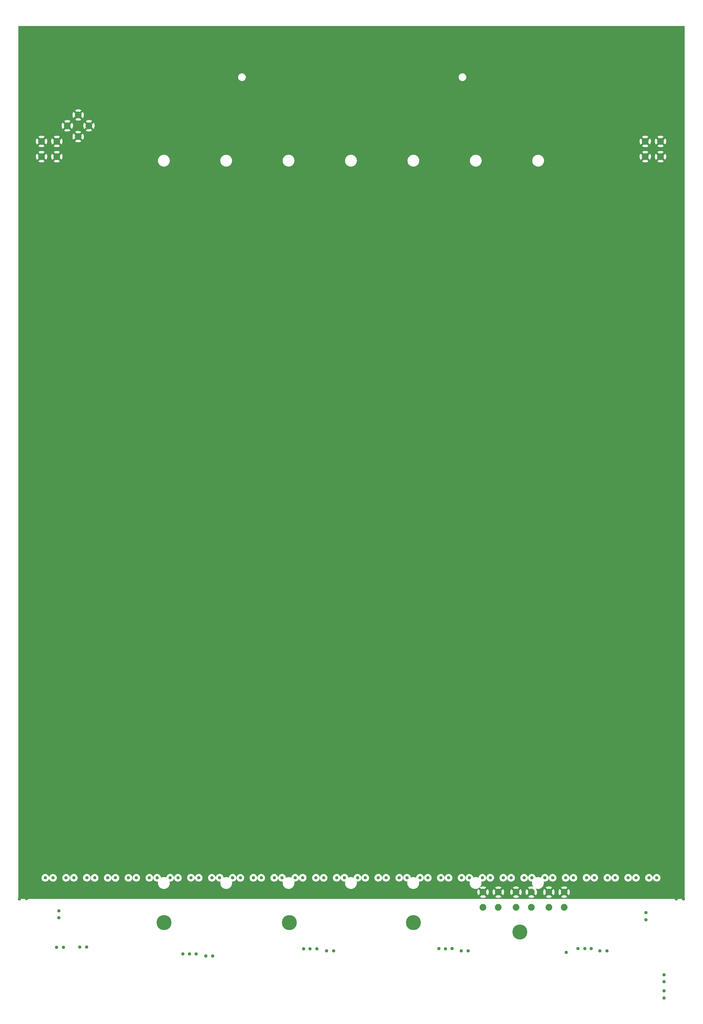
<source format=gbr>
G04 #@! TF.GenerationSoftware,KiCad,Pcbnew,(6.0.4-0)*
G04 #@! TF.CreationDate,2023-02-17T12:35:32-08:00*
G04 #@! TF.ProjectId,stripline_anode,73747269-706c-4696-9e65-5f616e6f6465,1a*
G04 #@! TF.SameCoordinates,Original*
G04 #@! TF.FileFunction,Copper,L3,Inr*
G04 #@! TF.FilePolarity,Positive*
%FSLAX46Y46*%
G04 Gerber Fmt 4.6, Leading zero omitted, Abs format (unit mm)*
G04 Created by KiCad (PCBNEW (6.0.4-0)) date 2023-02-17 12:35:32*
%MOMM*%
%LPD*%
G01*
G04 APERTURE LIST*
G04 #@! TA.AperFunction,ComponentPad*
%ADD10C,2.250000*%
G04 #@! TD*
G04 #@! TA.AperFunction,ComponentPad*
%ADD11C,5.000000*%
G04 #@! TD*
G04 #@! TA.AperFunction,ViaPad*
%ADD12C,1.110000*%
G04 #@! TD*
G04 APERTURE END LIST*
D10*
X180101398Y-106220500D03*
X183693500Y-102628398D03*
X183693500Y-109812602D03*
X187285602Y-106220500D03*
D11*
X295143500Y-370995500D03*
D10*
X340168500Y-360880500D03*
X345248500Y-365960500D03*
X340168500Y-365960500D03*
X345248500Y-360880500D03*
X329223500Y-360880500D03*
X329223500Y-365960500D03*
X334303500Y-365960500D03*
X334303500Y-360880500D03*
X171528500Y-116485500D03*
X171528500Y-111405500D03*
X176608500Y-116485500D03*
X176608500Y-111405500D03*
X318278500Y-365960500D03*
X318278500Y-360880500D03*
X323358500Y-360880500D03*
X323358500Y-365960500D03*
D11*
X330493500Y-374145500D03*
X212243500Y-370995500D03*
D10*
X377283500Y-116485500D03*
X372203500Y-111405500D03*
X372203500Y-116485500D03*
X377283500Y-111405500D03*
D11*
X253868500Y-370995500D03*
D12*
X260341500Y-128744250D03*
X249673500Y-361607100D03*
X253737500Y-361607100D03*
X263897500Y-361607100D03*
X267961500Y-361607100D03*
X231385500Y-361607100D03*
X239513500Y-361607100D03*
X255769500Y-361607100D03*
X265929500Y-361607100D03*
X245609500Y-361607100D03*
X259833500Y-361607100D03*
X241545500Y-361607100D03*
X251705500Y-361607100D03*
X233417500Y-361607100D03*
X227321500Y-361607100D03*
X269993500Y-361607100D03*
X223257500Y-361607100D03*
X229353500Y-361607100D03*
X261865500Y-361607100D03*
X257801500Y-361607100D03*
X237481500Y-361607100D03*
X243577500Y-361607100D03*
X247641500Y-361607100D03*
X235449500Y-361607100D03*
X225289500Y-361607100D03*
X221225500Y-361607100D03*
X198873500Y-76623450D03*
X330953500Y-76623450D03*
X349241500Y-76623450D03*
X337049500Y-76623450D03*
X326889500Y-76623450D03*
X373625500Y-76623450D03*
X202937500Y-76623450D03*
X213097500Y-76623450D03*
X371593500Y-76623450D03*
X345177500Y-76623450D03*
X322825500Y-76623450D03*
X217161500Y-76623450D03*
X324857500Y-76623450D03*
X363465500Y-76623450D03*
X375657500Y-76623450D03*
X359401500Y-76623450D03*
X180585500Y-76623450D03*
X339081500Y-76623450D03*
X188713500Y-76623450D03*
X204969500Y-76623450D03*
X215129500Y-76623450D03*
X194809500Y-76623450D03*
X209033500Y-76623450D03*
X190745500Y-76623450D03*
X200905500Y-76623450D03*
X182617500Y-76623450D03*
X176521500Y-76623450D03*
X219193500Y-76623450D03*
X377689500Y-76623450D03*
X253737500Y-76623450D03*
X267961500Y-76623450D03*
X263897500Y-76623450D03*
X231385500Y-76623450D03*
X239513500Y-76623450D03*
X265929500Y-76623450D03*
X245609500Y-76623450D03*
X255769500Y-76623450D03*
X249673500Y-76623450D03*
X172457500Y-76623450D03*
X178553500Y-76623450D03*
X211065500Y-76623450D03*
X207001500Y-76623450D03*
X259833500Y-76623450D03*
X186681500Y-76623450D03*
X192777500Y-76623450D03*
X241545500Y-76623450D03*
X196841500Y-76623450D03*
X251705500Y-76623450D03*
X184649500Y-76623450D03*
X233417500Y-76623450D03*
X227321500Y-76623450D03*
X269993500Y-76623450D03*
X314697500Y-76623450D03*
X257801500Y-76623450D03*
X290313500Y-76623450D03*
X296409500Y-76623450D03*
X300473500Y-76623450D03*
X280153500Y-76623450D03*
X229353500Y-76623450D03*
X316729500Y-76623450D03*
X288281500Y-76623450D03*
X235449500Y-76623450D03*
X318761500Y-76623450D03*
X310633500Y-76623450D03*
X320793500Y-76623450D03*
X223257500Y-76623450D03*
X312665500Y-76623450D03*
X306569500Y-76623450D03*
X237481500Y-76623450D03*
X284217500Y-76623450D03*
X298441500Y-76623450D03*
X286249500Y-76623450D03*
X261865500Y-76623450D03*
X247641500Y-76623450D03*
X304537500Y-76623450D03*
X282185500Y-76623450D03*
X292345500Y-76623450D03*
X302505500Y-76623450D03*
X308601500Y-76623450D03*
X225289500Y-76623450D03*
X243577500Y-76623450D03*
X278121500Y-76623450D03*
X274057500Y-76623450D03*
X294377500Y-76623450D03*
X276089500Y-76623450D03*
X221225500Y-76623450D03*
X361433500Y-76623450D03*
X351273500Y-76623450D03*
X272025500Y-76623450D03*
X174489500Y-76623450D03*
X369561500Y-76623450D03*
X332985500Y-76623450D03*
X341113500Y-76623450D03*
X367529500Y-76623450D03*
X365497500Y-76623450D03*
X357369500Y-76623450D03*
X355337500Y-76623450D03*
X347209500Y-76623450D03*
X353305500Y-76623450D03*
X343145500Y-76623450D03*
X335017500Y-76623450D03*
X328921500Y-76623450D03*
X170425500Y-76623450D03*
X384893500Y-363120500D03*
X196841500Y-361607100D03*
X371593500Y-361607100D03*
X300473500Y-361607100D03*
X188713500Y-361607100D03*
X343543500Y-128744250D03*
X274057500Y-128744250D03*
X174489500Y-361607100D03*
X176521500Y-361607100D03*
X202937500Y-361607100D03*
X329429500Y-128744250D03*
X364481500Y-128744250D03*
X169917500Y-128744250D03*
X371085500Y-128744250D03*
X184649500Y-361607100D03*
X164143500Y-363095500D03*
X184649500Y-128744250D03*
X298441500Y-361607100D03*
X301997500Y-128744250D03*
X282185500Y-361607100D03*
X281169500Y-128744250D03*
X309109500Y-128744250D03*
X292345500Y-361607100D03*
X375657500Y-361607100D03*
X253737500Y-128744250D03*
X218685500Y-128744250D03*
X378705500Y-128744250D03*
X172457500Y-361607100D03*
X382468500Y-363120500D03*
X246625500Y-128744250D03*
X276089500Y-361607100D03*
X377689500Y-361607100D03*
X357369500Y-128744250D03*
X363465500Y-361607100D03*
X310633500Y-361607100D03*
X314697500Y-361607100D03*
X180585500Y-361607100D03*
X367529500Y-361607100D03*
X284217500Y-361607100D03*
X288168500Y-128720500D03*
X355337500Y-361607100D03*
X198873500Y-361607100D03*
X226305500Y-128744250D03*
X286249500Y-361607100D03*
X353305500Y-361607100D03*
X359401500Y-361607100D03*
X296409500Y-361607100D03*
X295393500Y-128744250D03*
X322825500Y-128744250D03*
X186681500Y-361607100D03*
X232909500Y-128744250D03*
X304537500Y-361607100D03*
X306569500Y-361607100D03*
X315713500Y-128744250D03*
X350765500Y-128744250D03*
X369561500Y-361607100D03*
X204969500Y-361607100D03*
X373625500Y-361607100D03*
X280153500Y-361607100D03*
X365497500Y-361607100D03*
X349241500Y-361607100D03*
X212081500Y-128744250D03*
X357369500Y-361607100D03*
X213097500Y-361607100D03*
X294377500Y-361607100D03*
X209033500Y-361607100D03*
X219193500Y-361607100D03*
X302505500Y-361607100D03*
X207001500Y-361607100D03*
X200905500Y-361607100D03*
X198365500Y-128744250D03*
X336541500Y-128744250D03*
X190745500Y-361607100D03*
X267453500Y-128744250D03*
X166518500Y-363070500D03*
X308601500Y-361607100D03*
X361433500Y-361607100D03*
X191253500Y-128744250D03*
X182617500Y-361607100D03*
X170425500Y-361607100D03*
X351273500Y-361607100D03*
X215129500Y-361607100D03*
X177537500Y-128744250D03*
X211065500Y-361607100D03*
X288281500Y-361607100D03*
X217161500Y-361607100D03*
X274057500Y-361607100D03*
X192777500Y-361607100D03*
X178553500Y-361607100D03*
X290313500Y-361607100D03*
X272025500Y-361607100D03*
X240021500Y-128744250D03*
X312665500Y-361607100D03*
X194809500Y-361607100D03*
X204969500Y-128744250D03*
X278121500Y-361607100D03*
X175323500Y-356146100D03*
X172758100Y-356120700D03*
X179666900Y-356120700D03*
X182257700Y-356120700D03*
X186575700Y-356120700D03*
X189166500Y-356120700D03*
X196100700Y-356146100D03*
X193509900Y-356146100D03*
X200418700Y-356146100D03*
X203034900Y-356120700D03*
X207352900Y-356120700D03*
X209943700Y-356120700D03*
X214261700Y-356120700D03*
X216852500Y-356120700D03*
X221195900Y-356095300D03*
X223761300Y-356120700D03*
X228130100Y-356120700D03*
X230695500Y-356095300D03*
X235038900Y-356120700D03*
X237604300Y-356146100D03*
X244538500Y-356120700D03*
X241947700Y-356120700D03*
X251447300Y-356120700D03*
X248856500Y-356120700D03*
X258330700Y-356095300D03*
X255816100Y-356120700D03*
X265290300Y-356146100D03*
X262724900Y-356120700D03*
X269633700Y-356120700D03*
X272199100Y-356095300D03*
X276542500Y-356120700D03*
X279133300Y-356120700D03*
X283451300Y-356120700D03*
X286042100Y-356120700D03*
X292976300Y-356095300D03*
X290410900Y-356120700D03*
X299910500Y-356120700D03*
X297319700Y-356120700D03*
X306819300Y-356120700D03*
X304228500Y-356120700D03*
X311137300Y-356120700D03*
X313728100Y-356120700D03*
X318046100Y-356120700D03*
X320662300Y-356095300D03*
X327596500Y-356120700D03*
X325005700Y-356120700D03*
X331914500Y-356120700D03*
X334505300Y-356120700D03*
X341414100Y-356120700D03*
X338823300Y-356120700D03*
X345732100Y-356120700D03*
X348322900Y-356120700D03*
X355257100Y-356095300D03*
X352666300Y-356095300D03*
X362191300Y-356120700D03*
X359600500Y-356120700D03*
X369100100Y-356120700D03*
X366509300Y-356120700D03*
X373418100Y-356120700D03*
X376008900Y-356120700D03*
X352118500Y-379645500D03*
X378468500Y-388345500D03*
X305818500Y-379695500D03*
X228443500Y-382120500D03*
X186493500Y-379145500D03*
X359443500Y-380370500D03*
X311043500Y-380395500D03*
X263018500Y-379720500D03*
X266268500Y-380370500D03*
X226118500Y-382120500D03*
X222885168Y-381395500D03*
X307960168Y-379670500D03*
X354243500Y-379670500D03*
X184168500Y-379145500D03*
X258618500Y-379720500D03*
X260768500Y-379720500D03*
X349843500Y-379670500D03*
X220743500Y-381395500D03*
X177293500Y-369420500D03*
X378468500Y-393720500D03*
X345943500Y-380945500D03*
X378468500Y-396045500D03*
X178793500Y-379195500D03*
X357118500Y-380370500D03*
X268593500Y-380370500D03*
X378468500Y-390670500D03*
X372393500Y-370070500D03*
X177293500Y-367095500D03*
X372393500Y-367745500D03*
X313368500Y-380395500D03*
X303560168Y-379670500D03*
X218485168Y-381395500D03*
X176468500Y-379195500D03*
G04 #@! TA.AperFunction,Conductor*
G36*
X385315073Y-73045927D02*
G01*
X385318500Y-73054200D01*
X385318500Y-363098800D01*
X385315073Y-363107073D01*
X385306800Y-363110500D01*
X163842200Y-363110500D01*
X163833927Y-363107073D01*
X163830500Y-363098800D01*
X163830500Y-362457916D01*
X317240863Y-362457916D01*
X317241183Y-362458689D01*
X317419284Y-362565914D01*
X317420009Y-362566284D01*
X317665332Y-362670164D01*
X317666101Y-362670428D01*
X317923613Y-362738706D01*
X317924412Y-362738859D01*
X318188974Y-362770172D01*
X318189794Y-362770210D01*
X318456120Y-362763934D01*
X318456950Y-362763855D01*
X318719730Y-362720117D01*
X318720532Y-362719924D01*
X318974522Y-362639597D01*
X318975303Y-362639289D01*
X319215455Y-362523969D01*
X319216157Y-362523568D01*
X319314088Y-362458133D01*
X319314233Y-362457916D01*
X322320863Y-362457916D01*
X322321183Y-362458689D01*
X322499284Y-362565914D01*
X322500009Y-362566284D01*
X322745332Y-362670164D01*
X322746101Y-362670428D01*
X323003613Y-362738706D01*
X323004412Y-362738859D01*
X323268974Y-362770172D01*
X323269794Y-362770210D01*
X323536120Y-362763934D01*
X323536950Y-362763855D01*
X323799730Y-362720117D01*
X323800532Y-362719924D01*
X324054522Y-362639597D01*
X324055303Y-362639289D01*
X324295455Y-362523969D01*
X324296157Y-362523568D01*
X324394088Y-362458133D01*
X324394233Y-362457916D01*
X328185863Y-362457916D01*
X328186183Y-362458689D01*
X328364284Y-362565914D01*
X328365009Y-362566284D01*
X328610332Y-362670164D01*
X328611101Y-362670428D01*
X328868613Y-362738706D01*
X328869412Y-362738859D01*
X329133974Y-362770172D01*
X329134794Y-362770210D01*
X329401120Y-362763934D01*
X329401950Y-362763855D01*
X329664730Y-362720117D01*
X329665532Y-362719924D01*
X329919522Y-362639597D01*
X329920303Y-362639289D01*
X330160455Y-362523969D01*
X330161157Y-362523568D01*
X330259088Y-362458133D01*
X330259233Y-362457916D01*
X333265863Y-362457916D01*
X333266183Y-362458689D01*
X333444284Y-362565914D01*
X333445009Y-362566284D01*
X333690332Y-362670164D01*
X333691101Y-362670428D01*
X333948613Y-362738706D01*
X333949412Y-362738859D01*
X334213974Y-362770172D01*
X334214794Y-362770210D01*
X334481120Y-362763934D01*
X334481950Y-362763855D01*
X334744730Y-362720117D01*
X334745532Y-362719924D01*
X334999522Y-362639597D01*
X335000303Y-362639289D01*
X335240455Y-362523969D01*
X335241157Y-362523568D01*
X335339088Y-362458133D01*
X335339233Y-362457916D01*
X339130863Y-362457916D01*
X339131183Y-362458689D01*
X339309284Y-362565914D01*
X339310009Y-362566284D01*
X339555332Y-362670164D01*
X339556101Y-362670428D01*
X339813613Y-362738706D01*
X339814412Y-362738859D01*
X340078974Y-362770172D01*
X340079794Y-362770210D01*
X340346120Y-362763934D01*
X340346950Y-362763855D01*
X340609730Y-362720117D01*
X340610532Y-362719924D01*
X340864522Y-362639597D01*
X340865303Y-362639289D01*
X341105455Y-362523969D01*
X341106157Y-362523568D01*
X341204088Y-362458133D01*
X341204233Y-362457916D01*
X344210863Y-362457916D01*
X344211183Y-362458689D01*
X344389284Y-362565914D01*
X344390009Y-362566284D01*
X344635332Y-362670164D01*
X344636101Y-362670428D01*
X344893613Y-362738706D01*
X344894412Y-362738859D01*
X345158974Y-362770172D01*
X345159794Y-362770210D01*
X345426120Y-362763934D01*
X345426950Y-362763855D01*
X345689730Y-362720117D01*
X345690532Y-362719924D01*
X345944522Y-362639597D01*
X345945303Y-362639289D01*
X346185455Y-362523969D01*
X346186157Y-362523568D01*
X346284088Y-362458133D01*
X346285078Y-362456650D01*
X346284891Y-362455706D01*
X345250146Y-361420961D01*
X345248500Y-361420279D01*
X345246854Y-361420961D01*
X344211545Y-362456270D01*
X344210863Y-362457916D01*
X341204233Y-362457916D01*
X341205078Y-362456650D01*
X341204891Y-362455706D01*
X340170146Y-361420961D01*
X340168500Y-361420279D01*
X340166854Y-361420961D01*
X339131545Y-362456270D01*
X339130863Y-362457916D01*
X335339233Y-362457916D01*
X335340078Y-362456650D01*
X335339891Y-362455706D01*
X334305146Y-361420961D01*
X334303500Y-361420279D01*
X334301854Y-361420961D01*
X333266545Y-362456270D01*
X333265863Y-362457916D01*
X330259233Y-362457916D01*
X330260078Y-362456650D01*
X330259891Y-362455706D01*
X329225146Y-361420961D01*
X329223500Y-361420279D01*
X329221854Y-361420961D01*
X328186545Y-362456270D01*
X328185863Y-362457916D01*
X324394233Y-362457916D01*
X324395078Y-362456650D01*
X324394891Y-362455706D01*
X323360146Y-361420961D01*
X323358500Y-361420279D01*
X323356854Y-361420961D01*
X322321545Y-362456270D01*
X322320863Y-362457916D01*
X319314233Y-362457916D01*
X319315078Y-362456650D01*
X319314891Y-362455706D01*
X318280146Y-361420961D01*
X318278500Y-361420279D01*
X318276854Y-361420961D01*
X317241545Y-362456270D01*
X317240863Y-362457916D01*
X163830500Y-362457916D01*
X163830500Y-360821486D01*
X316387629Y-360821486D01*
X316398089Y-361087681D01*
X316398179Y-361088506D01*
X316446041Y-361350570D01*
X316446246Y-361351369D01*
X316530558Y-361604084D01*
X316530869Y-361604833D01*
X316649944Y-361843140D01*
X316650369Y-361843860D01*
X316700522Y-361916425D01*
X316702018Y-361917392D01*
X316703006Y-361917179D01*
X317738039Y-360882146D01*
X317738721Y-360880500D01*
X318818279Y-360880500D01*
X318818961Y-360882146D01*
X319853571Y-361916756D01*
X319855217Y-361917438D01*
X319856028Y-361917102D01*
X319950207Y-361766088D01*
X319950592Y-361765362D01*
X320058311Y-361521707D01*
X320058588Y-361520937D01*
X320130902Y-361264531D01*
X320131068Y-361263731D01*
X320166546Y-360999590D01*
X320166597Y-360998979D01*
X320170310Y-360880804D01*
X320170299Y-360880200D01*
X320166142Y-360821486D01*
X321467629Y-360821486D01*
X321478089Y-361087681D01*
X321478179Y-361088506D01*
X321526041Y-361350570D01*
X321526246Y-361351369D01*
X321610558Y-361604084D01*
X321610869Y-361604833D01*
X321729944Y-361843140D01*
X321730369Y-361843860D01*
X321780522Y-361916425D01*
X321782018Y-361917392D01*
X321783006Y-361917179D01*
X322818039Y-360882146D01*
X322818721Y-360880500D01*
X323898279Y-360880500D01*
X323898961Y-360882146D01*
X324933571Y-361916756D01*
X324935217Y-361917438D01*
X324936028Y-361917102D01*
X325030207Y-361766088D01*
X325030592Y-361765362D01*
X325138311Y-361521707D01*
X325138588Y-361520937D01*
X325210902Y-361264531D01*
X325211068Y-361263731D01*
X325246546Y-360999590D01*
X325246597Y-360998979D01*
X325250310Y-360880804D01*
X325250299Y-360880200D01*
X325246142Y-360821486D01*
X327332629Y-360821486D01*
X327343089Y-361087681D01*
X327343179Y-361088506D01*
X327391041Y-361350570D01*
X327391246Y-361351369D01*
X327475558Y-361604084D01*
X327475869Y-361604833D01*
X327594944Y-361843140D01*
X327595369Y-361843860D01*
X327645522Y-361916425D01*
X327647018Y-361917392D01*
X327648006Y-361917179D01*
X328683039Y-360882146D01*
X328683721Y-360880500D01*
X329763279Y-360880500D01*
X329763961Y-360882146D01*
X330798571Y-361916756D01*
X330800217Y-361917438D01*
X330801028Y-361917102D01*
X330895207Y-361766088D01*
X330895592Y-361765362D01*
X331003311Y-361521707D01*
X331003588Y-361520937D01*
X331075902Y-361264531D01*
X331076068Y-361263731D01*
X331111546Y-360999590D01*
X331111597Y-360998979D01*
X331115310Y-360880804D01*
X331115299Y-360880200D01*
X331111142Y-360821486D01*
X332412629Y-360821486D01*
X332423089Y-361087681D01*
X332423179Y-361088506D01*
X332471041Y-361350570D01*
X332471246Y-361351369D01*
X332555558Y-361604084D01*
X332555869Y-361604833D01*
X332674944Y-361843140D01*
X332675369Y-361843860D01*
X332725522Y-361916425D01*
X332727018Y-361917392D01*
X332728006Y-361917179D01*
X333763039Y-360882146D01*
X333763721Y-360880500D01*
X333763039Y-360878854D01*
X332726684Y-359842499D01*
X332725038Y-359841817D01*
X332724301Y-359842122D01*
X332604798Y-360047862D01*
X332604439Y-360048594D01*
X332504427Y-360295512D01*
X332504173Y-360296293D01*
X332439950Y-360554839D01*
X332439808Y-360555654D01*
X332412655Y-360820667D01*
X332412629Y-360821486D01*
X331111142Y-360821486D01*
X331096476Y-360614347D01*
X331096361Y-360613541D01*
X331040291Y-360353107D01*
X331040059Y-360352308D01*
X330947851Y-360102369D01*
X330947518Y-360101632D01*
X330821010Y-359867172D01*
X330820571Y-359866480D01*
X330803162Y-359842911D01*
X330801634Y-359841991D01*
X330800557Y-359842258D01*
X329763961Y-360878854D01*
X329763279Y-360880500D01*
X328683721Y-360880500D01*
X328683039Y-360878854D01*
X327646684Y-359842499D01*
X327645038Y-359841817D01*
X327644301Y-359842122D01*
X327524798Y-360047862D01*
X327524439Y-360048594D01*
X327424427Y-360295512D01*
X327424173Y-360296293D01*
X327359950Y-360554839D01*
X327359808Y-360555654D01*
X327332655Y-360820667D01*
X327332629Y-360821486D01*
X325246142Y-360821486D01*
X325231476Y-360614347D01*
X325231361Y-360613541D01*
X325175291Y-360353107D01*
X325175059Y-360352308D01*
X325082851Y-360102369D01*
X325082518Y-360101632D01*
X324956010Y-359867172D01*
X324955571Y-359866480D01*
X324938162Y-359842911D01*
X324936634Y-359841991D01*
X324935557Y-359842258D01*
X323898961Y-360878854D01*
X323898279Y-360880500D01*
X322818721Y-360880500D01*
X322818039Y-360878854D01*
X321781684Y-359842499D01*
X321780038Y-359841817D01*
X321779301Y-359842122D01*
X321659798Y-360047862D01*
X321659439Y-360048594D01*
X321559427Y-360295512D01*
X321559173Y-360296293D01*
X321494950Y-360554839D01*
X321494808Y-360555654D01*
X321467655Y-360820667D01*
X321467629Y-360821486D01*
X320166142Y-360821486D01*
X320151476Y-360614347D01*
X320151361Y-360613541D01*
X320095291Y-360353107D01*
X320095059Y-360352308D01*
X320002851Y-360102369D01*
X320002518Y-360101632D01*
X319876010Y-359867172D01*
X319875571Y-359866480D01*
X319858162Y-359842911D01*
X319856634Y-359841991D01*
X319855557Y-359842258D01*
X318818961Y-360878854D01*
X318818279Y-360880500D01*
X317738721Y-360880500D01*
X317738039Y-360878854D01*
X316701684Y-359842499D01*
X316700038Y-359841817D01*
X316699301Y-359842122D01*
X316579798Y-360047862D01*
X316579439Y-360048594D01*
X316479427Y-360295512D01*
X316479173Y-360296293D01*
X316414950Y-360554839D01*
X316414808Y-360555654D01*
X316387655Y-360820667D01*
X316387629Y-360821486D01*
X163830500Y-360821486D01*
X163830500Y-356120700D01*
X171486561Y-356120700D01*
X171486606Y-356121214D01*
X171503657Y-356316100D01*
X171505879Y-356341500D01*
X171506010Y-356341990D01*
X171506011Y-356341994D01*
X171563110Y-356555093D01*
X171563244Y-356555592D01*
X171563459Y-356556052D01*
X171563460Y-356556056D01*
X171614778Y-356666106D01*
X171656915Y-356756469D01*
X171784045Y-356938030D01*
X171940770Y-357094755D01*
X172122330Y-357221885D01*
X172177266Y-357247502D01*
X172322744Y-357315340D01*
X172322748Y-357315341D01*
X172323208Y-357315556D01*
X172323704Y-357315689D01*
X172323707Y-357315690D01*
X172536806Y-357372789D01*
X172536810Y-357372790D01*
X172537300Y-357372921D01*
X172537804Y-357372965D01*
X172537809Y-357372966D01*
X172744466Y-357391046D01*
X172756672Y-357392114D01*
X172757586Y-357392194D01*
X172758100Y-357392239D01*
X172758614Y-357392194D01*
X172759529Y-357392114D01*
X172771734Y-357391046D01*
X172978391Y-357372966D01*
X172978396Y-357372965D01*
X172978900Y-357372921D01*
X172979390Y-357372790D01*
X172979394Y-357372789D01*
X173192493Y-357315690D01*
X173192496Y-357315689D01*
X173192992Y-357315556D01*
X173193452Y-357315341D01*
X173193456Y-357315340D01*
X173338934Y-357247502D01*
X173393870Y-357221885D01*
X173575430Y-357094755D01*
X173732155Y-356938030D01*
X173859285Y-356756469D01*
X173901422Y-356666106D01*
X173952740Y-356556056D01*
X173952741Y-356556052D01*
X173952956Y-356555592D01*
X173953090Y-356555093D01*
X174010189Y-356341994D01*
X174010190Y-356341990D01*
X174010321Y-356341500D01*
X174012544Y-356316100D01*
X174027417Y-356146100D01*
X174051961Y-356146100D01*
X174052006Y-356146614D01*
X174069356Y-356344917D01*
X174071279Y-356366900D01*
X174071410Y-356367390D01*
X174071411Y-356367394D01*
X174128510Y-356580493D01*
X174128644Y-356580992D01*
X174222315Y-356781869D01*
X174349445Y-356963430D01*
X174506170Y-357120155D01*
X174687730Y-357247285D01*
X174778060Y-357289407D01*
X174888144Y-357340740D01*
X174888148Y-357340741D01*
X174888608Y-357340956D01*
X174889104Y-357341089D01*
X174889107Y-357341090D01*
X175102206Y-357398189D01*
X175102210Y-357398190D01*
X175102700Y-357398321D01*
X175103204Y-357398365D01*
X175103209Y-357398366D01*
X175322986Y-357417594D01*
X175323500Y-357417639D01*
X175324014Y-357417594D01*
X175543791Y-357398366D01*
X175543796Y-357398365D01*
X175544300Y-357398321D01*
X175544790Y-357398190D01*
X175544794Y-357398189D01*
X175757893Y-357341090D01*
X175757896Y-357341089D01*
X175758392Y-357340956D01*
X175758852Y-357340741D01*
X175758856Y-357340740D01*
X175868940Y-357289407D01*
X175959270Y-357247285D01*
X176140830Y-357120155D01*
X176297555Y-356963430D01*
X176424685Y-356781869D01*
X176518356Y-356580992D01*
X176518490Y-356580493D01*
X176575589Y-356367394D01*
X176575590Y-356367390D01*
X176575721Y-356366900D01*
X176577645Y-356344917D01*
X176594994Y-356146614D01*
X176595039Y-356146100D01*
X176592817Y-356120700D01*
X178395361Y-356120700D01*
X178395406Y-356121214D01*
X178412457Y-356316100D01*
X178414679Y-356341500D01*
X178414810Y-356341990D01*
X178414811Y-356341994D01*
X178471910Y-356555093D01*
X178472044Y-356555592D01*
X178472259Y-356556052D01*
X178472260Y-356556056D01*
X178523578Y-356666106D01*
X178565715Y-356756469D01*
X178692845Y-356938030D01*
X178849570Y-357094755D01*
X179031130Y-357221885D01*
X179086066Y-357247502D01*
X179231544Y-357315340D01*
X179231548Y-357315341D01*
X179232008Y-357315556D01*
X179232504Y-357315689D01*
X179232507Y-357315690D01*
X179445606Y-357372789D01*
X179445610Y-357372790D01*
X179446100Y-357372921D01*
X179446604Y-357372965D01*
X179446609Y-357372966D01*
X179653266Y-357391046D01*
X179665472Y-357392114D01*
X179666386Y-357392194D01*
X179666900Y-357392239D01*
X179667414Y-357392194D01*
X179668329Y-357392114D01*
X179680534Y-357391046D01*
X179887191Y-357372966D01*
X179887196Y-357372965D01*
X179887700Y-357372921D01*
X179888190Y-357372790D01*
X179888194Y-357372789D01*
X180101293Y-357315690D01*
X180101296Y-357315689D01*
X180101792Y-357315556D01*
X180102252Y-357315341D01*
X180102256Y-357315340D01*
X180247734Y-357247502D01*
X180302670Y-357221885D01*
X180484230Y-357094755D01*
X180640955Y-356938030D01*
X180768085Y-356756469D01*
X180810222Y-356666106D01*
X180861540Y-356556056D01*
X180861541Y-356556052D01*
X180861756Y-356555592D01*
X180861890Y-356555093D01*
X180918989Y-356341994D01*
X180918990Y-356341990D01*
X180919121Y-356341500D01*
X180921344Y-356316100D01*
X180938394Y-356121214D01*
X180938439Y-356120700D01*
X180986161Y-356120700D01*
X180986206Y-356121214D01*
X181003257Y-356316100D01*
X181005479Y-356341500D01*
X181005610Y-356341990D01*
X181005611Y-356341994D01*
X181062710Y-356555093D01*
X181062844Y-356555592D01*
X181063059Y-356556052D01*
X181063060Y-356556056D01*
X181114378Y-356666106D01*
X181156515Y-356756469D01*
X181283645Y-356938030D01*
X181440370Y-357094755D01*
X181621930Y-357221885D01*
X181676866Y-357247502D01*
X181822344Y-357315340D01*
X181822348Y-357315341D01*
X181822808Y-357315556D01*
X181823304Y-357315689D01*
X181823307Y-357315690D01*
X182036406Y-357372789D01*
X182036410Y-357372790D01*
X182036900Y-357372921D01*
X182037404Y-357372965D01*
X182037409Y-357372966D01*
X182244066Y-357391046D01*
X182256272Y-357392114D01*
X182257186Y-357392194D01*
X182257700Y-357392239D01*
X182258214Y-357392194D01*
X182259129Y-357392114D01*
X182271334Y-357391046D01*
X182477991Y-357372966D01*
X182477996Y-357372965D01*
X182478500Y-357372921D01*
X182478990Y-357372790D01*
X182478994Y-357372789D01*
X182692093Y-357315690D01*
X182692096Y-357315689D01*
X182692592Y-357315556D01*
X182693052Y-357315341D01*
X182693056Y-357315340D01*
X182838534Y-357247502D01*
X182893470Y-357221885D01*
X183075030Y-357094755D01*
X183231755Y-356938030D01*
X183358885Y-356756469D01*
X183401022Y-356666106D01*
X183452340Y-356556056D01*
X183452341Y-356556052D01*
X183452556Y-356555592D01*
X183452690Y-356555093D01*
X183509789Y-356341994D01*
X183509790Y-356341990D01*
X183509921Y-356341500D01*
X183512144Y-356316100D01*
X183529194Y-356121214D01*
X183529239Y-356120700D01*
X185304161Y-356120700D01*
X185304206Y-356121214D01*
X185321257Y-356316100D01*
X185323479Y-356341500D01*
X185323610Y-356341990D01*
X185323611Y-356341994D01*
X185380710Y-356555093D01*
X185380844Y-356555592D01*
X185381059Y-356556052D01*
X185381060Y-356556056D01*
X185432378Y-356666106D01*
X185474515Y-356756469D01*
X185601645Y-356938030D01*
X185758370Y-357094755D01*
X185939930Y-357221885D01*
X185994866Y-357247502D01*
X186140344Y-357315340D01*
X186140348Y-357315341D01*
X186140808Y-357315556D01*
X186141304Y-357315689D01*
X186141307Y-357315690D01*
X186354406Y-357372789D01*
X186354410Y-357372790D01*
X186354900Y-357372921D01*
X186355404Y-357372965D01*
X186355409Y-357372966D01*
X186562066Y-357391046D01*
X186574272Y-357392114D01*
X186575186Y-357392194D01*
X186575700Y-357392239D01*
X186576214Y-357392194D01*
X186577129Y-357392114D01*
X186589334Y-357391046D01*
X186795991Y-357372966D01*
X186795996Y-357372965D01*
X186796500Y-357372921D01*
X186796990Y-357372790D01*
X186796994Y-357372789D01*
X187010093Y-357315690D01*
X187010096Y-357315689D01*
X187010592Y-357315556D01*
X187011052Y-357315341D01*
X187011056Y-357315340D01*
X187156534Y-357247502D01*
X187211470Y-357221885D01*
X187393030Y-357094755D01*
X187549755Y-356938030D01*
X187676885Y-356756469D01*
X187719022Y-356666106D01*
X187770340Y-356556056D01*
X187770341Y-356556052D01*
X187770556Y-356555592D01*
X187770690Y-356555093D01*
X187827789Y-356341994D01*
X187827790Y-356341990D01*
X187827921Y-356341500D01*
X187830144Y-356316100D01*
X187847194Y-356121214D01*
X187847239Y-356120700D01*
X187894961Y-356120700D01*
X187895006Y-356121214D01*
X187912057Y-356316100D01*
X187914279Y-356341500D01*
X187914410Y-356341990D01*
X187914411Y-356341994D01*
X187971510Y-356555093D01*
X187971644Y-356555592D01*
X187971859Y-356556052D01*
X187971860Y-356556056D01*
X188023178Y-356666106D01*
X188065315Y-356756469D01*
X188192445Y-356938030D01*
X188349170Y-357094755D01*
X188530730Y-357221885D01*
X188585666Y-357247502D01*
X188731144Y-357315340D01*
X188731148Y-357315341D01*
X188731608Y-357315556D01*
X188732104Y-357315689D01*
X188732107Y-357315690D01*
X188945206Y-357372789D01*
X188945210Y-357372790D01*
X188945700Y-357372921D01*
X188946204Y-357372965D01*
X188946209Y-357372966D01*
X189152866Y-357391046D01*
X189165072Y-357392114D01*
X189165986Y-357392194D01*
X189166500Y-357392239D01*
X189167014Y-357392194D01*
X189167929Y-357392114D01*
X189180134Y-357391046D01*
X189386791Y-357372966D01*
X189386796Y-357372965D01*
X189387300Y-357372921D01*
X189387790Y-357372790D01*
X189387794Y-357372789D01*
X189600893Y-357315690D01*
X189600896Y-357315689D01*
X189601392Y-357315556D01*
X189601852Y-357315341D01*
X189601856Y-357315340D01*
X189747334Y-357247502D01*
X189802270Y-357221885D01*
X189983830Y-357094755D01*
X190140555Y-356938030D01*
X190267685Y-356756469D01*
X190309822Y-356666106D01*
X190361140Y-356556056D01*
X190361141Y-356556052D01*
X190361356Y-356555592D01*
X190361490Y-356555093D01*
X190418589Y-356341994D01*
X190418590Y-356341990D01*
X190418721Y-356341500D01*
X190420944Y-356316100D01*
X190435817Y-356146100D01*
X192238361Y-356146100D01*
X192238406Y-356146614D01*
X192255756Y-356344917D01*
X192257679Y-356366900D01*
X192257810Y-356367390D01*
X192257811Y-356367394D01*
X192314910Y-356580493D01*
X192315044Y-356580992D01*
X192408715Y-356781869D01*
X192535845Y-356963430D01*
X192692570Y-357120155D01*
X192874130Y-357247285D01*
X192964460Y-357289407D01*
X193074544Y-357340740D01*
X193074548Y-357340741D01*
X193075008Y-357340956D01*
X193075504Y-357341089D01*
X193075507Y-357341090D01*
X193288606Y-357398189D01*
X193288610Y-357398190D01*
X193289100Y-357398321D01*
X193289604Y-357398365D01*
X193289609Y-357398366D01*
X193509386Y-357417594D01*
X193509900Y-357417639D01*
X193510414Y-357417594D01*
X193730191Y-357398366D01*
X193730196Y-357398365D01*
X193730700Y-357398321D01*
X193731190Y-357398190D01*
X193731194Y-357398189D01*
X193944293Y-357341090D01*
X193944296Y-357341089D01*
X193944792Y-357340956D01*
X193945252Y-357340741D01*
X193945256Y-357340740D01*
X194055340Y-357289407D01*
X194145670Y-357247285D01*
X194327230Y-357120155D01*
X194483955Y-356963430D01*
X194611085Y-356781869D01*
X194704756Y-356580992D01*
X194704890Y-356580493D01*
X194761989Y-356367394D01*
X194761990Y-356367390D01*
X194762121Y-356366900D01*
X194764045Y-356344917D01*
X194781394Y-356146614D01*
X194781439Y-356146100D01*
X194829161Y-356146100D01*
X194829206Y-356146614D01*
X194846556Y-356344917D01*
X194848479Y-356366900D01*
X194848610Y-356367390D01*
X194848611Y-356367394D01*
X194905710Y-356580493D01*
X194905844Y-356580992D01*
X194999515Y-356781869D01*
X195126645Y-356963430D01*
X195283370Y-357120155D01*
X195464930Y-357247285D01*
X195555260Y-357289407D01*
X195665344Y-357340740D01*
X195665348Y-357340741D01*
X195665808Y-357340956D01*
X195666304Y-357341089D01*
X195666307Y-357341090D01*
X195879406Y-357398189D01*
X195879410Y-357398190D01*
X195879900Y-357398321D01*
X195880404Y-357398365D01*
X195880409Y-357398366D01*
X196100186Y-357417594D01*
X196100700Y-357417639D01*
X196101214Y-357417594D01*
X196320991Y-357398366D01*
X196320996Y-357398365D01*
X196321500Y-357398321D01*
X196321990Y-357398190D01*
X196321994Y-357398189D01*
X196535093Y-357341090D01*
X196535096Y-357341089D01*
X196535592Y-357340956D01*
X196536052Y-357340741D01*
X196536056Y-357340740D01*
X196646140Y-357289407D01*
X196736470Y-357247285D01*
X196918030Y-357120155D01*
X197074755Y-356963430D01*
X197201885Y-356781869D01*
X197295556Y-356580992D01*
X197295690Y-356580493D01*
X197352789Y-356367394D01*
X197352790Y-356367390D01*
X197352921Y-356366900D01*
X197354845Y-356344917D01*
X197372194Y-356146614D01*
X197372239Y-356146100D01*
X199147161Y-356146100D01*
X199147206Y-356146614D01*
X199164556Y-356344917D01*
X199166479Y-356366900D01*
X199166610Y-356367390D01*
X199166611Y-356367394D01*
X199223710Y-356580493D01*
X199223844Y-356580992D01*
X199317515Y-356781869D01*
X199444645Y-356963430D01*
X199601370Y-357120155D01*
X199782930Y-357247285D01*
X199873260Y-357289407D01*
X199983344Y-357340740D01*
X199983348Y-357340741D01*
X199983808Y-357340956D01*
X199984304Y-357341089D01*
X199984307Y-357341090D01*
X200197406Y-357398189D01*
X200197410Y-357398190D01*
X200197900Y-357398321D01*
X200198404Y-357398365D01*
X200198409Y-357398366D01*
X200418186Y-357417594D01*
X200418700Y-357417639D01*
X200419214Y-357417594D01*
X200638991Y-357398366D01*
X200638996Y-357398365D01*
X200639500Y-357398321D01*
X200639990Y-357398190D01*
X200639994Y-357398189D01*
X200853093Y-357341090D01*
X200853096Y-357341089D01*
X200853592Y-357340956D01*
X200854052Y-357340741D01*
X200854056Y-357340740D01*
X200964140Y-357289407D01*
X201054470Y-357247285D01*
X201236030Y-357120155D01*
X201392755Y-356963430D01*
X201519885Y-356781869D01*
X201613556Y-356580992D01*
X201613690Y-356580493D01*
X201670789Y-356367394D01*
X201670790Y-356367390D01*
X201670921Y-356366900D01*
X201672845Y-356344917D01*
X201690194Y-356146614D01*
X201690239Y-356146100D01*
X201688017Y-356120700D01*
X201763361Y-356120700D01*
X201763406Y-356121214D01*
X201780457Y-356316100D01*
X201782679Y-356341500D01*
X201782810Y-356341990D01*
X201782811Y-356341994D01*
X201839910Y-356555093D01*
X201840044Y-356555592D01*
X201840259Y-356556052D01*
X201840260Y-356556056D01*
X201891578Y-356666106D01*
X201933715Y-356756469D01*
X202060845Y-356938030D01*
X202217570Y-357094755D01*
X202399130Y-357221885D01*
X202454066Y-357247502D01*
X202599544Y-357315340D01*
X202599548Y-357315341D01*
X202600008Y-357315556D01*
X202600504Y-357315689D01*
X202600507Y-357315690D01*
X202813606Y-357372789D01*
X202813610Y-357372790D01*
X202814100Y-357372921D01*
X202814604Y-357372965D01*
X202814609Y-357372966D01*
X203021266Y-357391046D01*
X203033472Y-357392114D01*
X203034386Y-357392194D01*
X203034900Y-357392239D01*
X203035414Y-357392194D01*
X203036329Y-357392114D01*
X203048534Y-357391046D01*
X203255191Y-357372966D01*
X203255196Y-357372965D01*
X203255700Y-357372921D01*
X203256190Y-357372790D01*
X203256194Y-357372789D01*
X203469293Y-357315690D01*
X203469296Y-357315689D01*
X203469792Y-357315556D01*
X203470252Y-357315341D01*
X203470256Y-357315340D01*
X203615734Y-357247502D01*
X203670670Y-357221885D01*
X203852230Y-357094755D01*
X204008955Y-356938030D01*
X204136085Y-356756469D01*
X204178222Y-356666106D01*
X204229540Y-356556056D01*
X204229541Y-356556052D01*
X204229756Y-356555592D01*
X204229890Y-356555093D01*
X204286989Y-356341994D01*
X204286990Y-356341990D01*
X204287121Y-356341500D01*
X204289344Y-356316100D01*
X204306394Y-356121214D01*
X204306439Y-356120700D01*
X206081361Y-356120700D01*
X206081406Y-356121214D01*
X206098457Y-356316100D01*
X206100679Y-356341500D01*
X206100810Y-356341990D01*
X206100811Y-356341994D01*
X206157910Y-356555093D01*
X206158044Y-356555592D01*
X206158259Y-356556052D01*
X206158260Y-356556056D01*
X206209578Y-356666106D01*
X206251715Y-356756469D01*
X206378845Y-356938030D01*
X206535570Y-357094755D01*
X206717130Y-357221885D01*
X206772066Y-357247502D01*
X206917544Y-357315340D01*
X206917548Y-357315341D01*
X206918008Y-357315556D01*
X206918504Y-357315689D01*
X206918507Y-357315690D01*
X207131606Y-357372789D01*
X207131610Y-357372790D01*
X207132100Y-357372921D01*
X207132604Y-357372965D01*
X207132609Y-357372966D01*
X207339266Y-357391046D01*
X207351472Y-357392114D01*
X207352386Y-357392194D01*
X207352900Y-357392239D01*
X207353414Y-357392194D01*
X207354329Y-357392114D01*
X207366534Y-357391046D01*
X207573191Y-357372966D01*
X207573196Y-357372965D01*
X207573700Y-357372921D01*
X207574190Y-357372790D01*
X207574194Y-357372789D01*
X207787293Y-357315690D01*
X207787296Y-357315689D01*
X207787792Y-357315556D01*
X207788252Y-357315341D01*
X207788256Y-357315340D01*
X207933734Y-357247502D01*
X207988670Y-357221885D01*
X208170230Y-357094755D01*
X208326955Y-356938030D01*
X208454085Y-356756469D01*
X208496222Y-356666106D01*
X208547540Y-356556056D01*
X208547541Y-356556052D01*
X208547756Y-356555592D01*
X208547890Y-356555093D01*
X208604989Y-356341994D01*
X208604990Y-356341990D01*
X208605121Y-356341500D01*
X208607344Y-356316100D01*
X208624394Y-356121214D01*
X208624439Y-356120700D01*
X208672161Y-356120700D01*
X208672206Y-356121214D01*
X208689257Y-356316100D01*
X208691479Y-356341500D01*
X208691610Y-356341990D01*
X208691611Y-356341994D01*
X208748710Y-356555093D01*
X208748844Y-356555592D01*
X208749059Y-356556052D01*
X208749060Y-356556056D01*
X208800378Y-356666106D01*
X208842515Y-356756469D01*
X208969645Y-356938030D01*
X209126370Y-357094755D01*
X209307930Y-357221885D01*
X209362866Y-357247502D01*
X209508344Y-357315340D01*
X209508348Y-357315341D01*
X209508808Y-357315556D01*
X209509304Y-357315689D01*
X209509307Y-357315690D01*
X209722406Y-357372789D01*
X209722410Y-357372790D01*
X209722900Y-357372921D01*
X209723404Y-357372965D01*
X209723409Y-357372966D01*
X209930066Y-357391046D01*
X209942272Y-357392114D01*
X209943186Y-357392194D01*
X209943700Y-357392239D01*
X209944214Y-357392194D01*
X209945129Y-357392114D01*
X209957334Y-357391046D01*
X210163991Y-357372966D01*
X210163996Y-357372965D01*
X210164500Y-357372921D01*
X210164990Y-357372790D01*
X210164994Y-357372789D01*
X210263687Y-357346345D01*
X210272565Y-357347514D01*
X210278016Y-357354618D01*
X210278113Y-357360287D01*
X210236402Y-357540239D01*
X210212432Y-357817008D01*
X210212455Y-357817427D01*
X210212455Y-357817432D01*
X210215832Y-357878792D01*
X210227697Y-358094394D01*
X210227777Y-358094798D01*
X210227778Y-358094803D01*
X210281814Y-358366461D01*
X210281894Y-358366862D01*
X210373942Y-358628975D01*
X210502003Y-358875504D01*
X210502242Y-358875839D01*
X210502243Y-358875840D01*
X210663288Y-359101201D01*
X210663292Y-359101206D01*
X210663523Y-359101529D01*
X210663797Y-359101817D01*
X210663801Y-359101821D01*
X210708618Y-359148801D01*
X210855279Y-359302541D01*
X211073444Y-359474528D01*
X211313667Y-359614061D01*
X211314046Y-359614215D01*
X211314047Y-359614215D01*
X211434616Y-359663050D01*
X211571153Y-359718353D01*
X211571549Y-359718451D01*
X211571551Y-359718452D01*
X211644643Y-359736608D01*
X211840765Y-359785325D01*
X212077685Y-359809600D01*
X212249672Y-359809600D01*
X212373170Y-359800856D01*
X212455605Y-359795019D01*
X212455608Y-359795019D01*
X212456012Y-359794990D01*
X212559114Y-359772793D01*
X212727187Y-359736608D01*
X212727189Y-359736607D01*
X212727595Y-359736520D01*
X212727983Y-359736377D01*
X212727986Y-359736376D01*
X212926745Y-359663050D01*
X212988230Y-359640367D01*
X213232716Y-359508449D01*
X213278998Y-359474265D01*
X213455842Y-359343647D01*
X213455847Y-359343643D01*
X213456177Y-359343399D01*
X213497660Y-359302563D01*
X213559132Y-359242048D01*
X213654152Y-359148509D01*
X213822692Y-358927669D01*
X213822890Y-358927316D01*
X213822893Y-358927311D01*
X213958230Y-358685647D01*
X213958433Y-358685285D01*
X213980369Y-358628586D01*
X214058520Y-358426576D01*
X214058669Y-358426192D01*
X214121398Y-358155561D01*
X214145368Y-357878792D01*
X214141992Y-357817432D01*
X214130126Y-357601824D01*
X214130103Y-357601406D01*
X214118018Y-357540647D01*
X214088473Y-357392114D01*
X214090220Y-357383331D01*
X214097665Y-357378356D01*
X214100965Y-357378176D01*
X214261700Y-357392239D01*
X214262214Y-357392194D01*
X214263129Y-357392114D01*
X214275334Y-357391046D01*
X214481991Y-357372966D01*
X214481996Y-357372965D01*
X214482500Y-357372921D01*
X214482990Y-357372790D01*
X214482994Y-357372789D01*
X214696093Y-357315690D01*
X214696096Y-357315689D01*
X214696592Y-357315556D01*
X214697052Y-357315341D01*
X214697056Y-357315340D01*
X214842534Y-357247502D01*
X214897470Y-357221885D01*
X215079030Y-357094755D01*
X215235755Y-356938030D01*
X215362885Y-356756469D01*
X215405022Y-356666106D01*
X215456340Y-356556056D01*
X215456341Y-356556052D01*
X215456556Y-356555592D01*
X215456690Y-356555093D01*
X215513789Y-356341994D01*
X215513790Y-356341990D01*
X215513921Y-356341500D01*
X215516144Y-356316100D01*
X215533194Y-356121214D01*
X215533239Y-356120700D01*
X215580961Y-356120700D01*
X215581006Y-356121214D01*
X215598057Y-356316100D01*
X215600279Y-356341500D01*
X215600410Y-356341990D01*
X215600411Y-356341994D01*
X215657510Y-356555093D01*
X215657644Y-356555592D01*
X215657859Y-356556052D01*
X215657860Y-356556056D01*
X215709178Y-356666106D01*
X215751315Y-356756469D01*
X215878445Y-356938030D01*
X216035170Y-357094755D01*
X216216730Y-357221885D01*
X216271666Y-357247502D01*
X216417144Y-357315340D01*
X216417148Y-357315341D01*
X216417608Y-357315556D01*
X216418104Y-357315689D01*
X216418107Y-357315690D01*
X216631206Y-357372789D01*
X216631210Y-357372790D01*
X216631700Y-357372921D01*
X216632204Y-357372965D01*
X216632209Y-357372966D01*
X216838866Y-357391046D01*
X216851072Y-357392114D01*
X216851986Y-357392194D01*
X216852500Y-357392239D01*
X216853014Y-357392194D01*
X216853929Y-357392114D01*
X216866134Y-357391046D01*
X217072791Y-357372966D01*
X217072796Y-357372965D01*
X217073300Y-357372921D01*
X217073790Y-357372790D01*
X217073794Y-357372789D01*
X217286893Y-357315690D01*
X217286896Y-357315689D01*
X217287392Y-357315556D01*
X217287852Y-357315341D01*
X217287856Y-357315340D01*
X217433334Y-357247502D01*
X217488270Y-357221885D01*
X217669830Y-357094755D01*
X217826555Y-356938030D01*
X217953685Y-356756469D01*
X217995822Y-356666106D01*
X218047140Y-356556056D01*
X218047141Y-356556052D01*
X218047356Y-356555592D01*
X218047490Y-356555093D01*
X218104589Y-356341994D01*
X218104590Y-356341990D01*
X218104721Y-356341500D01*
X218106944Y-356316100D01*
X218123994Y-356121214D01*
X218124039Y-356120700D01*
X218121817Y-356095300D01*
X219924361Y-356095300D01*
X219924833Y-356100700D01*
X219928851Y-356146614D01*
X219943679Y-356316100D01*
X219943810Y-356316590D01*
X219943811Y-356316594D01*
X219957423Y-356367394D01*
X220001044Y-356530192D01*
X220001259Y-356530652D01*
X220001260Y-356530656D01*
X220024949Y-356581456D01*
X220094715Y-356731069D01*
X220221845Y-356912630D01*
X220378570Y-357069355D01*
X220560130Y-357196485D01*
X220615066Y-357222102D01*
X220760544Y-357289940D01*
X220760548Y-357289941D01*
X220761008Y-357290156D01*
X220761504Y-357290289D01*
X220761507Y-357290290D01*
X220974606Y-357347389D01*
X220974610Y-357347390D01*
X220975100Y-357347521D01*
X220975604Y-357347565D01*
X220975609Y-357347566D01*
X221195386Y-357366794D01*
X221195900Y-357366839D01*
X221196414Y-357366794D01*
X221416191Y-357347566D01*
X221416196Y-357347565D01*
X221416700Y-357347521D01*
X221417190Y-357347390D01*
X221417194Y-357347389D01*
X221630293Y-357290290D01*
X221630296Y-357290289D01*
X221630792Y-357290156D01*
X221631252Y-357289941D01*
X221631256Y-357289940D01*
X221776734Y-357222102D01*
X221831670Y-357196485D01*
X222013230Y-357069355D01*
X222169955Y-356912630D01*
X222297085Y-356731069D01*
X222366851Y-356581456D01*
X222390540Y-356530656D01*
X222390541Y-356530652D01*
X222390756Y-356530192D01*
X222434377Y-356367394D01*
X222447989Y-356316594D01*
X222447990Y-356316590D01*
X222448121Y-356316100D01*
X222462950Y-356146614D01*
X222465217Y-356120700D01*
X222489761Y-356120700D01*
X222489806Y-356121214D01*
X222506857Y-356316100D01*
X222509079Y-356341500D01*
X222509210Y-356341990D01*
X222509211Y-356341994D01*
X222566310Y-356555093D01*
X222566444Y-356555592D01*
X222566659Y-356556052D01*
X222566660Y-356556056D01*
X222617978Y-356666106D01*
X222660115Y-356756469D01*
X222787245Y-356938030D01*
X222943970Y-357094755D01*
X223125530Y-357221885D01*
X223180466Y-357247502D01*
X223325944Y-357315340D01*
X223325948Y-357315341D01*
X223326408Y-357315556D01*
X223326904Y-357315689D01*
X223326907Y-357315690D01*
X223540006Y-357372789D01*
X223540010Y-357372790D01*
X223540500Y-357372921D01*
X223541004Y-357372965D01*
X223541009Y-357372966D01*
X223747666Y-357391046D01*
X223759872Y-357392114D01*
X223760786Y-357392194D01*
X223761300Y-357392239D01*
X223761814Y-357392194D01*
X223762729Y-357392114D01*
X223774934Y-357391046D01*
X223981591Y-357372966D01*
X223981596Y-357372965D01*
X223982100Y-357372921D01*
X223982590Y-357372790D01*
X223982594Y-357372789D01*
X224195693Y-357315690D01*
X224195696Y-357315689D01*
X224196192Y-357315556D01*
X224196652Y-357315341D01*
X224196656Y-357315340D01*
X224342134Y-357247502D01*
X224397070Y-357221885D01*
X224578630Y-357094755D01*
X224735355Y-356938030D01*
X224862485Y-356756469D01*
X224904622Y-356666106D01*
X224955940Y-356556056D01*
X224955941Y-356556052D01*
X224956156Y-356555592D01*
X224956290Y-356555093D01*
X225013389Y-356341994D01*
X225013390Y-356341990D01*
X225013521Y-356341500D01*
X225015744Y-356316100D01*
X225032794Y-356121214D01*
X225032839Y-356120700D01*
X226858561Y-356120700D01*
X226858606Y-356121214D01*
X226875657Y-356316100D01*
X226877879Y-356341500D01*
X226878010Y-356341990D01*
X226878011Y-356341994D01*
X226935110Y-356555093D01*
X226935244Y-356555592D01*
X226935459Y-356556052D01*
X226935460Y-356556056D01*
X226986778Y-356666106D01*
X227028915Y-356756469D01*
X227156045Y-356938030D01*
X227312770Y-357094755D01*
X227494330Y-357221885D01*
X227549266Y-357247502D01*
X227694744Y-357315340D01*
X227694748Y-357315341D01*
X227695208Y-357315556D01*
X227695704Y-357315689D01*
X227695707Y-357315690D01*
X227908806Y-357372789D01*
X227908810Y-357372790D01*
X227909300Y-357372921D01*
X227909804Y-357372965D01*
X227909809Y-357372966D01*
X228116466Y-357391046D01*
X228128672Y-357392114D01*
X228129586Y-357392194D01*
X228130100Y-357392239D01*
X228130614Y-357392194D01*
X228131529Y-357392114D01*
X228143734Y-357391046D01*
X228350391Y-357372966D01*
X228350396Y-357372965D01*
X228350900Y-357372921D01*
X228351390Y-357372790D01*
X228351394Y-357372789D01*
X228564493Y-357315690D01*
X228564496Y-357315689D01*
X228564992Y-357315556D01*
X228565452Y-357315341D01*
X228565456Y-357315340D01*
X228710934Y-357247502D01*
X228765870Y-357221885D01*
X228947430Y-357094755D01*
X229104155Y-356938030D01*
X229231285Y-356756469D01*
X229273422Y-356666106D01*
X229324740Y-356556056D01*
X229324741Y-356556052D01*
X229324956Y-356555592D01*
X229325090Y-356555093D01*
X229382189Y-356341994D01*
X229382190Y-356341990D01*
X229382321Y-356341500D01*
X229384544Y-356316100D01*
X229401594Y-356121214D01*
X229401639Y-356120700D01*
X229399417Y-356095300D01*
X229423961Y-356095300D01*
X229424433Y-356100700D01*
X229428451Y-356146614D01*
X229443279Y-356316100D01*
X229443410Y-356316590D01*
X229443411Y-356316594D01*
X229457023Y-356367394D01*
X229500644Y-356530192D01*
X229500859Y-356530652D01*
X229500860Y-356530656D01*
X229524549Y-356581456D01*
X229594315Y-356731069D01*
X229721445Y-356912630D01*
X229878170Y-357069355D01*
X230059730Y-357196485D01*
X230114666Y-357222102D01*
X230260144Y-357289940D01*
X230260148Y-357289941D01*
X230260608Y-357290156D01*
X230261104Y-357290289D01*
X230261107Y-357290290D01*
X230474206Y-357347389D01*
X230474210Y-357347390D01*
X230474700Y-357347521D01*
X230475204Y-357347565D01*
X230475209Y-357347566D01*
X230694986Y-357366794D01*
X230695500Y-357366839D01*
X230696014Y-357366794D01*
X230915791Y-357347566D01*
X230915796Y-357347565D01*
X230916300Y-357347521D01*
X230916790Y-357347390D01*
X230916794Y-357347389D01*
X230994682Y-357326519D01*
X231003560Y-357327688D01*
X231009011Y-357334792D01*
X231009108Y-357340461D01*
X230962802Y-357540239D01*
X230938832Y-357817008D01*
X230938855Y-357817427D01*
X230938855Y-357817432D01*
X230942232Y-357878792D01*
X230954097Y-358094394D01*
X230954177Y-358094798D01*
X230954178Y-358094803D01*
X231008214Y-358366461D01*
X231008294Y-358366862D01*
X231100342Y-358628975D01*
X231228403Y-358875504D01*
X231228642Y-358875839D01*
X231228643Y-358875840D01*
X231389688Y-359101201D01*
X231389692Y-359101206D01*
X231389923Y-359101529D01*
X231390197Y-359101817D01*
X231390201Y-359101821D01*
X231435018Y-359148801D01*
X231581679Y-359302541D01*
X231799844Y-359474528D01*
X232040067Y-359614061D01*
X232040446Y-359614215D01*
X232040447Y-359614215D01*
X232161016Y-359663050D01*
X232297553Y-359718353D01*
X232297949Y-359718451D01*
X232297951Y-359718452D01*
X232371043Y-359736608D01*
X232567165Y-359785325D01*
X232804085Y-359809600D01*
X232976072Y-359809600D01*
X233099570Y-359800856D01*
X233182005Y-359795019D01*
X233182008Y-359795019D01*
X233182412Y-359794990D01*
X233285514Y-359772793D01*
X233453587Y-359736608D01*
X233453589Y-359736607D01*
X233453995Y-359736520D01*
X233454383Y-359736377D01*
X233454386Y-359736376D01*
X233653145Y-359663050D01*
X233714630Y-359640367D01*
X233959116Y-359508449D01*
X234005398Y-359474265D01*
X234182242Y-359343647D01*
X234182247Y-359343643D01*
X234182577Y-359343399D01*
X234224060Y-359302563D01*
X234285532Y-359242048D01*
X234380552Y-359148509D01*
X234549092Y-358927669D01*
X234549290Y-358927316D01*
X234549293Y-358927311D01*
X234684630Y-358685647D01*
X234684833Y-358685285D01*
X234706769Y-358628586D01*
X234784920Y-358426576D01*
X234785069Y-358426192D01*
X234847798Y-358155561D01*
X234871768Y-357878792D01*
X234868392Y-357817432D01*
X234856526Y-357601824D01*
X234856503Y-357601406D01*
X234844418Y-357540647D01*
X234813973Y-357387591D01*
X234815720Y-357378808D01*
X234823165Y-357373833D01*
X234826467Y-357373653D01*
X235038900Y-357392239D01*
X235039414Y-357392194D01*
X235040329Y-357392114D01*
X235052534Y-357391046D01*
X235259191Y-357372966D01*
X235259196Y-357372965D01*
X235259700Y-357372921D01*
X235260190Y-357372790D01*
X235260194Y-357372789D01*
X235473293Y-357315690D01*
X235473296Y-357315689D01*
X235473792Y-357315556D01*
X235474252Y-357315341D01*
X235474256Y-357315340D01*
X235619734Y-357247502D01*
X235674670Y-357221885D01*
X235856230Y-357094755D01*
X236012955Y-356938030D01*
X236140085Y-356756469D01*
X236182222Y-356666106D01*
X236233540Y-356556056D01*
X236233541Y-356556052D01*
X236233756Y-356555592D01*
X236233890Y-356555093D01*
X236290989Y-356341994D01*
X236290990Y-356341990D01*
X236291121Y-356341500D01*
X236293344Y-356316100D01*
X236308217Y-356146100D01*
X236332761Y-356146100D01*
X236332806Y-356146614D01*
X236350156Y-356344917D01*
X236352079Y-356366900D01*
X236352210Y-356367390D01*
X236352211Y-356367394D01*
X236409310Y-356580493D01*
X236409444Y-356580992D01*
X236503115Y-356781869D01*
X236630245Y-356963430D01*
X236786970Y-357120155D01*
X236968530Y-357247285D01*
X237058860Y-357289407D01*
X237168944Y-357340740D01*
X237168948Y-357340741D01*
X237169408Y-357340956D01*
X237169904Y-357341089D01*
X237169907Y-357341090D01*
X237383006Y-357398189D01*
X237383010Y-357398190D01*
X237383500Y-357398321D01*
X237384004Y-357398365D01*
X237384009Y-357398366D01*
X237603786Y-357417594D01*
X237604300Y-357417639D01*
X237604814Y-357417594D01*
X237824591Y-357398366D01*
X237824596Y-357398365D01*
X237825100Y-357398321D01*
X237825590Y-357398190D01*
X237825594Y-357398189D01*
X238038693Y-357341090D01*
X238038696Y-357341089D01*
X238039192Y-357340956D01*
X238039652Y-357340741D01*
X238039656Y-357340740D01*
X238149740Y-357289407D01*
X238240070Y-357247285D01*
X238421630Y-357120155D01*
X238578355Y-356963430D01*
X238705485Y-356781869D01*
X238799156Y-356580992D01*
X238799290Y-356580493D01*
X238856389Y-356367394D01*
X238856390Y-356367390D01*
X238856521Y-356366900D01*
X238858445Y-356344917D01*
X238875794Y-356146614D01*
X238875839Y-356146100D01*
X238873617Y-356120700D01*
X240676161Y-356120700D01*
X240676206Y-356121214D01*
X240693257Y-356316100D01*
X240695479Y-356341500D01*
X240695610Y-356341990D01*
X240695611Y-356341994D01*
X240752710Y-356555093D01*
X240752844Y-356555592D01*
X240753059Y-356556052D01*
X240753060Y-356556056D01*
X240804378Y-356666106D01*
X240846515Y-356756469D01*
X240973645Y-356938030D01*
X241130370Y-357094755D01*
X241311930Y-357221885D01*
X241366866Y-357247502D01*
X241512344Y-357315340D01*
X241512348Y-357315341D01*
X241512808Y-357315556D01*
X241513304Y-357315689D01*
X241513307Y-357315690D01*
X241726406Y-357372789D01*
X241726410Y-357372790D01*
X241726900Y-357372921D01*
X241727404Y-357372965D01*
X241727409Y-357372966D01*
X241934066Y-357391046D01*
X241946272Y-357392114D01*
X241947186Y-357392194D01*
X241947700Y-357392239D01*
X241948214Y-357392194D01*
X241949129Y-357392114D01*
X241961334Y-357391046D01*
X242167991Y-357372966D01*
X242167996Y-357372965D01*
X242168500Y-357372921D01*
X242168990Y-357372790D01*
X242168994Y-357372789D01*
X242382093Y-357315690D01*
X242382096Y-357315689D01*
X242382592Y-357315556D01*
X242383052Y-357315341D01*
X242383056Y-357315340D01*
X242528534Y-357247502D01*
X242583470Y-357221885D01*
X242765030Y-357094755D01*
X242921755Y-356938030D01*
X243048885Y-356756469D01*
X243091022Y-356666106D01*
X243142340Y-356556056D01*
X243142341Y-356556052D01*
X243142556Y-356555592D01*
X243142690Y-356555093D01*
X243199789Y-356341994D01*
X243199790Y-356341990D01*
X243199921Y-356341500D01*
X243202144Y-356316100D01*
X243219194Y-356121214D01*
X243219239Y-356120700D01*
X243266961Y-356120700D01*
X243267006Y-356121214D01*
X243284057Y-356316100D01*
X243286279Y-356341500D01*
X243286410Y-356341990D01*
X243286411Y-356341994D01*
X243343510Y-356555093D01*
X243343644Y-356555592D01*
X243343859Y-356556052D01*
X243343860Y-356556056D01*
X243395178Y-356666106D01*
X243437315Y-356756469D01*
X243564445Y-356938030D01*
X243721170Y-357094755D01*
X243902730Y-357221885D01*
X243957666Y-357247502D01*
X244103144Y-357315340D01*
X244103148Y-357315341D01*
X244103608Y-357315556D01*
X244104104Y-357315689D01*
X244104107Y-357315690D01*
X244317206Y-357372789D01*
X244317210Y-357372790D01*
X244317700Y-357372921D01*
X244318204Y-357372965D01*
X244318209Y-357372966D01*
X244524866Y-357391046D01*
X244537072Y-357392114D01*
X244537986Y-357392194D01*
X244538500Y-357392239D01*
X244539014Y-357392194D01*
X244539929Y-357392114D01*
X244552134Y-357391046D01*
X244758791Y-357372966D01*
X244758796Y-357372965D01*
X244759300Y-357372921D01*
X244759790Y-357372790D01*
X244759794Y-357372789D01*
X244972893Y-357315690D01*
X244972896Y-357315689D01*
X244973392Y-357315556D01*
X244973852Y-357315341D01*
X244973856Y-357315340D01*
X245119334Y-357247502D01*
X245174270Y-357221885D01*
X245355830Y-357094755D01*
X245512555Y-356938030D01*
X245639685Y-356756469D01*
X245681822Y-356666106D01*
X245733140Y-356556056D01*
X245733141Y-356556052D01*
X245733356Y-356555592D01*
X245733490Y-356555093D01*
X245790589Y-356341994D01*
X245790590Y-356341990D01*
X245790721Y-356341500D01*
X245792944Y-356316100D01*
X245809994Y-356121214D01*
X245810039Y-356120700D01*
X247584961Y-356120700D01*
X247585006Y-356121214D01*
X247602057Y-356316100D01*
X247604279Y-356341500D01*
X247604410Y-356341990D01*
X247604411Y-356341994D01*
X247661510Y-356555093D01*
X247661644Y-356555592D01*
X247661859Y-356556052D01*
X247661860Y-356556056D01*
X247713178Y-356666106D01*
X247755315Y-356756469D01*
X247882445Y-356938030D01*
X248039170Y-357094755D01*
X248220730Y-357221885D01*
X248275666Y-357247502D01*
X248421144Y-357315340D01*
X248421148Y-357315341D01*
X248421608Y-357315556D01*
X248422104Y-357315689D01*
X248422107Y-357315690D01*
X248635206Y-357372789D01*
X248635210Y-357372790D01*
X248635700Y-357372921D01*
X248636204Y-357372965D01*
X248636209Y-357372966D01*
X248842866Y-357391046D01*
X248855072Y-357392114D01*
X248855986Y-357392194D01*
X248856500Y-357392239D01*
X248857014Y-357392194D01*
X248857929Y-357392114D01*
X248870134Y-357391046D01*
X249076791Y-357372966D01*
X249076796Y-357372965D01*
X249077300Y-357372921D01*
X249077790Y-357372790D01*
X249077794Y-357372789D01*
X249290893Y-357315690D01*
X249290896Y-357315689D01*
X249291392Y-357315556D01*
X249291852Y-357315341D01*
X249291856Y-357315340D01*
X249437334Y-357247502D01*
X249492270Y-357221885D01*
X249673830Y-357094755D01*
X249830555Y-356938030D01*
X249957685Y-356756469D01*
X249999822Y-356666106D01*
X250051140Y-356556056D01*
X250051141Y-356556052D01*
X250051356Y-356555592D01*
X250051490Y-356555093D01*
X250108589Y-356341994D01*
X250108590Y-356341990D01*
X250108721Y-356341500D01*
X250110944Y-356316100D01*
X250127994Y-356121214D01*
X250128039Y-356120700D01*
X250175761Y-356120700D01*
X250175806Y-356121214D01*
X250192857Y-356316100D01*
X250195079Y-356341500D01*
X250195210Y-356341990D01*
X250195211Y-356341994D01*
X250252310Y-356555093D01*
X250252444Y-356555592D01*
X250252659Y-356556052D01*
X250252660Y-356556056D01*
X250303978Y-356666106D01*
X250346115Y-356756469D01*
X250473245Y-356938030D01*
X250629970Y-357094755D01*
X250811530Y-357221885D01*
X250866466Y-357247502D01*
X251011944Y-357315340D01*
X251011948Y-357315341D01*
X251012408Y-357315556D01*
X251012904Y-357315689D01*
X251012907Y-357315690D01*
X251226006Y-357372789D01*
X251226010Y-357372790D01*
X251226500Y-357372921D01*
X251227004Y-357372965D01*
X251227009Y-357372966D01*
X251433666Y-357391046D01*
X251445872Y-357392114D01*
X251446786Y-357392194D01*
X251447300Y-357392239D01*
X251447814Y-357392194D01*
X251448729Y-357392114D01*
X251460934Y-357391046D01*
X251667591Y-357372966D01*
X251667596Y-357372965D01*
X251668100Y-357372921D01*
X251668590Y-357372790D01*
X251668594Y-357372789D01*
X251713123Y-357360858D01*
X251722001Y-357362027D01*
X251727452Y-357369131D01*
X251727549Y-357374800D01*
X251689202Y-357540239D01*
X251665232Y-357817008D01*
X251665255Y-357817427D01*
X251665255Y-357817432D01*
X251668632Y-357878792D01*
X251680497Y-358094394D01*
X251680577Y-358094798D01*
X251680578Y-358094803D01*
X251734614Y-358366461D01*
X251734694Y-358366862D01*
X251826742Y-358628975D01*
X251954803Y-358875504D01*
X251955042Y-358875839D01*
X251955043Y-358875840D01*
X252116088Y-359101201D01*
X252116092Y-359101206D01*
X252116323Y-359101529D01*
X252116597Y-359101817D01*
X252116601Y-359101821D01*
X252161418Y-359148801D01*
X252308079Y-359302541D01*
X252526244Y-359474528D01*
X252766467Y-359614061D01*
X252766846Y-359614215D01*
X252766847Y-359614215D01*
X252887416Y-359663050D01*
X253023953Y-359718353D01*
X253024349Y-359718451D01*
X253024351Y-359718452D01*
X253097443Y-359736608D01*
X253293565Y-359785325D01*
X253530485Y-359809600D01*
X253702472Y-359809600D01*
X253825970Y-359800856D01*
X253908405Y-359795019D01*
X253908408Y-359795019D01*
X253908812Y-359794990D01*
X254011914Y-359772793D01*
X254179987Y-359736608D01*
X254179989Y-359736607D01*
X254180395Y-359736520D01*
X254180783Y-359736377D01*
X254180786Y-359736376D01*
X254379545Y-359663050D01*
X254441030Y-359640367D01*
X254685516Y-359508449D01*
X254731798Y-359474265D01*
X254908642Y-359343647D01*
X254908647Y-359343643D01*
X254908977Y-359343399D01*
X254950460Y-359302563D01*
X255011932Y-359242048D01*
X255106952Y-359148509D01*
X255275492Y-358927669D01*
X255275690Y-358927316D01*
X255275693Y-358927311D01*
X255411030Y-358685647D01*
X255411233Y-358685285D01*
X255433169Y-358628586D01*
X255511320Y-358426576D01*
X255511469Y-358426192D01*
X255574198Y-358155561D01*
X255598168Y-357878792D01*
X255594792Y-357817432D01*
X255582926Y-357601824D01*
X255582903Y-357601406D01*
X255570818Y-357540647D01*
X255537869Y-357375003D01*
X255539616Y-357366220D01*
X255547061Y-357361245D01*
X255552372Y-357361419D01*
X255594806Y-357372789D01*
X255594810Y-357372790D01*
X255595300Y-357372921D01*
X255595804Y-357372965D01*
X255595809Y-357372966D01*
X255802466Y-357391046D01*
X255814672Y-357392114D01*
X255815586Y-357392194D01*
X255816100Y-357392239D01*
X255816614Y-357392194D01*
X255817529Y-357392114D01*
X255829734Y-357391046D01*
X256036391Y-357372966D01*
X256036396Y-357372965D01*
X256036900Y-357372921D01*
X256037390Y-357372790D01*
X256037394Y-357372789D01*
X256250493Y-357315690D01*
X256250496Y-357315689D01*
X256250992Y-357315556D01*
X256251452Y-357315341D01*
X256251456Y-357315340D01*
X256396934Y-357247502D01*
X256451870Y-357221885D01*
X256633430Y-357094755D01*
X256790155Y-356938030D01*
X256917285Y-356756469D01*
X256959422Y-356666106D01*
X257010740Y-356556056D01*
X257010741Y-356556052D01*
X257010956Y-356555592D01*
X257017638Y-356530656D01*
X257065502Y-356352021D01*
X257070953Y-356344917D01*
X257079831Y-356343748D01*
X257086935Y-356349199D01*
X257088104Y-356352020D01*
X257135844Y-356530192D01*
X257136059Y-356530652D01*
X257136060Y-356530656D01*
X257159749Y-356581456D01*
X257229515Y-356731069D01*
X257356645Y-356912630D01*
X257513370Y-357069355D01*
X257694930Y-357196485D01*
X257749866Y-357222102D01*
X257895344Y-357289940D01*
X257895348Y-357289941D01*
X257895808Y-357290156D01*
X257896304Y-357290289D01*
X257896307Y-357290290D01*
X258109406Y-357347389D01*
X258109410Y-357347390D01*
X258109900Y-357347521D01*
X258110404Y-357347565D01*
X258110409Y-357347566D01*
X258330186Y-357366794D01*
X258330700Y-357366839D01*
X258331214Y-357366794D01*
X258550991Y-357347566D01*
X258550996Y-357347565D01*
X258551500Y-357347521D01*
X258551990Y-357347390D01*
X258551994Y-357347389D01*
X258765093Y-357290290D01*
X258765096Y-357290289D01*
X258765592Y-357290156D01*
X258766052Y-357289941D01*
X258766056Y-357289940D01*
X258911534Y-357222102D01*
X258966470Y-357196485D01*
X259148030Y-357069355D01*
X259304755Y-356912630D01*
X259431885Y-356731069D01*
X259501651Y-356581456D01*
X259525340Y-356530656D01*
X259525341Y-356530652D01*
X259525556Y-356530192D01*
X259569177Y-356367394D01*
X259582789Y-356316594D01*
X259582790Y-356316590D01*
X259582921Y-356316100D01*
X259597750Y-356146614D01*
X259600017Y-356120700D01*
X261453361Y-356120700D01*
X261453406Y-356121214D01*
X261470457Y-356316100D01*
X261472679Y-356341500D01*
X261472810Y-356341990D01*
X261472811Y-356341994D01*
X261529910Y-356555093D01*
X261530044Y-356555592D01*
X261530259Y-356556052D01*
X261530260Y-356556056D01*
X261581578Y-356666106D01*
X261623715Y-356756469D01*
X261750845Y-356938030D01*
X261907570Y-357094755D01*
X262089130Y-357221885D01*
X262144066Y-357247502D01*
X262289544Y-357315340D01*
X262289548Y-357315341D01*
X262290008Y-357315556D01*
X262290504Y-357315689D01*
X262290507Y-357315690D01*
X262503606Y-357372789D01*
X262503610Y-357372790D01*
X262504100Y-357372921D01*
X262504604Y-357372965D01*
X262504609Y-357372966D01*
X262711266Y-357391046D01*
X262723472Y-357392114D01*
X262724386Y-357392194D01*
X262724900Y-357392239D01*
X262725414Y-357392194D01*
X262726329Y-357392114D01*
X262738534Y-357391046D01*
X262945191Y-357372966D01*
X262945196Y-357372965D01*
X262945700Y-357372921D01*
X262946190Y-357372790D01*
X262946194Y-357372789D01*
X263159293Y-357315690D01*
X263159296Y-357315689D01*
X263159792Y-357315556D01*
X263160252Y-357315341D01*
X263160256Y-357315340D01*
X263305734Y-357247502D01*
X263360670Y-357221885D01*
X263542230Y-357094755D01*
X263698955Y-356938030D01*
X263826085Y-356756469D01*
X263868222Y-356666106D01*
X263919540Y-356556056D01*
X263919541Y-356556052D01*
X263919756Y-356555592D01*
X263919890Y-356555093D01*
X263976989Y-356341994D01*
X263976990Y-356341990D01*
X263977121Y-356341500D01*
X263979344Y-356316100D01*
X263994217Y-356146100D01*
X264018761Y-356146100D01*
X264018806Y-356146614D01*
X264036156Y-356344917D01*
X264038079Y-356366900D01*
X264038210Y-356367390D01*
X264038211Y-356367394D01*
X264095310Y-356580493D01*
X264095444Y-356580992D01*
X264189115Y-356781869D01*
X264316245Y-356963430D01*
X264472970Y-357120155D01*
X264654530Y-357247285D01*
X264744860Y-357289407D01*
X264854944Y-357340740D01*
X264854948Y-357340741D01*
X264855408Y-357340956D01*
X264855904Y-357341089D01*
X264855907Y-357341090D01*
X265069006Y-357398189D01*
X265069010Y-357398190D01*
X265069500Y-357398321D01*
X265070004Y-357398365D01*
X265070009Y-357398366D01*
X265289786Y-357417594D01*
X265290300Y-357417639D01*
X265290814Y-357417594D01*
X265510591Y-357398366D01*
X265510596Y-357398365D01*
X265511100Y-357398321D01*
X265511590Y-357398190D01*
X265511594Y-357398189D01*
X265724693Y-357341090D01*
X265724696Y-357341089D01*
X265725192Y-357340956D01*
X265725652Y-357340741D01*
X265725656Y-357340740D01*
X265835740Y-357289407D01*
X265926070Y-357247285D01*
X266107630Y-357120155D01*
X266264355Y-356963430D01*
X266391485Y-356781869D01*
X266485156Y-356580992D01*
X266485290Y-356580493D01*
X266542389Y-356367394D01*
X266542390Y-356367390D01*
X266542521Y-356366900D01*
X266544445Y-356344917D01*
X266561794Y-356146614D01*
X266561839Y-356146100D01*
X266559617Y-356120700D01*
X268362161Y-356120700D01*
X268362206Y-356121214D01*
X268379257Y-356316100D01*
X268381479Y-356341500D01*
X268381610Y-356341990D01*
X268381611Y-356341994D01*
X268438710Y-356555093D01*
X268438844Y-356555592D01*
X268439059Y-356556052D01*
X268439060Y-356556056D01*
X268490378Y-356666106D01*
X268532515Y-356756469D01*
X268659645Y-356938030D01*
X268816370Y-357094755D01*
X268997930Y-357221885D01*
X269052866Y-357247502D01*
X269198344Y-357315340D01*
X269198348Y-357315341D01*
X269198808Y-357315556D01*
X269199304Y-357315689D01*
X269199307Y-357315690D01*
X269412406Y-357372789D01*
X269412410Y-357372790D01*
X269412900Y-357372921D01*
X269413404Y-357372965D01*
X269413409Y-357372966D01*
X269620066Y-357391046D01*
X269632272Y-357392114D01*
X269633186Y-357392194D01*
X269633700Y-357392239D01*
X269634214Y-357392194D01*
X269635129Y-357392114D01*
X269647334Y-357391046D01*
X269853991Y-357372966D01*
X269853996Y-357372965D01*
X269854500Y-357372921D01*
X269854990Y-357372790D01*
X269854994Y-357372789D01*
X270068093Y-357315690D01*
X270068096Y-357315689D01*
X270068592Y-357315556D01*
X270069052Y-357315341D01*
X270069056Y-357315340D01*
X270214534Y-357247502D01*
X270269470Y-357221885D01*
X270451030Y-357094755D01*
X270607755Y-356938030D01*
X270734885Y-356756469D01*
X270777022Y-356666106D01*
X270828340Y-356556056D01*
X270828341Y-356556052D01*
X270828556Y-356555592D01*
X270828690Y-356555093D01*
X270885789Y-356341994D01*
X270885790Y-356341990D01*
X270885921Y-356341500D01*
X270888144Y-356316100D01*
X270905194Y-356121214D01*
X270905239Y-356120700D01*
X270903017Y-356095300D01*
X270927561Y-356095300D01*
X270928033Y-356100700D01*
X270932051Y-356146614D01*
X270946879Y-356316100D01*
X270947010Y-356316590D01*
X270947011Y-356316594D01*
X270960623Y-356367394D01*
X271004244Y-356530192D01*
X271004459Y-356530652D01*
X271004460Y-356530656D01*
X271028149Y-356581456D01*
X271097915Y-356731069D01*
X271225045Y-356912630D01*
X271381770Y-357069355D01*
X271563330Y-357196485D01*
X271618266Y-357222102D01*
X271763744Y-357289940D01*
X271763748Y-357289941D01*
X271764208Y-357290156D01*
X271764704Y-357290289D01*
X271764707Y-357290290D01*
X271977806Y-357347389D01*
X271977810Y-357347390D01*
X271978300Y-357347521D01*
X271978804Y-357347565D01*
X271978809Y-357347566D01*
X272198586Y-357366794D01*
X272199100Y-357366839D01*
X272199614Y-357366794D01*
X272419391Y-357347566D01*
X272419396Y-357347565D01*
X272419900Y-357347521D01*
X272420390Y-357347390D01*
X272420394Y-357347389D01*
X272444118Y-357341032D01*
X272452996Y-357342201D01*
X272458447Y-357349305D01*
X272458544Y-357354974D01*
X272415602Y-357540239D01*
X272391632Y-357817008D01*
X272391655Y-357817427D01*
X272391655Y-357817432D01*
X272395032Y-357878792D01*
X272406897Y-358094394D01*
X272406977Y-358094798D01*
X272406978Y-358094803D01*
X272461014Y-358366461D01*
X272461094Y-358366862D01*
X272553142Y-358628975D01*
X272681203Y-358875504D01*
X272681442Y-358875839D01*
X272681443Y-358875840D01*
X272842488Y-359101201D01*
X272842492Y-359101206D01*
X272842723Y-359101529D01*
X272842997Y-359101817D01*
X272843001Y-359101821D01*
X272887818Y-359148801D01*
X273034479Y-359302541D01*
X273252644Y-359474528D01*
X273492867Y-359614061D01*
X273493246Y-359614215D01*
X273493247Y-359614215D01*
X273613816Y-359663050D01*
X273750353Y-359718353D01*
X273750749Y-359718451D01*
X273750751Y-359718452D01*
X273823843Y-359736608D01*
X274019965Y-359785325D01*
X274256885Y-359809600D01*
X274428872Y-359809600D01*
X274552370Y-359800856D01*
X274634805Y-359795019D01*
X274634808Y-359795019D01*
X274635212Y-359794990D01*
X274738314Y-359772793D01*
X274906387Y-359736608D01*
X274906389Y-359736607D01*
X274906795Y-359736520D01*
X274907183Y-359736377D01*
X274907186Y-359736376D01*
X275105945Y-359663050D01*
X275167430Y-359640367D01*
X275411916Y-359508449D01*
X275458198Y-359474265D01*
X275635042Y-359343647D01*
X275635047Y-359343643D01*
X275635377Y-359343399D01*
X275676860Y-359302563D01*
X275738332Y-359242048D01*
X275833352Y-359148509D01*
X276001892Y-358927669D01*
X276002090Y-358927316D01*
X276002093Y-358927311D01*
X276137430Y-358685647D01*
X276137633Y-358685285D01*
X276159569Y-358628586D01*
X276237720Y-358426576D01*
X276237869Y-358426192D01*
X276300598Y-358155561D01*
X276324568Y-357878792D01*
X276321192Y-357817432D01*
X276309326Y-357601824D01*
X276309303Y-357601406D01*
X276297218Y-357540647D01*
X276264269Y-357375003D01*
X276266016Y-357366220D01*
X276273461Y-357361245D01*
X276278772Y-357361419D01*
X276321206Y-357372789D01*
X276321210Y-357372790D01*
X276321700Y-357372921D01*
X276322204Y-357372965D01*
X276322209Y-357372966D01*
X276528866Y-357391046D01*
X276541072Y-357392114D01*
X276541986Y-357392194D01*
X276542500Y-357392239D01*
X276543014Y-357392194D01*
X276543929Y-357392114D01*
X276556134Y-357391046D01*
X276762791Y-357372966D01*
X276762796Y-357372965D01*
X276763300Y-357372921D01*
X276763790Y-357372790D01*
X276763794Y-357372789D01*
X276976893Y-357315690D01*
X276976896Y-357315689D01*
X276977392Y-357315556D01*
X276977852Y-357315341D01*
X276977856Y-357315340D01*
X277123334Y-357247502D01*
X277178270Y-357221885D01*
X277359830Y-357094755D01*
X277516555Y-356938030D01*
X277643685Y-356756469D01*
X277685822Y-356666106D01*
X277737140Y-356556056D01*
X277737141Y-356556052D01*
X277737356Y-356555592D01*
X277737490Y-356555093D01*
X277794589Y-356341994D01*
X277794590Y-356341990D01*
X277794721Y-356341500D01*
X277796944Y-356316100D01*
X277813994Y-356121214D01*
X277814039Y-356120700D01*
X277861761Y-356120700D01*
X277861806Y-356121214D01*
X277878857Y-356316100D01*
X277881079Y-356341500D01*
X277881210Y-356341990D01*
X277881211Y-356341994D01*
X277938310Y-356555093D01*
X277938444Y-356555592D01*
X277938659Y-356556052D01*
X277938660Y-356556056D01*
X277989978Y-356666106D01*
X278032115Y-356756469D01*
X278159245Y-356938030D01*
X278315970Y-357094755D01*
X278497530Y-357221885D01*
X278552466Y-357247502D01*
X278697944Y-357315340D01*
X278697948Y-357315341D01*
X278698408Y-357315556D01*
X278698904Y-357315689D01*
X278698907Y-357315690D01*
X278912006Y-357372789D01*
X278912010Y-357372790D01*
X278912500Y-357372921D01*
X278913004Y-357372965D01*
X278913009Y-357372966D01*
X279119666Y-357391046D01*
X279131872Y-357392114D01*
X279132786Y-357392194D01*
X279133300Y-357392239D01*
X279133814Y-357392194D01*
X279134729Y-357392114D01*
X279146934Y-357391046D01*
X279353591Y-357372966D01*
X279353596Y-357372965D01*
X279354100Y-357372921D01*
X279354590Y-357372790D01*
X279354594Y-357372789D01*
X279567693Y-357315690D01*
X279567696Y-357315689D01*
X279568192Y-357315556D01*
X279568652Y-357315341D01*
X279568656Y-357315340D01*
X279714134Y-357247502D01*
X279769070Y-357221885D01*
X279950630Y-357094755D01*
X280107355Y-356938030D01*
X280234485Y-356756469D01*
X280276622Y-356666106D01*
X280327940Y-356556056D01*
X280327941Y-356556052D01*
X280328156Y-356555592D01*
X280328290Y-356555093D01*
X280385389Y-356341994D01*
X280385390Y-356341990D01*
X280385521Y-356341500D01*
X280387744Y-356316100D01*
X280404794Y-356121214D01*
X280404839Y-356120700D01*
X282179761Y-356120700D01*
X282179806Y-356121214D01*
X282196857Y-356316100D01*
X282199079Y-356341500D01*
X282199210Y-356341990D01*
X282199211Y-356341994D01*
X282256310Y-356555093D01*
X282256444Y-356555592D01*
X282256659Y-356556052D01*
X282256660Y-356556056D01*
X282307978Y-356666106D01*
X282350115Y-356756469D01*
X282477245Y-356938030D01*
X282633970Y-357094755D01*
X282815530Y-357221885D01*
X282870466Y-357247502D01*
X283015944Y-357315340D01*
X283015948Y-357315341D01*
X283016408Y-357315556D01*
X283016904Y-357315689D01*
X283016907Y-357315690D01*
X283230006Y-357372789D01*
X283230010Y-357372790D01*
X283230500Y-357372921D01*
X283231004Y-357372965D01*
X283231009Y-357372966D01*
X283437666Y-357391046D01*
X283449872Y-357392114D01*
X283450786Y-357392194D01*
X283451300Y-357392239D01*
X283451814Y-357392194D01*
X283452729Y-357392114D01*
X283464934Y-357391046D01*
X283671591Y-357372966D01*
X283671596Y-357372965D01*
X283672100Y-357372921D01*
X283672590Y-357372790D01*
X283672594Y-357372789D01*
X283885693Y-357315690D01*
X283885696Y-357315689D01*
X283886192Y-357315556D01*
X283886652Y-357315341D01*
X283886656Y-357315340D01*
X284032134Y-357247502D01*
X284087070Y-357221885D01*
X284268630Y-357094755D01*
X284425355Y-356938030D01*
X284552485Y-356756469D01*
X284594622Y-356666106D01*
X284645940Y-356556056D01*
X284645941Y-356556052D01*
X284646156Y-356555592D01*
X284646290Y-356555093D01*
X284703389Y-356341994D01*
X284703390Y-356341990D01*
X284703521Y-356341500D01*
X284705744Y-356316100D01*
X284722794Y-356121214D01*
X284722839Y-356120700D01*
X284770561Y-356120700D01*
X284770606Y-356121214D01*
X284787657Y-356316100D01*
X284789879Y-356341500D01*
X284790010Y-356341990D01*
X284790011Y-356341994D01*
X284847110Y-356555093D01*
X284847244Y-356555592D01*
X284847459Y-356556052D01*
X284847460Y-356556056D01*
X284898778Y-356666106D01*
X284940915Y-356756469D01*
X285068045Y-356938030D01*
X285224770Y-357094755D01*
X285406330Y-357221885D01*
X285461266Y-357247502D01*
X285606744Y-357315340D01*
X285606748Y-357315341D01*
X285607208Y-357315556D01*
X285607704Y-357315689D01*
X285607707Y-357315690D01*
X285820806Y-357372789D01*
X285820810Y-357372790D01*
X285821300Y-357372921D01*
X285821804Y-357372965D01*
X285821809Y-357372966D01*
X286028466Y-357391046D01*
X286040672Y-357392114D01*
X286041586Y-357392194D01*
X286042100Y-357392239D01*
X286042614Y-357392194D01*
X286043529Y-357392114D01*
X286055734Y-357391046D01*
X286262391Y-357372966D01*
X286262396Y-357372965D01*
X286262900Y-357372921D01*
X286263390Y-357372790D01*
X286263394Y-357372789D01*
X286476493Y-357315690D01*
X286476496Y-357315689D01*
X286476992Y-357315556D01*
X286477452Y-357315341D01*
X286477456Y-357315340D01*
X286622934Y-357247502D01*
X286677870Y-357221885D01*
X286859430Y-357094755D01*
X287016155Y-356938030D01*
X287143285Y-356756469D01*
X287185422Y-356666106D01*
X287236740Y-356556056D01*
X287236741Y-356556052D01*
X287236956Y-356555592D01*
X287237090Y-356555093D01*
X287294189Y-356341994D01*
X287294190Y-356341990D01*
X287294321Y-356341500D01*
X287296544Y-356316100D01*
X287313594Y-356121214D01*
X287313639Y-356120700D01*
X289139361Y-356120700D01*
X289139406Y-356121214D01*
X289156457Y-356316100D01*
X289158679Y-356341500D01*
X289158810Y-356341990D01*
X289158811Y-356341994D01*
X289215910Y-356555093D01*
X289216044Y-356555592D01*
X289216259Y-356556052D01*
X289216260Y-356556056D01*
X289267578Y-356666106D01*
X289309715Y-356756469D01*
X289436845Y-356938030D01*
X289593570Y-357094755D01*
X289775130Y-357221885D01*
X289830066Y-357247502D01*
X289975544Y-357315340D01*
X289975548Y-357315341D01*
X289976008Y-357315556D01*
X289976504Y-357315689D01*
X289976507Y-357315690D01*
X290189606Y-357372789D01*
X290189610Y-357372790D01*
X290190100Y-357372921D01*
X290190604Y-357372965D01*
X290190609Y-357372966D01*
X290397266Y-357391046D01*
X290409472Y-357392114D01*
X290410386Y-357392194D01*
X290410900Y-357392239D01*
X290411414Y-357392194D01*
X290412329Y-357392114D01*
X290424534Y-357391046D01*
X290631191Y-357372966D01*
X290631196Y-357372965D01*
X290631700Y-357372921D01*
X290632190Y-357372790D01*
X290632194Y-357372789D01*
X290845293Y-357315690D01*
X290845296Y-357315689D01*
X290845792Y-357315556D01*
X290846252Y-357315341D01*
X290846256Y-357315340D01*
X290991734Y-357247502D01*
X291046670Y-357221885D01*
X291228230Y-357094755D01*
X291384955Y-356938030D01*
X291512085Y-356756469D01*
X291554222Y-356666106D01*
X291605540Y-356556056D01*
X291605541Y-356556052D01*
X291605756Y-356555592D01*
X291605890Y-356555093D01*
X291662989Y-356341994D01*
X291662990Y-356341990D01*
X291663121Y-356341500D01*
X291665344Y-356316100D01*
X291682394Y-356121214D01*
X291682439Y-356120700D01*
X291680217Y-356095300D01*
X291704761Y-356095300D01*
X291705233Y-356100700D01*
X291709251Y-356146614D01*
X291724079Y-356316100D01*
X291724210Y-356316590D01*
X291724211Y-356316594D01*
X291737823Y-356367394D01*
X291781444Y-356530192D01*
X291781659Y-356530652D01*
X291781660Y-356530656D01*
X291805349Y-356581456D01*
X291875115Y-356731069D01*
X292002245Y-356912630D01*
X292158970Y-357069355D01*
X292340530Y-357196485D01*
X292395466Y-357222102D01*
X292540944Y-357289940D01*
X292540948Y-357289941D01*
X292541408Y-357290156D01*
X292541904Y-357290289D01*
X292541907Y-357290290D01*
X292755006Y-357347389D01*
X292755010Y-357347390D01*
X292755500Y-357347521D01*
X292756004Y-357347565D01*
X292756009Y-357347566D01*
X292975786Y-357366794D01*
X292976300Y-357366839D01*
X292976814Y-357366794D01*
X293170398Y-357349857D01*
X293178939Y-357352549D01*
X293183073Y-357360492D01*
X293182816Y-357364154D01*
X293170419Y-357417639D01*
X293142002Y-357540239D01*
X293118032Y-357817008D01*
X293118055Y-357817427D01*
X293118055Y-357817432D01*
X293121432Y-357878792D01*
X293133297Y-358094394D01*
X293133377Y-358094798D01*
X293133378Y-358094803D01*
X293187414Y-358366461D01*
X293187494Y-358366862D01*
X293279542Y-358628975D01*
X293407603Y-358875504D01*
X293407842Y-358875839D01*
X293407843Y-358875840D01*
X293568888Y-359101201D01*
X293568892Y-359101206D01*
X293569123Y-359101529D01*
X293569397Y-359101817D01*
X293569401Y-359101821D01*
X293614218Y-359148801D01*
X293760879Y-359302541D01*
X293979044Y-359474528D01*
X294219267Y-359614061D01*
X294219646Y-359614215D01*
X294219647Y-359614215D01*
X294340216Y-359663050D01*
X294476753Y-359718353D01*
X294477149Y-359718451D01*
X294477151Y-359718452D01*
X294550243Y-359736608D01*
X294746365Y-359785325D01*
X294983285Y-359809600D01*
X295155272Y-359809600D01*
X295278770Y-359800856D01*
X295361205Y-359795019D01*
X295361208Y-359795019D01*
X295361612Y-359794990D01*
X295464714Y-359772793D01*
X295632787Y-359736608D01*
X295632789Y-359736607D01*
X295633195Y-359736520D01*
X295633583Y-359736377D01*
X295633586Y-359736376D01*
X295832345Y-359663050D01*
X295893830Y-359640367D01*
X296138316Y-359508449D01*
X296184598Y-359474265D01*
X296361442Y-359343647D01*
X296361447Y-359343643D01*
X296361777Y-359343399D01*
X296403260Y-359302563D01*
X296464732Y-359242048D01*
X296559752Y-359148509D01*
X296728292Y-358927669D01*
X296728490Y-358927316D01*
X296728493Y-358927311D01*
X296863830Y-358685647D01*
X296864033Y-358685285D01*
X296885969Y-358628586D01*
X296964120Y-358426576D01*
X296964269Y-358426192D01*
X297026998Y-358155561D01*
X297050968Y-357878792D01*
X297047592Y-357817432D01*
X297035726Y-357601824D01*
X297035703Y-357601406D01*
X297023618Y-357540647D01*
X296987809Y-357360625D01*
X296989556Y-357351842D01*
X296997001Y-357346867D01*
X297002312Y-357347041D01*
X297098406Y-357372789D01*
X297098410Y-357372790D01*
X297098900Y-357372921D01*
X297099404Y-357372965D01*
X297099409Y-357372966D01*
X297306066Y-357391046D01*
X297318272Y-357392114D01*
X297319186Y-357392194D01*
X297319700Y-357392239D01*
X297320214Y-357392194D01*
X297321129Y-357392114D01*
X297333334Y-357391046D01*
X297539991Y-357372966D01*
X297539996Y-357372965D01*
X297540500Y-357372921D01*
X297540990Y-357372790D01*
X297540994Y-357372789D01*
X297754093Y-357315690D01*
X297754096Y-357315689D01*
X297754592Y-357315556D01*
X297755052Y-357315341D01*
X297755056Y-357315340D01*
X297900534Y-357247502D01*
X297955470Y-357221885D01*
X298137030Y-357094755D01*
X298293755Y-356938030D01*
X298420885Y-356756469D01*
X298463022Y-356666106D01*
X298514340Y-356556056D01*
X298514341Y-356556052D01*
X298514556Y-356555592D01*
X298514690Y-356555093D01*
X298571789Y-356341994D01*
X298571790Y-356341990D01*
X298571921Y-356341500D01*
X298574144Y-356316100D01*
X298591194Y-356121214D01*
X298591239Y-356120700D01*
X298638961Y-356120700D01*
X298639006Y-356121214D01*
X298656057Y-356316100D01*
X298658279Y-356341500D01*
X298658410Y-356341990D01*
X298658411Y-356341994D01*
X298715510Y-356555093D01*
X298715644Y-356555592D01*
X298715859Y-356556052D01*
X298715860Y-356556056D01*
X298767178Y-356666106D01*
X298809315Y-356756469D01*
X298936445Y-356938030D01*
X299093170Y-357094755D01*
X299274730Y-357221885D01*
X299329666Y-357247502D01*
X299475144Y-357315340D01*
X299475148Y-357315341D01*
X299475608Y-357315556D01*
X299476104Y-357315689D01*
X299476107Y-357315690D01*
X299689206Y-357372789D01*
X299689210Y-357372790D01*
X299689700Y-357372921D01*
X299690204Y-357372965D01*
X299690209Y-357372966D01*
X299896866Y-357391046D01*
X299909072Y-357392114D01*
X299909986Y-357392194D01*
X299910500Y-357392239D01*
X299911014Y-357392194D01*
X299911929Y-357392114D01*
X299924134Y-357391046D01*
X300130791Y-357372966D01*
X300130796Y-357372965D01*
X300131300Y-357372921D01*
X300131790Y-357372790D01*
X300131794Y-357372789D01*
X300344893Y-357315690D01*
X300344896Y-357315689D01*
X300345392Y-357315556D01*
X300345852Y-357315341D01*
X300345856Y-357315340D01*
X300491334Y-357247502D01*
X300546270Y-357221885D01*
X300727830Y-357094755D01*
X300884555Y-356938030D01*
X301011685Y-356756469D01*
X301053822Y-356666106D01*
X301105140Y-356556056D01*
X301105141Y-356556052D01*
X301105356Y-356555592D01*
X301105490Y-356555093D01*
X301162589Y-356341994D01*
X301162590Y-356341990D01*
X301162721Y-356341500D01*
X301164944Y-356316100D01*
X301181994Y-356121214D01*
X301182039Y-356120700D01*
X302956961Y-356120700D01*
X302957006Y-356121214D01*
X302974057Y-356316100D01*
X302976279Y-356341500D01*
X302976410Y-356341990D01*
X302976411Y-356341994D01*
X303033510Y-356555093D01*
X303033644Y-356555592D01*
X303033859Y-356556052D01*
X303033860Y-356556056D01*
X303085178Y-356666106D01*
X303127315Y-356756469D01*
X303254445Y-356938030D01*
X303411170Y-357094755D01*
X303592730Y-357221885D01*
X303647666Y-357247502D01*
X303793144Y-357315340D01*
X303793148Y-357315341D01*
X303793608Y-357315556D01*
X303794104Y-357315689D01*
X303794107Y-357315690D01*
X304007206Y-357372789D01*
X304007210Y-357372790D01*
X304007700Y-357372921D01*
X304008204Y-357372965D01*
X304008209Y-357372966D01*
X304214866Y-357391046D01*
X304227072Y-357392114D01*
X304227986Y-357392194D01*
X304228500Y-357392239D01*
X304229014Y-357392194D01*
X304229929Y-357392114D01*
X304242134Y-357391046D01*
X304448791Y-357372966D01*
X304448796Y-357372965D01*
X304449300Y-357372921D01*
X304449790Y-357372790D01*
X304449794Y-357372789D01*
X304662893Y-357315690D01*
X304662896Y-357315689D01*
X304663392Y-357315556D01*
X304663852Y-357315341D01*
X304663856Y-357315340D01*
X304809334Y-357247502D01*
X304864270Y-357221885D01*
X305045830Y-357094755D01*
X305202555Y-356938030D01*
X305329685Y-356756469D01*
X305371822Y-356666106D01*
X305423140Y-356556056D01*
X305423141Y-356556052D01*
X305423356Y-356555592D01*
X305423490Y-356555093D01*
X305480589Y-356341994D01*
X305480590Y-356341990D01*
X305480721Y-356341500D01*
X305482944Y-356316100D01*
X305499994Y-356121214D01*
X305500039Y-356120700D01*
X305547761Y-356120700D01*
X305547806Y-356121214D01*
X305564857Y-356316100D01*
X305567079Y-356341500D01*
X305567210Y-356341990D01*
X305567211Y-356341994D01*
X305624310Y-356555093D01*
X305624444Y-356555592D01*
X305624659Y-356556052D01*
X305624660Y-356556056D01*
X305675978Y-356666106D01*
X305718115Y-356756469D01*
X305845245Y-356938030D01*
X306001970Y-357094755D01*
X306183530Y-357221885D01*
X306238466Y-357247502D01*
X306383944Y-357315340D01*
X306383948Y-357315341D01*
X306384408Y-357315556D01*
X306384904Y-357315689D01*
X306384907Y-357315690D01*
X306598006Y-357372789D01*
X306598010Y-357372790D01*
X306598500Y-357372921D01*
X306599004Y-357372965D01*
X306599009Y-357372966D01*
X306805666Y-357391046D01*
X306817872Y-357392114D01*
X306818786Y-357392194D01*
X306819300Y-357392239D01*
X306819814Y-357392194D01*
X306820729Y-357392114D01*
X306832934Y-357391046D01*
X307039591Y-357372966D01*
X307039596Y-357372965D01*
X307040100Y-357372921D01*
X307040590Y-357372790D01*
X307040594Y-357372789D01*
X307253693Y-357315690D01*
X307253696Y-357315689D01*
X307254192Y-357315556D01*
X307254652Y-357315341D01*
X307254656Y-357315340D01*
X307400134Y-357247502D01*
X307455070Y-357221885D01*
X307636630Y-357094755D01*
X307793355Y-356938030D01*
X307920485Y-356756469D01*
X307962622Y-356666106D01*
X308013940Y-356556056D01*
X308013941Y-356556052D01*
X308014156Y-356555592D01*
X308014290Y-356555093D01*
X308071389Y-356341994D01*
X308071390Y-356341990D01*
X308071521Y-356341500D01*
X308073744Y-356316100D01*
X308090794Y-356121214D01*
X308090839Y-356120700D01*
X309865761Y-356120700D01*
X309865806Y-356121214D01*
X309882857Y-356316100D01*
X309885079Y-356341500D01*
X309885210Y-356341990D01*
X309885211Y-356341994D01*
X309942310Y-356555093D01*
X309942444Y-356555592D01*
X309942659Y-356556052D01*
X309942660Y-356556056D01*
X309993978Y-356666106D01*
X310036115Y-356756469D01*
X310163245Y-356938030D01*
X310319970Y-357094755D01*
X310501530Y-357221885D01*
X310556466Y-357247502D01*
X310701944Y-357315340D01*
X310701948Y-357315341D01*
X310702408Y-357315556D01*
X310702904Y-357315689D01*
X310702907Y-357315690D01*
X310916006Y-357372789D01*
X310916010Y-357372790D01*
X310916500Y-357372921D01*
X310917004Y-357372965D01*
X310917009Y-357372966D01*
X311123666Y-357391046D01*
X311135872Y-357392114D01*
X311136786Y-357392194D01*
X311137300Y-357392239D01*
X311137814Y-357392194D01*
X311138729Y-357392114D01*
X311150934Y-357391046D01*
X311357591Y-357372966D01*
X311357596Y-357372965D01*
X311358100Y-357372921D01*
X311358590Y-357372790D01*
X311358594Y-357372789D01*
X311571693Y-357315690D01*
X311571696Y-357315689D01*
X311572192Y-357315556D01*
X311572652Y-357315341D01*
X311572656Y-357315340D01*
X311718134Y-357247502D01*
X311773070Y-357221885D01*
X311954630Y-357094755D01*
X312111355Y-356938030D01*
X312238485Y-356756469D01*
X312280622Y-356666106D01*
X312331940Y-356556056D01*
X312331941Y-356556052D01*
X312332156Y-356555592D01*
X312332290Y-356555093D01*
X312389389Y-356341994D01*
X312389390Y-356341990D01*
X312389521Y-356341500D01*
X312391744Y-356316100D01*
X312408794Y-356121214D01*
X312408839Y-356120700D01*
X312456561Y-356120700D01*
X312456606Y-356121214D01*
X312473657Y-356316100D01*
X312475879Y-356341500D01*
X312476010Y-356341990D01*
X312476011Y-356341994D01*
X312533110Y-356555093D01*
X312533244Y-356555592D01*
X312533459Y-356556052D01*
X312533460Y-356556056D01*
X312584778Y-356666106D01*
X312626915Y-356756469D01*
X312754045Y-356938030D01*
X312910770Y-357094755D01*
X313092330Y-357221885D01*
X313147266Y-357247502D01*
X313292744Y-357315340D01*
X313292748Y-357315341D01*
X313293208Y-357315556D01*
X313293704Y-357315689D01*
X313293707Y-357315690D01*
X313506806Y-357372789D01*
X313506810Y-357372790D01*
X313507300Y-357372921D01*
X313507804Y-357372965D01*
X313507809Y-357372966D01*
X313714466Y-357391046D01*
X313726672Y-357392114D01*
X313727586Y-357392194D01*
X313728100Y-357392239D01*
X313728614Y-357392194D01*
X313729529Y-357392114D01*
X313807638Y-357385280D01*
X313890263Y-357378051D01*
X313898804Y-357380743D01*
X313902938Y-357388686D01*
X313902681Y-357392348D01*
X313896819Y-357417639D01*
X313868402Y-357540239D01*
X313844432Y-357817008D01*
X313844455Y-357817427D01*
X313844455Y-357817432D01*
X313847832Y-357878792D01*
X313859697Y-358094394D01*
X313859777Y-358094798D01*
X313859778Y-358094803D01*
X313913814Y-358366461D01*
X313913894Y-358366862D01*
X314005942Y-358628975D01*
X314134003Y-358875504D01*
X314134242Y-358875839D01*
X314134243Y-358875840D01*
X314295288Y-359101201D01*
X314295292Y-359101206D01*
X314295523Y-359101529D01*
X314295797Y-359101817D01*
X314295801Y-359101821D01*
X314340618Y-359148801D01*
X314487279Y-359302541D01*
X314705444Y-359474528D01*
X314945667Y-359614061D01*
X314946046Y-359614215D01*
X314946047Y-359614215D01*
X315066616Y-359663050D01*
X315203153Y-359718353D01*
X315203549Y-359718451D01*
X315203551Y-359718452D01*
X315276643Y-359736608D01*
X315472765Y-359785325D01*
X315709685Y-359809600D01*
X315881672Y-359809600D01*
X316005170Y-359800856D01*
X316087605Y-359795019D01*
X316087608Y-359795019D01*
X316088012Y-359794990D01*
X316191114Y-359772793D01*
X316359187Y-359736608D01*
X316359189Y-359736607D01*
X316359595Y-359736520D01*
X316359983Y-359736377D01*
X316359986Y-359736376D01*
X316558745Y-359663050D01*
X316620230Y-359640367D01*
X316864716Y-359508449D01*
X316910998Y-359474265D01*
X317087842Y-359343647D01*
X317087847Y-359343643D01*
X317088177Y-359343399D01*
X317128854Y-359303356D01*
X317240964Y-359303356D01*
X317241204Y-359304389D01*
X318276854Y-360340039D01*
X318278500Y-360340721D01*
X318280146Y-360340039D01*
X319316829Y-359303356D01*
X322320964Y-359303356D01*
X322321204Y-359304389D01*
X323356854Y-360340039D01*
X323358500Y-360340721D01*
X323360146Y-360340039D01*
X324396829Y-359303356D01*
X328185964Y-359303356D01*
X328186204Y-359304389D01*
X329221854Y-360340039D01*
X329223500Y-360340721D01*
X329225146Y-360340039D01*
X330262622Y-359302563D01*
X330263304Y-359300917D01*
X330262859Y-359299842D01*
X330262478Y-359299552D01*
X330261791Y-359299101D01*
X330029357Y-359168931D01*
X330028614Y-359168582D01*
X329780153Y-359072460D01*
X329779373Y-359072220D01*
X329519842Y-359012063D01*
X329519038Y-359011936D01*
X329253638Y-358988950D01*
X329252791Y-358988936D01*
X328986810Y-359003575D01*
X328985983Y-359003679D01*
X328724701Y-359055651D01*
X328723915Y-359055866D01*
X328472557Y-359144136D01*
X328471802Y-359144463D01*
X328235393Y-359267268D01*
X328234688Y-359267700D01*
X328186907Y-359301844D01*
X328185964Y-359303356D01*
X324396829Y-359303356D01*
X324397622Y-359302563D01*
X324398304Y-359300917D01*
X324397859Y-359299842D01*
X324397478Y-359299552D01*
X324396791Y-359299101D01*
X324164357Y-359168931D01*
X324163614Y-359168582D01*
X323915153Y-359072460D01*
X323914373Y-359072220D01*
X323654842Y-359012063D01*
X323654038Y-359011936D01*
X323388638Y-358988950D01*
X323387791Y-358988936D01*
X323121810Y-359003575D01*
X323120983Y-359003679D01*
X322859701Y-359055651D01*
X322858915Y-359055866D01*
X322607557Y-359144136D01*
X322606802Y-359144463D01*
X322370393Y-359267268D01*
X322369688Y-359267700D01*
X322321907Y-359301844D01*
X322320964Y-359303356D01*
X319316829Y-359303356D01*
X319317622Y-359302563D01*
X319318304Y-359300917D01*
X319317859Y-359299842D01*
X319317478Y-359299552D01*
X319316791Y-359299101D01*
X319084357Y-359168931D01*
X319083614Y-359168582D01*
X318835153Y-359072460D01*
X318834373Y-359072220D01*
X318574842Y-359012063D01*
X318574038Y-359011936D01*
X318308638Y-358988950D01*
X318307791Y-358988936D01*
X318041810Y-359003575D01*
X318040983Y-359003679D01*
X317779701Y-359055651D01*
X317778915Y-359055866D01*
X317527557Y-359144136D01*
X317526802Y-359144463D01*
X317290393Y-359267268D01*
X317289688Y-359267700D01*
X317241907Y-359301844D01*
X317240964Y-359303356D01*
X317128854Y-359303356D01*
X317129660Y-359302563D01*
X317191132Y-359242048D01*
X317286152Y-359148509D01*
X317454692Y-358927669D01*
X317454890Y-358927316D01*
X317454893Y-358927311D01*
X317590230Y-358685647D01*
X317590433Y-358685285D01*
X317612369Y-358628586D01*
X317690520Y-358426576D01*
X317690669Y-358426192D01*
X317753398Y-358155561D01*
X317777368Y-357878792D01*
X317773992Y-357817432D01*
X317762126Y-357601824D01*
X317762103Y-357601406D01*
X317750018Y-357540647D01*
X317714209Y-357360625D01*
X317715956Y-357351842D01*
X317723401Y-357346867D01*
X317728712Y-357347041D01*
X317824806Y-357372789D01*
X317824810Y-357372790D01*
X317825300Y-357372921D01*
X317825804Y-357372965D01*
X317825809Y-357372966D01*
X318032466Y-357391046D01*
X318044672Y-357392114D01*
X318045586Y-357392194D01*
X318046100Y-357392239D01*
X318046614Y-357392194D01*
X318047529Y-357392114D01*
X318059734Y-357391046D01*
X318266391Y-357372966D01*
X318266396Y-357372965D01*
X318266900Y-357372921D01*
X318267390Y-357372790D01*
X318267394Y-357372789D01*
X318480493Y-357315690D01*
X318480496Y-357315689D01*
X318480992Y-357315556D01*
X318481452Y-357315341D01*
X318481456Y-357315340D01*
X318626934Y-357247502D01*
X318681870Y-357221885D01*
X318863430Y-357094755D01*
X319020155Y-356938030D01*
X319147285Y-356756469D01*
X319189422Y-356666106D01*
X319240740Y-356556056D01*
X319240741Y-356556052D01*
X319240956Y-356555592D01*
X319241090Y-356555093D01*
X319298189Y-356341994D01*
X319298190Y-356341990D01*
X319298321Y-356341500D01*
X319300544Y-356316100D01*
X319317594Y-356121214D01*
X319317639Y-356120700D01*
X319315417Y-356095300D01*
X319390761Y-356095300D01*
X319391233Y-356100700D01*
X319395251Y-356146614D01*
X319410079Y-356316100D01*
X319410210Y-356316590D01*
X319410211Y-356316594D01*
X319423823Y-356367394D01*
X319467444Y-356530192D01*
X319467659Y-356530652D01*
X319467660Y-356530656D01*
X319491349Y-356581456D01*
X319561115Y-356731069D01*
X319688245Y-356912630D01*
X319844970Y-357069355D01*
X320026530Y-357196485D01*
X320081466Y-357222102D01*
X320226944Y-357289940D01*
X320226948Y-357289941D01*
X320227408Y-357290156D01*
X320227904Y-357290289D01*
X320227907Y-357290290D01*
X320441006Y-357347389D01*
X320441010Y-357347390D01*
X320441500Y-357347521D01*
X320442004Y-357347565D01*
X320442009Y-357347566D01*
X320661786Y-357366794D01*
X320662300Y-357366839D01*
X320662814Y-357366794D01*
X320882591Y-357347566D01*
X320882596Y-357347565D01*
X320883100Y-357347521D01*
X320883590Y-357347390D01*
X320883594Y-357347389D01*
X321096693Y-357290290D01*
X321096696Y-357290289D01*
X321097192Y-357290156D01*
X321097652Y-357289941D01*
X321097656Y-357289940D01*
X321243134Y-357222102D01*
X321298070Y-357196485D01*
X321479630Y-357069355D01*
X321636355Y-356912630D01*
X321763485Y-356731069D01*
X321833251Y-356581456D01*
X321856940Y-356530656D01*
X321856941Y-356530652D01*
X321857156Y-356530192D01*
X321900777Y-356367394D01*
X321914389Y-356316594D01*
X321914390Y-356316590D01*
X321914521Y-356316100D01*
X321929350Y-356146614D01*
X321931617Y-356120700D01*
X323734161Y-356120700D01*
X323734206Y-356121214D01*
X323751257Y-356316100D01*
X323753479Y-356341500D01*
X323753610Y-356341990D01*
X323753611Y-356341994D01*
X323810710Y-356555093D01*
X323810844Y-356555592D01*
X323811059Y-356556052D01*
X323811060Y-356556056D01*
X323862378Y-356666106D01*
X323904515Y-356756469D01*
X324031645Y-356938030D01*
X324188370Y-357094755D01*
X324369930Y-357221885D01*
X324424866Y-357247502D01*
X324570344Y-357315340D01*
X324570348Y-357315341D01*
X324570808Y-357315556D01*
X324571304Y-357315689D01*
X324571307Y-357315690D01*
X324784406Y-357372789D01*
X324784410Y-357372790D01*
X324784900Y-357372921D01*
X324785404Y-357372965D01*
X324785409Y-357372966D01*
X324992066Y-357391046D01*
X325004272Y-357392114D01*
X325005186Y-357392194D01*
X325005700Y-357392239D01*
X325006214Y-357392194D01*
X325007129Y-357392114D01*
X325019334Y-357391046D01*
X325225991Y-357372966D01*
X325225996Y-357372965D01*
X325226500Y-357372921D01*
X325226990Y-357372790D01*
X325226994Y-357372789D01*
X325440093Y-357315690D01*
X325440096Y-357315689D01*
X325440592Y-357315556D01*
X325441052Y-357315341D01*
X325441056Y-357315340D01*
X325586534Y-357247502D01*
X325641470Y-357221885D01*
X325823030Y-357094755D01*
X325979755Y-356938030D01*
X326106885Y-356756469D01*
X326149022Y-356666106D01*
X326200340Y-356556056D01*
X326200341Y-356556052D01*
X326200556Y-356555592D01*
X326200690Y-356555093D01*
X326257789Y-356341994D01*
X326257790Y-356341990D01*
X326257921Y-356341500D01*
X326260144Y-356316100D01*
X326277194Y-356121214D01*
X326277239Y-356120700D01*
X326324961Y-356120700D01*
X326325006Y-356121214D01*
X326342057Y-356316100D01*
X326344279Y-356341500D01*
X326344410Y-356341990D01*
X326344411Y-356341994D01*
X326401510Y-356555093D01*
X326401644Y-356555592D01*
X326401859Y-356556052D01*
X326401860Y-356556056D01*
X326453178Y-356666106D01*
X326495315Y-356756469D01*
X326622445Y-356938030D01*
X326779170Y-357094755D01*
X326960730Y-357221885D01*
X327015666Y-357247502D01*
X327161144Y-357315340D01*
X327161148Y-357315341D01*
X327161608Y-357315556D01*
X327162104Y-357315689D01*
X327162107Y-357315690D01*
X327375206Y-357372789D01*
X327375210Y-357372790D01*
X327375700Y-357372921D01*
X327376204Y-357372965D01*
X327376209Y-357372966D01*
X327582866Y-357391046D01*
X327595072Y-357392114D01*
X327595986Y-357392194D01*
X327596500Y-357392239D01*
X327597014Y-357392194D01*
X327597929Y-357392114D01*
X327610134Y-357391046D01*
X327816791Y-357372966D01*
X327816796Y-357372965D01*
X327817300Y-357372921D01*
X327817790Y-357372790D01*
X327817794Y-357372789D01*
X328030893Y-357315690D01*
X328030896Y-357315689D01*
X328031392Y-357315556D01*
X328031852Y-357315341D01*
X328031856Y-357315340D01*
X328177334Y-357247502D01*
X328232270Y-357221885D01*
X328413830Y-357094755D01*
X328570555Y-356938030D01*
X328697685Y-356756469D01*
X328739822Y-356666106D01*
X328791140Y-356556056D01*
X328791141Y-356556052D01*
X328791356Y-356555592D01*
X328791490Y-356555093D01*
X328848589Y-356341994D01*
X328848590Y-356341990D01*
X328848721Y-356341500D01*
X328850944Y-356316100D01*
X328867994Y-356121214D01*
X328868039Y-356120700D01*
X330642961Y-356120700D01*
X330643006Y-356121214D01*
X330660057Y-356316100D01*
X330662279Y-356341500D01*
X330662410Y-356341990D01*
X330662411Y-356341994D01*
X330719510Y-356555093D01*
X330719644Y-356555592D01*
X330719859Y-356556052D01*
X330719860Y-356556056D01*
X330771178Y-356666106D01*
X330813315Y-356756469D01*
X330940445Y-356938030D01*
X331097170Y-357094755D01*
X331278730Y-357221885D01*
X331333666Y-357247502D01*
X331479144Y-357315340D01*
X331479148Y-357315341D01*
X331479608Y-357315556D01*
X331480104Y-357315689D01*
X331480107Y-357315690D01*
X331693206Y-357372789D01*
X331693210Y-357372790D01*
X331693700Y-357372921D01*
X331694204Y-357372965D01*
X331694209Y-357372966D01*
X331900866Y-357391046D01*
X331913072Y-357392114D01*
X331913986Y-357392194D01*
X331914500Y-357392239D01*
X331915014Y-357392194D01*
X331915929Y-357392114D01*
X331928134Y-357391046D01*
X332134791Y-357372966D01*
X332134796Y-357372965D01*
X332135300Y-357372921D01*
X332135790Y-357372790D01*
X332135794Y-357372789D01*
X332348893Y-357315690D01*
X332348896Y-357315689D01*
X332349392Y-357315556D01*
X332349852Y-357315341D01*
X332349856Y-357315340D01*
X332495334Y-357247502D01*
X332550270Y-357221885D01*
X332731830Y-357094755D01*
X332888555Y-356938030D01*
X333015685Y-356756469D01*
X333057822Y-356666106D01*
X333109140Y-356556056D01*
X333109141Y-356556052D01*
X333109356Y-356555592D01*
X333109490Y-356555093D01*
X333166589Y-356341994D01*
X333166590Y-356341990D01*
X333166721Y-356341500D01*
X333168944Y-356316100D01*
X333185994Y-356121214D01*
X333186039Y-356120700D01*
X333233761Y-356120700D01*
X333233806Y-356121214D01*
X333250857Y-356316100D01*
X333253079Y-356341500D01*
X333253210Y-356341990D01*
X333253211Y-356341994D01*
X333310310Y-356555093D01*
X333310444Y-356555592D01*
X333310659Y-356556052D01*
X333310660Y-356556056D01*
X333361978Y-356666106D01*
X333404115Y-356756469D01*
X333531245Y-356938030D01*
X333687970Y-357094755D01*
X333869530Y-357221885D01*
X333924466Y-357247502D01*
X334069944Y-357315340D01*
X334069948Y-357315341D01*
X334070408Y-357315556D01*
X334070904Y-357315689D01*
X334070907Y-357315690D01*
X334284006Y-357372789D01*
X334284010Y-357372790D01*
X334284500Y-357372921D01*
X334285004Y-357372965D01*
X334285009Y-357372966D01*
X334491666Y-357391046D01*
X334503872Y-357392114D01*
X334504786Y-357392194D01*
X334505300Y-357392239D01*
X334505814Y-357392194D01*
X334506729Y-357392114D01*
X334521904Y-357390786D01*
X334615612Y-357382588D01*
X334624153Y-357385280D01*
X334628287Y-357393223D01*
X334628030Y-357396882D01*
X334594802Y-357540239D01*
X334570832Y-357817008D01*
X334570855Y-357817427D01*
X334570855Y-357817432D01*
X334574232Y-357878792D01*
X334586097Y-358094394D01*
X334586177Y-358094798D01*
X334586178Y-358094803D01*
X334640214Y-358366461D01*
X334640294Y-358366862D01*
X334732342Y-358628975D01*
X334860403Y-358875504D01*
X334860642Y-358875839D01*
X334860643Y-358875840D01*
X335021688Y-359101201D01*
X335021692Y-359101206D01*
X335021923Y-359101529D01*
X335022197Y-359101817D01*
X335022201Y-359101821D01*
X335036465Y-359116773D01*
X335039696Y-359125125D01*
X335036075Y-359133315D01*
X335027723Y-359136546D01*
X335023778Y-359135761D01*
X334860153Y-359072460D01*
X334859373Y-359072220D01*
X334599842Y-359012063D01*
X334599038Y-359011936D01*
X334333638Y-358988950D01*
X334332791Y-358988936D01*
X334066810Y-359003575D01*
X334065983Y-359003679D01*
X333804701Y-359055651D01*
X333803915Y-359055866D01*
X333552557Y-359144136D01*
X333551802Y-359144463D01*
X333315393Y-359267268D01*
X333314688Y-359267700D01*
X333266907Y-359301844D01*
X333265964Y-359303356D01*
X333266204Y-359304389D01*
X335878571Y-361916756D01*
X335880217Y-361917438D01*
X335881028Y-361917102D01*
X335975207Y-361766088D01*
X335975592Y-361765362D01*
X336083311Y-361521707D01*
X336083588Y-361520937D01*
X336155902Y-361264531D01*
X336156068Y-361263731D01*
X336191546Y-360999590D01*
X336191597Y-360998979D01*
X336195310Y-360880804D01*
X336195299Y-360880200D01*
X336191142Y-360821486D01*
X338277629Y-360821486D01*
X338288089Y-361087681D01*
X338288179Y-361088506D01*
X338336041Y-361350570D01*
X338336246Y-361351369D01*
X338420558Y-361604084D01*
X338420869Y-361604833D01*
X338539944Y-361843140D01*
X338540369Y-361843860D01*
X338590522Y-361916425D01*
X338592018Y-361917392D01*
X338593006Y-361917179D01*
X339628039Y-360882146D01*
X339628721Y-360880500D01*
X340708279Y-360880500D01*
X340708961Y-360882146D01*
X341743571Y-361916756D01*
X341745217Y-361917438D01*
X341746028Y-361917102D01*
X341840207Y-361766088D01*
X341840592Y-361765362D01*
X341948311Y-361521707D01*
X341948588Y-361520937D01*
X342020902Y-361264531D01*
X342021068Y-361263731D01*
X342056546Y-360999590D01*
X342056597Y-360998979D01*
X342060310Y-360880804D01*
X342060299Y-360880200D01*
X342056142Y-360821486D01*
X343357629Y-360821486D01*
X343368089Y-361087681D01*
X343368179Y-361088506D01*
X343416041Y-361350570D01*
X343416246Y-361351369D01*
X343500558Y-361604084D01*
X343500869Y-361604833D01*
X343619944Y-361843140D01*
X343620369Y-361843860D01*
X343670522Y-361916425D01*
X343672018Y-361917392D01*
X343673006Y-361917179D01*
X344708039Y-360882146D01*
X344708721Y-360880500D01*
X345788279Y-360880500D01*
X345788961Y-360882146D01*
X346823571Y-361916756D01*
X346825217Y-361917438D01*
X346826028Y-361917102D01*
X346920207Y-361766088D01*
X346920592Y-361765362D01*
X347028311Y-361521707D01*
X347028588Y-361520937D01*
X347100902Y-361264531D01*
X347101068Y-361263731D01*
X347136546Y-360999590D01*
X347136597Y-360998979D01*
X347140310Y-360880804D01*
X347140299Y-360880200D01*
X347121476Y-360614347D01*
X347121361Y-360613541D01*
X347065291Y-360353107D01*
X347065059Y-360352308D01*
X346972851Y-360102369D01*
X346972518Y-360101632D01*
X346846010Y-359867172D01*
X346845571Y-359866480D01*
X346828162Y-359842911D01*
X346826634Y-359841991D01*
X346825557Y-359842258D01*
X345788961Y-360878854D01*
X345788279Y-360880500D01*
X344708721Y-360880500D01*
X344708039Y-360878854D01*
X343671684Y-359842499D01*
X343670038Y-359841817D01*
X343669301Y-359842122D01*
X343549798Y-360047862D01*
X343549439Y-360048594D01*
X343449427Y-360295512D01*
X343449173Y-360296293D01*
X343384950Y-360554839D01*
X343384808Y-360555654D01*
X343357655Y-360820667D01*
X343357629Y-360821486D01*
X342056142Y-360821486D01*
X342041476Y-360614347D01*
X342041361Y-360613541D01*
X341985291Y-360353107D01*
X341985059Y-360352308D01*
X341892851Y-360102369D01*
X341892518Y-360101632D01*
X341766010Y-359867172D01*
X341765571Y-359866480D01*
X341748162Y-359842911D01*
X341746634Y-359841991D01*
X341745557Y-359842258D01*
X340708961Y-360878854D01*
X340708279Y-360880500D01*
X339628721Y-360880500D01*
X339628039Y-360878854D01*
X338591684Y-359842499D01*
X338590038Y-359841817D01*
X338589301Y-359842122D01*
X338469798Y-360047862D01*
X338469439Y-360048594D01*
X338369427Y-360295512D01*
X338369173Y-360296293D01*
X338304950Y-360554839D01*
X338304808Y-360555654D01*
X338277655Y-360820667D01*
X338277629Y-360821486D01*
X336191142Y-360821486D01*
X336176476Y-360614347D01*
X336176361Y-360613541D01*
X336120291Y-360353107D01*
X336120059Y-360352308D01*
X336027851Y-360102369D01*
X336027518Y-360101632D01*
X335901010Y-359867172D01*
X335900571Y-359866480D01*
X335756734Y-359671740D01*
X335754575Y-359663050D01*
X335759194Y-359655378D01*
X335767884Y-359653219D01*
X335770535Y-359653945D01*
X335929553Y-359718353D01*
X335929949Y-359718451D01*
X335929951Y-359718452D01*
X336003043Y-359736608D01*
X336199165Y-359785325D01*
X336436085Y-359809600D01*
X336608072Y-359809600D01*
X336731570Y-359800856D01*
X336814005Y-359795019D01*
X336814008Y-359795019D01*
X336814412Y-359794990D01*
X336917514Y-359772793D01*
X337085587Y-359736608D01*
X337085589Y-359736607D01*
X337085995Y-359736520D01*
X337086383Y-359736377D01*
X337086386Y-359736376D01*
X337285145Y-359663050D01*
X337346630Y-359640367D01*
X337591116Y-359508449D01*
X337637398Y-359474265D01*
X337814242Y-359343647D01*
X337814247Y-359343643D01*
X337814577Y-359343399D01*
X337855254Y-359303356D01*
X339130964Y-359303356D01*
X339131204Y-359304389D01*
X340166854Y-360340039D01*
X340168500Y-360340721D01*
X340170146Y-360340039D01*
X341206829Y-359303356D01*
X344210964Y-359303356D01*
X344211204Y-359304389D01*
X345246854Y-360340039D01*
X345248500Y-360340721D01*
X345250146Y-360340039D01*
X346287622Y-359302563D01*
X346288304Y-359300917D01*
X346287859Y-359299842D01*
X346287478Y-359299552D01*
X346286791Y-359299101D01*
X346054357Y-359168931D01*
X346053614Y-359168582D01*
X345805153Y-359072460D01*
X345804373Y-359072220D01*
X345544842Y-359012063D01*
X345544038Y-359011936D01*
X345278638Y-358988950D01*
X345277791Y-358988936D01*
X345011810Y-359003575D01*
X345010983Y-359003679D01*
X344749701Y-359055651D01*
X344748915Y-359055866D01*
X344497557Y-359144136D01*
X344496802Y-359144463D01*
X344260393Y-359267268D01*
X344259688Y-359267700D01*
X344211907Y-359301844D01*
X344210964Y-359303356D01*
X341206829Y-359303356D01*
X341207622Y-359302563D01*
X341208304Y-359300917D01*
X341207859Y-359299842D01*
X341207478Y-359299552D01*
X341206791Y-359299101D01*
X340974357Y-359168931D01*
X340973614Y-359168582D01*
X340725153Y-359072460D01*
X340724373Y-359072220D01*
X340464842Y-359012063D01*
X340464038Y-359011936D01*
X340198638Y-358988950D01*
X340197791Y-358988936D01*
X339931810Y-359003575D01*
X339930983Y-359003679D01*
X339669701Y-359055651D01*
X339668915Y-359055866D01*
X339417557Y-359144136D01*
X339416802Y-359144463D01*
X339180393Y-359267268D01*
X339179688Y-359267700D01*
X339131907Y-359301844D01*
X339130964Y-359303356D01*
X337855254Y-359303356D01*
X337856060Y-359302563D01*
X337917532Y-359242048D01*
X338012552Y-359148509D01*
X338181092Y-358927669D01*
X338181290Y-358927316D01*
X338181293Y-358927311D01*
X338316630Y-358685647D01*
X338316833Y-358685285D01*
X338338769Y-358628586D01*
X338416920Y-358426576D01*
X338417069Y-358426192D01*
X338479798Y-358155561D01*
X338503768Y-357878792D01*
X338500392Y-357817432D01*
X338488526Y-357601824D01*
X338488503Y-357601406D01*
X338476418Y-357540647D01*
X338437749Y-357346247D01*
X338439496Y-357337464D01*
X338446941Y-357332489D01*
X338452252Y-357332663D01*
X338602006Y-357372789D01*
X338602010Y-357372790D01*
X338602500Y-357372921D01*
X338603004Y-357372965D01*
X338603009Y-357372966D01*
X338809666Y-357391046D01*
X338821872Y-357392114D01*
X338822786Y-357392194D01*
X338823300Y-357392239D01*
X338823814Y-357392194D01*
X338824729Y-357392114D01*
X338836934Y-357391046D01*
X339043591Y-357372966D01*
X339043596Y-357372965D01*
X339044100Y-357372921D01*
X339044590Y-357372790D01*
X339044594Y-357372789D01*
X339257693Y-357315690D01*
X339257696Y-357315689D01*
X339258192Y-357315556D01*
X339258652Y-357315341D01*
X339258656Y-357315340D01*
X339404134Y-357247502D01*
X339459070Y-357221885D01*
X339640630Y-357094755D01*
X339797355Y-356938030D01*
X339924485Y-356756469D01*
X339966622Y-356666106D01*
X340017940Y-356556056D01*
X340017941Y-356556052D01*
X340018156Y-356555592D01*
X340018290Y-356555093D01*
X340075389Y-356341994D01*
X340075390Y-356341990D01*
X340075521Y-356341500D01*
X340077744Y-356316100D01*
X340094794Y-356121214D01*
X340094839Y-356120700D01*
X340142561Y-356120700D01*
X340142606Y-356121214D01*
X340159657Y-356316100D01*
X340161879Y-356341500D01*
X340162010Y-356341990D01*
X340162011Y-356341994D01*
X340219110Y-356555093D01*
X340219244Y-356555592D01*
X340219459Y-356556052D01*
X340219460Y-356556056D01*
X340270778Y-356666106D01*
X340312915Y-356756469D01*
X340440045Y-356938030D01*
X340596770Y-357094755D01*
X340778330Y-357221885D01*
X340833266Y-357247502D01*
X340978744Y-357315340D01*
X340978748Y-357315341D01*
X340979208Y-357315556D01*
X340979704Y-357315689D01*
X340979707Y-357315690D01*
X341192806Y-357372789D01*
X341192810Y-357372790D01*
X341193300Y-357372921D01*
X341193804Y-357372965D01*
X341193809Y-357372966D01*
X341400466Y-357391046D01*
X341412672Y-357392114D01*
X341413586Y-357392194D01*
X341414100Y-357392239D01*
X341414614Y-357392194D01*
X341415529Y-357392114D01*
X341427734Y-357391046D01*
X341634391Y-357372966D01*
X341634396Y-357372965D01*
X341634900Y-357372921D01*
X341635390Y-357372790D01*
X341635394Y-357372789D01*
X341848493Y-357315690D01*
X341848496Y-357315689D01*
X341848992Y-357315556D01*
X341849452Y-357315341D01*
X341849456Y-357315340D01*
X341994934Y-357247502D01*
X342049870Y-357221885D01*
X342231430Y-357094755D01*
X342388155Y-356938030D01*
X342515285Y-356756469D01*
X342557422Y-356666106D01*
X342608740Y-356556056D01*
X342608741Y-356556052D01*
X342608956Y-356555592D01*
X342609090Y-356555093D01*
X342666189Y-356341994D01*
X342666190Y-356341990D01*
X342666321Y-356341500D01*
X342668544Y-356316100D01*
X342685594Y-356121214D01*
X342685639Y-356120700D01*
X344460561Y-356120700D01*
X344460606Y-356121214D01*
X344477657Y-356316100D01*
X344479879Y-356341500D01*
X344480010Y-356341990D01*
X344480011Y-356341994D01*
X344537110Y-356555093D01*
X344537244Y-356555592D01*
X344537459Y-356556052D01*
X344537460Y-356556056D01*
X344588778Y-356666106D01*
X344630915Y-356756469D01*
X344758045Y-356938030D01*
X344914770Y-357094755D01*
X345096330Y-357221885D01*
X345151266Y-357247502D01*
X345296744Y-357315340D01*
X345296748Y-357315341D01*
X345297208Y-357315556D01*
X345297704Y-357315689D01*
X345297707Y-357315690D01*
X345510806Y-357372789D01*
X345510810Y-357372790D01*
X345511300Y-357372921D01*
X345511804Y-357372965D01*
X345511809Y-357372966D01*
X345718466Y-357391046D01*
X345730672Y-357392114D01*
X345731586Y-357392194D01*
X345732100Y-357392239D01*
X345732614Y-357392194D01*
X345733529Y-357392114D01*
X345745734Y-357391046D01*
X345952391Y-357372966D01*
X345952396Y-357372965D01*
X345952900Y-357372921D01*
X345953390Y-357372790D01*
X345953394Y-357372789D01*
X346166493Y-357315690D01*
X346166496Y-357315689D01*
X346166992Y-357315556D01*
X346167452Y-357315341D01*
X346167456Y-357315340D01*
X346312934Y-357247502D01*
X346367870Y-357221885D01*
X346549430Y-357094755D01*
X346706155Y-356938030D01*
X346833285Y-356756469D01*
X346875422Y-356666106D01*
X346926740Y-356556056D01*
X346926741Y-356556052D01*
X346926956Y-356555592D01*
X346927090Y-356555093D01*
X346984189Y-356341994D01*
X346984190Y-356341990D01*
X346984321Y-356341500D01*
X346986544Y-356316100D01*
X347003594Y-356121214D01*
X347003639Y-356120700D01*
X347051361Y-356120700D01*
X347051406Y-356121214D01*
X347068457Y-356316100D01*
X347070679Y-356341500D01*
X347070810Y-356341990D01*
X347070811Y-356341994D01*
X347127910Y-356555093D01*
X347128044Y-356555592D01*
X347128259Y-356556052D01*
X347128260Y-356556056D01*
X347179578Y-356666106D01*
X347221715Y-356756469D01*
X347348845Y-356938030D01*
X347505570Y-357094755D01*
X347687130Y-357221885D01*
X347742066Y-357247502D01*
X347887544Y-357315340D01*
X347887548Y-357315341D01*
X347888008Y-357315556D01*
X347888504Y-357315689D01*
X347888507Y-357315690D01*
X348101606Y-357372789D01*
X348101610Y-357372790D01*
X348102100Y-357372921D01*
X348102604Y-357372965D01*
X348102609Y-357372966D01*
X348309266Y-357391046D01*
X348321472Y-357392114D01*
X348322386Y-357392194D01*
X348322900Y-357392239D01*
X348323414Y-357392194D01*
X348324329Y-357392114D01*
X348336534Y-357391046D01*
X348543191Y-357372966D01*
X348543196Y-357372965D01*
X348543700Y-357372921D01*
X348544190Y-357372790D01*
X348544194Y-357372789D01*
X348757293Y-357315690D01*
X348757296Y-357315689D01*
X348757792Y-357315556D01*
X348758252Y-357315341D01*
X348758256Y-357315340D01*
X348903734Y-357247502D01*
X348958670Y-357221885D01*
X349140230Y-357094755D01*
X349296955Y-356938030D01*
X349424085Y-356756469D01*
X349466222Y-356666106D01*
X349517540Y-356556056D01*
X349517541Y-356556052D01*
X349517756Y-356555592D01*
X349517890Y-356555093D01*
X349574989Y-356341994D01*
X349574990Y-356341990D01*
X349575121Y-356341500D01*
X349577344Y-356316100D01*
X349594394Y-356121214D01*
X349594439Y-356120700D01*
X349592217Y-356095300D01*
X351394761Y-356095300D01*
X351395233Y-356100700D01*
X351399251Y-356146614D01*
X351414079Y-356316100D01*
X351414210Y-356316590D01*
X351414211Y-356316594D01*
X351427823Y-356367394D01*
X351471444Y-356530192D01*
X351471659Y-356530652D01*
X351471660Y-356530656D01*
X351495349Y-356581456D01*
X351565115Y-356731069D01*
X351692245Y-356912630D01*
X351848970Y-357069355D01*
X352030530Y-357196485D01*
X352085466Y-357222102D01*
X352230944Y-357289940D01*
X352230948Y-357289941D01*
X352231408Y-357290156D01*
X352231904Y-357290289D01*
X352231907Y-357290290D01*
X352445006Y-357347389D01*
X352445010Y-357347390D01*
X352445500Y-357347521D01*
X352446004Y-357347565D01*
X352446009Y-357347566D01*
X352665786Y-357366794D01*
X352666300Y-357366839D01*
X352666814Y-357366794D01*
X352886591Y-357347566D01*
X352886596Y-357347565D01*
X352887100Y-357347521D01*
X352887590Y-357347390D01*
X352887594Y-357347389D01*
X353100693Y-357290290D01*
X353100696Y-357290289D01*
X353101192Y-357290156D01*
X353101652Y-357289941D01*
X353101656Y-357289940D01*
X353247134Y-357222102D01*
X353302070Y-357196485D01*
X353483630Y-357069355D01*
X353640355Y-356912630D01*
X353767485Y-356731069D01*
X353837251Y-356581456D01*
X353860940Y-356530656D01*
X353860941Y-356530652D01*
X353861156Y-356530192D01*
X353904777Y-356367394D01*
X353918389Y-356316594D01*
X353918390Y-356316590D01*
X353918521Y-356316100D01*
X353933350Y-356146614D01*
X353937367Y-356100700D01*
X353937839Y-356095300D01*
X353985561Y-356095300D01*
X353986033Y-356100700D01*
X353990051Y-356146614D01*
X354004879Y-356316100D01*
X354005010Y-356316590D01*
X354005011Y-356316594D01*
X354018623Y-356367394D01*
X354062244Y-356530192D01*
X354062459Y-356530652D01*
X354062460Y-356530656D01*
X354086149Y-356581456D01*
X354155915Y-356731069D01*
X354283045Y-356912630D01*
X354439770Y-357069355D01*
X354621330Y-357196485D01*
X354676266Y-357222102D01*
X354821744Y-357289940D01*
X354821748Y-357289941D01*
X354822208Y-357290156D01*
X354822704Y-357290289D01*
X354822707Y-357290290D01*
X355035806Y-357347389D01*
X355035810Y-357347390D01*
X355036300Y-357347521D01*
X355036804Y-357347565D01*
X355036809Y-357347566D01*
X355256586Y-357366794D01*
X355257100Y-357366839D01*
X355257614Y-357366794D01*
X355477391Y-357347566D01*
X355477396Y-357347565D01*
X355477900Y-357347521D01*
X355478390Y-357347390D01*
X355478394Y-357347389D01*
X355691493Y-357290290D01*
X355691496Y-357290289D01*
X355691992Y-357290156D01*
X355692452Y-357289941D01*
X355692456Y-357289940D01*
X355837934Y-357222102D01*
X355892870Y-357196485D01*
X356074430Y-357069355D01*
X356231155Y-356912630D01*
X356358285Y-356731069D01*
X356428051Y-356581456D01*
X356451740Y-356530656D01*
X356451741Y-356530652D01*
X356451956Y-356530192D01*
X356495577Y-356367394D01*
X356509189Y-356316594D01*
X356509190Y-356316590D01*
X356509321Y-356316100D01*
X356524150Y-356146614D01*
X356526417Y-356120700D01*
X358328961Y-356120700D01*
X358329006Y-356121214D01*
X358346057Y-356316100D01*
X358348279Y-356341500D01*
X358348410Y-356341990D01*
X358348411Y-356341994D01*
X358405510Y-356555093D01*
X358405644Y-356555592D01*
X358405859Y-356556052D01*
X358405860Y-356556056D01*
X358457178Y-356666106D01*
X358499315Y-356756469D01*
X358626445Y-356938030D01*
X358783170Y-357094755D01*
X358964730Y-357221885D01*
X359019666Y-357247502D01*
X359165144Y-357315340D01*
X359165148Y-357315341D01*
X359165608Y-357315556D01*
X359166104Y-357315689D01*
X359166107Y-357315690D01*
X359379206Y-357372789D01*
X359379210Y-357372790D01*
X359379700Y-357372921D01*
X359380204Y-357372965D01*
X359380209Y-357372966D01*
X359586866Y-357391046D01*
X359599072Y-357392114D01*
X359599986Y-357392194D01*
X359600500Y-357392239D01*
X359601014Y-357392194D01*
X359601929Y-357392114D01*
X359614134Y-357391046D01*
X359820791Y-357372966D01*
X359820796Y-357372965D01*
X359821300Y-357372921D01*
X359821790Y-357372790D01*
X359821794Y-357372789D01*
X360034893Y-357315690D01*
X360034896Y-357315689D01*
X360035392Y-357315556D01*
X360035852Y-357315341D01*
X360035856Y-357315340D01*
X360181334Y-357247502D01*
X360236270Y-357221885D01*
X360417830Y-357094755D01*
X360574555Y-356938030D01*
X360701685Y-356756469D01*
X360743822Y-356666106D01*
X360795140Y-356556056D01*
X360795141Y-356556052D01*
X360795356Y-356555592D01*
X360795490Y-356555093D01*
X360852589Y-356341994D01*
X360852590Y-356341990D01*
X360852721Y-356341500D01*
X360854944Y-356316100D01*
X360871994Y-356121214D01*
X360872039Y-356120700D01*
X360919761Y-356120700D01*
X360919806Y-356121214D01*
X360936857Y-356316100D01*
X360939079Y-356341500D01*
X360939210Y-356341990D01*
X360939211Y-356341994D01*
X360996310Y-356555093D01*
X360996444Y-356555592D01*
X360996659Y-356556052D01*
X360996660Y-356556056D01*
X361047978Y-356666106D01*
X361090115Y-356756469D01*
X361217245Y-356938030D01*
X361373970Y-357094755D01*
X361555530Y-357221885D01*
X361610466Y-357247502D01*
X361755944Y-357315340D01*
X361755948Y-357315341D01*
X361756408Y-357315556D01*
X361756904Y-357315689D01*
X361756907Y-357315690D01*
X361970006Y-357372789D01*
X361970010Y-357372790D01*
X361970500Y-357372921D01*
X361971004Y-357372965D01*
X361971009Y-357372966D01*
X362177666Y-357391046D01*
X362189872Y-357392114D01*
X362190786Y-357392194D01*
X362191300Y-357392239D01*
X362191814Y-357392194D01*
X362192729Y-357392114D01*
X362204934Y-357391046D01*
X362411591Y-357372966D01*
X362411596Y-357372965D01*
X362412100Y-357372921D01*
X362412590Y-357372790D01*
X362412594Y-357372789D01*
X362625693Y-357315690D01*
X362625696Y-357315689D01*
X362626192Y-357315556D01*
X362626652Y-357315341D01*
X362626656Y-357315340D01*
X362772134Y-357247502D01*
X362827070Y-357221885D01*
X363008630Y-357094755D01*
X363165355Y-356938030D01*
X363292485Y-356756469D01*
X363334622Y-356666106D01*
X363385940Y-356556056D01*
X363385941Y-356556052D01*
X363386156Y-356555592D01*
X363386290Y-356555093D01*
X363443389Y-356341994D01*
X363443390Y-356341990D01*
X363443521Y-356341500D01*
X363445744Y-356316100D01*
X363462794Y-356121214D01*
X363462839Y-356120700D01*
X365237761Y-356120700D01*
X365237806Y-356121214D01*
X365254857Y-356316100D01*
X365257079Y-356341500D01*
X365257210Y-356341990D01*
X365257211Y-356341994D01*
X365314310Y-356555093D01*
X365314444Y-356555592D01*
X365314659Y-356556052D01*
X365314660Y-356556056D01*
X365365978Y-356666106D01*
X365408115Y-356756469D01*
X365535245Y-356938030D01*
X365691970Y-357094755D01*
X365873530Y-357221885D01*
X365928466Y-357247502D01*
X366073944Y-357315340D01*
X366073948Y-357315341D01*
X366074408Y-357315556D01*
X366074904Y-357315689D01*
X366074907Y-357315690D01*
X366288006Y-357372789D01*
X366288010Y-357372790D01*
X366288500Y-357372921D01*
X366289004Y-357372965D01*
X366289009Y-357372966D01*
X366495666Y-357391046D01*
X366507872Y-357392114D01*
X366508786Y-357392194D01*
X366509300Y-357392239D01*
X366509814Y-357392194D01*
X366510729Y-357392114D01*
X366522934Y-357391046D01*
X366729591Y-357372966D01*
X366729596Y-357372965D01*
X366730100Y-357372921D01*
X366730590Y-357372790D01*
X366730594Y-357372789D01*
X366943693Y-357315690D01*
X366943696Y-357315689D01*
X366944192Y-357315556D01*
X366944652Y-357315341D01*
X366944656Y-357315340D01*
X367090134Y-357247502D01*
X367145070Y-357221885D01*
X367326630Y-357094755D01*
X367483355Y-356938030D01*
X367610485Y-356756469D01*
X367652622Y-356666106D01*
X367703940Y-356556056D01*
X367703941Y-356556052D01*
X367704156Y-356555592D01*
X367704290Y-356555093D01*
X367761389Y-356341994D01*
X367761390Y-356341990D01*
X367761521Y-356341500D01*
X367763744Y-356316100D01*
X367780794Y-356121214D01*
X367780839Y-356120700D01*
X367828561Y-356120700D01*
X367828606Y-356121214D01*
X367845657Y-356316100D01*
X367847879Y-356341500D01*
X367848010Y-356341990D01*
X367848011Y-356341994D01*
X367905110Y-356555093D01*
X367905244Y-356555592D01*
X367905459Y-356556052D01*
X367905460Y-356556056D01*
X367956778Y-356666106D01*
X367998915Y-356756469D01*
X368126045Y-356938030D01*
X368282770Y-357094755D01*
X368464330Y-357221885D01*
X368519266Y-357247502D01*
X368664744Y-357315340D01*
X368664748Y-357315341D01*
X368665208Y-357315556D01*
X368665704Y-357315689D01*
X368665707Y-357315690D01*
X368878806Y-357372789D01*
X368878810Y-357372790D01*
X368879300Y-357372921D01*
X368879804Y-357372965D01*
X368879809Y-357372966D01*
X369086466Y-357391046D01*
X369098672Y-357392114D01*
X369099586Y-357392194D01*
X369100100Y-357392239D01*
X369100614Y-357392194D01*
X369101529Y-357392114D01*
X369113734Y-357391046D01*
X369320391Y-357372966D01*
X369320396Y-357372965D01*
X369320900Y-357372921D01*
X369321390Y-357372790D01*
X369321394Y-357372789D01*
X369534493Y-357315690D01*
X369534496Y-357315689D01*
X369534992Y-357315556D01*
X369535452Y-357315341D01*
X369535456Y-357315340D01*
X369680934Y-357247502D01*
X369735870Y-357221885D01*
X369917430Y-357094755D01*
X370074155Y-356938030D01*
X370201285Y-356756469D01*
X370243422Y-356666106D01*
X370294740Y-356556056D01*
X370294741Y-356556052D01*
X370294956Y-356555592D01*
X370295090Y-356555093D01*
X370352189Y-356341994D01*
X370352190Y-356341990D01*
X370352321Y-356341500D01*
X370354544Y-356316100D01*
X370371594Y-356121214D01*
X370371639Y-356120700D01*
X372146561Y-356120700D01*
X372146606Y-356121214D01*
X372163657Y-356316100D01*
X372165879Y-356341500D01*
X372166010Y-356341990D01*
X372166011Y-356341994D01*
X372223110Y-356555093D01*
X372223244Y-356555592D01*
X372223459Y-356556052D01*
X372223460Y-356556056D01*
X372274778Y-356666106D01*
X372316915Y-356756469D01*
X372444045Y-356938030D01*
X372600770Y-357094755D01*
X372782330Y-357221885D01*
X372837266Y-357247502D01*
X372982744Y-357315340D01*
X372982748Y-357315341D01*
X372983208Y-357315556D01*
X372983704Y-357315689D01*
X372983707Y-357315690D01*
X373196806Y-357372789D01*
X373196810Y-357372790D01*
X373197300Y-357372921D01*
X373197804Y-357372965D01*
X373197809Y-357372966D01*
X373404466Y-357391046D01*
X373416672Y-357392114D01*
X373417586Y-357392194D01*
X373418100Y-357392239D01*
X373418614Y-357392194D01*
X373419529Y-357392114D01*
X373431734Y-357391046D01*
X373638391Y-357372966D01*
X373638396Y-357372965D01*
X373638900Y-357372921D01*
X373639390Y-357372790D01*
X373639394Y-357372789D01*
X373852493Y-357315690D01*
X373852496Y-357315689D01*
X373852992Y-357315556D01*
X373853452Y-357315341D01*
X373853456Y-357315340D01*
X373998934Y-357247502D01*
X374053870Y-357221885D01*
X374235430Y-357094755D01*
X374392155Y-356938030D01*
X374519285Y-356756469D01*
X374561422Y-356666106D01*
X374612740Y-356556056D01*
X374612741Y-356556052D01*
X374612956Y-356555592D01*
X374613090Y-356555093D01*
X374670189Y-356341994D01*
X374670190Y-356341990D01*
X374670321Y-356341500D01*
X374672544Y-356316100D01*
X374689594Y-356121214D01*
X374689639Y-356120700D01*
X374737361Y-356120700D01*
X374737406Y-356121214D01*
X374754457Y-356316100D01*
X374756679Y-356341500D01*
X374756810Y-356341990D01*
X374756811Y-356341994D01*
X374813910Y-356555093D01*
X374814044Y-356555592D01*
X374814259Y-356556052D01*
X374814260Y-356556056D01*
X374865578Y-356666106D01*
X374907715Y-356756469D01*
X375034845Y-356938030D01*
X375191570Y-357094755D01*
X375373130Y-357221885D01*
X375428066Y-357247502D01*
X375573544Y-357315340D01*
X375573548Y-357315341D01*
X375574008Y-357315556D01*
X375574504Y-357315689D01*
X375574507Y-357315690D01*
X375787606Y-357372789D01*
X375787610Y-357372790D01*
X375788100Y-357372921D01*
X375788604Y-357372965D01*
X375788609Y-357372966D01*
X375995266Y-357391046D01*
X376007472Y-357392114D01*
X376008386Y-357392194D01*
X376008900Y-357392239D01*
X376009414Y-357392194D01*
X376010329Y-357392114D01*
X376022534Y-357391046D01*
X376229191Y-357372966D01*
X376229196Y-357372965D01*
X376229700Y-357372921D01*
X376230190Y-357372790D01*
X376230194Y-357372789D01*
X376443293Y-357315690D01*
X376443296Y-357315689D01*
X376443792Y-357315556D01*
X376444252Y-357315341D01*
X376444256Y-357315340D01*
X376589734Y-357247502D01*
X376644670Y-357221885D01*
X376826230Y-357094755D01*
X376982955Y-356938030D01*
X377110085Y-356756469D01*
X377152222Y-356666106D01*
X377203540Y-356556056D01*
X377203541Y-356556052D01*
X377203756Y-356555592D01*
X377203890Y-356555093D01*
X377260989Y-356341994D01*
X377260990Y-356341990D01*
X377261121Y-356341500D01*
X377263344Y-356316100D01*
X377280394Y-356121214D01*
X377280439Y-356120700D01*
X377274729Y-356055433D01*
X377261166Y-355900409D01*
X377261165Y-355900404D01*
X377261121Y-355899900D01*
X377257459Y-355886231D01*
X377203890Y-355686307D01*
X377203889Y-355686304D01*
X377203756Y-355685808D01*
X377192145Y-355660907D01*
X377152222Y-355575294D01*
X377110085Y-355484931D01*
X376982955Y-355303370D01*
X376826230Y-355146645D01*
X376644670Y-355019515D01*
X376498726Y-354951460D01*
X376444256Y-354926060D01*
X376444252Y-354926059D01*
X376443792Y-354925844D01*
X376443296Y-354925711D01*
X376443293Y-354925710D01*
X376230194Y-354868611D01*
X376230190Y-354868610D01*
X376229700Y-354868479D01*
X376229196Y-354868435D01*
X376229191Y-354868434D01*
X376009414Y-354849206D01*
X376008900Y-354849161D01*
X376008386Y-354849206D01*
X375788609Y-354868434D01*
X375788604Y-354868435D01*
X375788100Y-354868479D01*
X375787610Y-354868610D01*
X375787606Y-354868611D01*
X375574507Y-354925710D01*
X375574504Y-354925711D01*
X375574008Y-354925844D01*
X375573548Y-354926059D01*
X375573544Y-354926060D01*
X375463494Y-354977378D01*
X375373131Y-355019515D01*
X375191570Y-355146645D01*
X375034845Y-355303370D01*
X374907715Y-355484931D01*
X374865578Y-355575294D01*
X374825656Y-355660907D01*
X374814044Y-355685808D01*
X374813911Y-355686304D01*
X374813910Y-355686307D01*
X374760342Y-355886231D01*
X374756679Y-355899900D01*
X374756635Y-355900404D01*
X374756634Y-355900409D01*
X374743071Y-356055433D01*
X374737361Y-356120700D01*
X374689639Y-356120700D01*
X374683929Y-356055433D01*
X374670366Y-355900409D01*
X374670365Y-355900404D01*
X374670321Y-355899900D01*
X374666659Y-355886231D01*
X374613090Y-355686307D01*
X374613089Y-355686304D01*
X374612956Y-355685808D01*
X374601345Y-355660907D01*
X374561422Y-355575294D01*
X374519285Y-355484931D01*
X374392155Y-355303370D01*
X374235430Y-355146645D01*
X374053870Y-355019515D01*
X373907926Y-354951460D01*
X373853456Y-354926060D01*
X373853452Y-354926059D01*
X373852992Y-354925844D01*
X373852496Y-354925711D01*
X373852493Y-354925710D01*
X373639394Y-354868611D01*
X373639390Y-354868610D01*
X373638900Y-354868479D01*
X373638396Y-354868435D01*
X373638391Y-354868434D01*
X373418614Y-354849206D01*
X373418100Y-354849161D01*
X373417586Y-354849206D01*
X373197809Y-354868434D01*
X373197804Y-354868435D01*
X373197300Y-354868479D01*
X373196810Y-354868610D01*
X373196806Y-354868611D01*
X372983707Y-354925710D01*
X372983704Y-354925711D01*
X372983208Y-354925844D01*
X372982748Y-354926059D01*
X372982744Y-354926060D01*
X372872694Y-354977378D01*
X372782331Y-355019515D01*
X372600770Y-355146645D01*
X372444045Y-355303370D01*
X372316915Y-355484931D01*
X372274778Y-355575294D01*
X372234856Y-355660907D01*
X372223244Y-355685808D01*
X372223111Y-355686304D01*
X372223110Y-355686307D01*
X372169542Y-355886231D01*
X372165879Y-355899900D01*
X372165835Y-355900404D01*
X372165834Y-355900409D01*
X372152271Y-356055433D01*
X372146561Y-356120700D01*
X370371639Y-356120700D01*
X370365929Y-356055433D01*
X370352366Y-355900409D01*
X370352365Y-355900404D01*
X370352321Y-355899900D01*
X370348659Y-355886231D01*
X370295090Y-355686307D01*
X370295089Y-355686304D01*
X370294956Y-355685808D01*
X370283345Y-355660907D01*
X370243422Y-355575294D01*
X370201285Y-355484931D01*
X370074155Y-355303370D01*
X369917430Y-355146645D01*
X369735870Y-355019515D01*
X369589926Y-354951460D01*
X369535456Y-354926060D01*
X369535452Y-354926059D01*
X369534992Y-354925844D01*
X369534496Y-354925711D01*
X369534493Y-354925710D01*
X369321394Y-354868611D01*
X369321390Y-354868610D01*
X369320900Y-354868479D01*
X369320396Y-354868435D01*
X369320391Y-354868434D01*
X369100614Y-354849206D01*
X369100100Y-354849161D01*
X369099586Y-354849206D01*
X368879809Y-354868434D01*
X368879804Y-354868435D01*
X368879300Y-354868479D01*
X368878810Y-354868610D01*
X368878806Y-354868611D01*
X368665707Y-354925710D01*
X368665704Y-354925711D01*
X368665208Y-354925844D01*
X368664748Y-354926059D01*
X368664744Y-354926060D01*
X368554694Y-354977378D01*
X368464331Y-355019515D01*
X368282770Y-355146645D01*
X368126045Y-355303370D01*
X367998915Y-355484931D01*
X367956778Y-355575294D01*
X367916856Y-355660907D01*
X367905244Y-355685808D01*
X367905111Y-355686304D01*
X367905110Y-355686307D01*
X367851542Y-355886231D01*
X367847879Y-355899900D01*
X367847835Y-355900404D01*
X367847834Y-355900409D01*
X367834271Y-356055433D01*
X367828561Y-356120700D01*
X367780839Y-356120700D01*
X367775129Y-356055433D01*
X367761566Y-355900409D01*
X367761565Y-355900404D01*
X367761521Y-355899900D01*
X367757859Y-355886231D01*
X367704290Y-355686307D01*
X367704289Y-355686304D01*
X367704156Y-355685808D01*
X367692545Y-355660907D01*
X367652622Y-355575294D01*
X367610485Y-355484931D01*
X367483355Y-355303370D01*
X367326630Y-355146645D01*
X367145070Y-355019515D01*
X366999126Y-354951460D01*
X366944656Y-354926060D01*
X366944652Y-354926059D01*
X366944192Y-354925844D01*
X366943696Y-354925711D01*
X366943693Y-354925710D01*
X366730594Y-354868611D01*
X366730590Y-354868610D01*
X366730100Y-354868479D01*
X366729596Y-354868435D01*
X366729591Y-354868434D01*
X366509814Y-354849206D01*
X366509300Y-354849161D01*
X366508786Y-354849206D01*
X366289009Y-354868434D01*
X366289004Y-354868435D01*
X366288500Y-354868479D01*
X366288010Y-354868610D01*
X366288006Y-354868611D01*
X366074907Y-354925710D01*
X366074904Y-354925711D01*
X366074408Y-354925844D01*
X366073948Y-354926059D01*
X366073944Y-354926060D01*
X365963894Y-354977378D01*
X365873531Y-355019515D01*
X365691970Y-355146645D01*
X365535245Y-355303370D01*
X365408115Y-355484931D01*
X365365978Y-355575294D01*
X365326056Y-355660907D01*
X365314444Y-355685808D01*
X365314311Y-355686304D01*
X365314310Y-355686307D01*
X365260742Y-355886231D01*
X365257079Y-355899900D01*
X365257035Y-355900404D01*
X365257034Y-355900409D01*
X365243471Y-356055433D01*
X365237761Y-356120700D01*
X363462839Y-356120700D01*
X363457129Y-356055433D01*
X363443566Y-355900409D01*
X363443565Y-355900404D01*
X363443521Y-355899900D01*
X363439859Y-355886231D01*
X363386290Y-355686307D01*
X363386289Y-355686304D01*
X363386156Y-355685808D01*
X363374545Y-355660907D01*
X363334622Y-355575294D01*
X363292485Y-355484931D01*
X363165355Y-355303370D01*
X363008630Y-355146645D01*
X362827070Y-355019515D01*
X362681126Y-354951460D01*
X362626656Y-354926060D01*
X362626652Y-354926059D01*
X362626192Y-354925844D01*
X362625696Y-354925711D01*
X362625693Y-354925710D01*
X362412594Y-354868611D01*
X362412590Y-354868610D01*
X362412100Y-354868479D01*
X362411596Y-354868435D01*
X362411591Y-354868434D01*
X362191814Y-354849206D01*
X362191300Y-354849161D01*
X362190786Y-354849206D01*
X361971009Y-354868434D01*
X361971004Y-354868435D01*
X361970500Y-354868479D01*
X361970010Y-354868610D01*
X361970006Y-354868611D01*
X361756907Y-354925710D01*
X361756904Y-354925711D01*
X361756408Y-354925844D01*
X361755948Y-354926059D01*
X361755944Y-354926060D01*
X361645894Y-354977378D01*
X361555531Y-355019515D01*
X361373970Y-355146645D01*
X361217245Y-355303370D01*
X361090115Y-355484931D01*
X361047978Y-355575294D01*
X361008056Y-355660907D01*
X360996444Y-355685808D01*
X360996311Y-355686304D01*
X360996310Y-355686307D01*
X360942742Y-355886231D01*
X360939079Y-355899900D01*
X360939035Y-355900404D01*
X360939034Y-355900409D01*
X360925471Y-356055433D01*
X360919761Y-356120700D01*
X360872039Y-356120700D01*
X360866329Y-356055433D01*
X360852766Y-355900409D01*
X360852765Y-355900404D01*
X360852721Y-355899900D01*
X360849059Y-355886231D01*
X360795490Y-355686307D01*
X360795489Y-355686304D01*
X360795356Y-355685808D01*
X360783745Y-355660907D01*
X360743822Y-355575294D01*
X360701685Y-355484931D01*
X360574555Y-355303370D01*
X360417830Y-355146645D01*
X360236270Y-355019515D01*
X360090326Y-354951460D01*
X360035856Y-354926060D01*
X360035852Y-354926059D01*
X360035392Y-354925844D01*
X360034896Y-354925711D01*
X360034893Y-354925710D01*
X359821794Y-354868611D01*
X359821790Y-354868610D01*
X359821300Y-354868479D01*
X359820796Y-354868435D01*
X359820791Y-354868434D01*
X359601014Y-354849206D01*
X359600500Y-354849161D01*
X359599986Y-354849206D01*
X359380209Y-354868434D01*
X359380204Y-354868435D01*
X359379700Y-354868479D01*
X359379210Y-354868610D01*
X359379206Y-354868611D01*
X359166107Y-354925710D01*
X359166104Y-354925711D01*
X359165608Y-354925844D01*
X359165148Y-354926059D01*
X359165144Y-354926060D01*
X359055094Y-354977378D01*
X358964731Y-355019515D01*
X358783170Y-355146645D01*
X358626445Y-355303370D01*
X358499315Y-355484931D01*
X358457178Y-355575294D01*
X358417256Y-355660907D01*
X358405644Y-355685808D01*
X358405511Y-355686304D01*
X358405510Y-355686307D01*
X358351942Y-355886231D01*
X358348279Y-355899900D01*
X358348235Y-355900404D01*
X358348234Y-355900409D01*
X358334671Y-356055433D01*
X358328961Y-356120700D01*
X356526417Y-356120700D01*
X356528167Y-356100700D01*
X356528639Y-356095300D01*
X356525722Y-356061960D01*
X356509366Y-355875009D01*
X356509365Y-355875004D01*
X356509321Y-355874500D01*
X356508406Y-355871083D01*
X356452090Y-355660907D01*
X356452089Y-355660904D01*
X356451956Y-355660408D01*
X356358285Y-355459531D01*
X356231155Y-355277970D01*
X356074430Y-355121245D01*
X355892870Y-354994115D01*
X355746926Y-354926060D01*
X355692456Y-354900660D01*
X355692452Y-354900659D01*
X355691992Y-354900444D01*
X355691496Y-354900311D01*
X355691493Y-354900310D01*
X355478394Y-354843211D01*
X355478390Y-354843210D01*
X355477900Y-354843079D01*
X355477396Y-354843035D01*
X355477391Y-354843034D01*
X355257614Y-354823806D01*
X355257100Y-354823761D01*
X355256586Y-354823806D01*
X355036809Y-354843034D01*
X355036804Y-354843035D01*
X355036300Y-354843079D01*
X355035810Y-354843210D01*
X355035806Y-354843211D01*
X354822707Y-354900310D01*
X354822704Y-354900311D01*
X354822208Y-354900444D01*
X354821748Y-354900659D01*
X354821744Y-354900660D01*
X354713555Y-354951110D01*
X354621331Y-354994115D01*
X354439770Y-355121245D01*
X354283045Y-355277970D01*
X354155915Y-355459531D01*
X354062244Y-355660408D01*
X354062111Y-355660904D01*
X354062110Y-355660907D01*
X354005795Y-355871083D01*
X354004879Y-355874500D01*
X354004835Y-355875004D01*
X354004834Y-355875009D01*
X353988478Y-356061960D01*
X353985561Y-356095300D01*
X353937839Y-356095300D01*
X353934922Y-356061960D01*
X353918566Y-355875009D01*
X353918565Y-355875004D01*
X353918521Y-355874500D01*
X353917606Y-355871083D01*
X353861290Y-355660907D01*
X353861289Y-355660904D01*
X353861156Y-355660408D01*
X353767485Y-355459531D01*
X353640355Y-355277970D01*
X353483630Y-355121245D01*
X353302070Y-354994115D01*
X353156126Y-354926060D01*
X353101656Y-354900660D01*
X353101652Y-354900659D01*
X353101192Y-354900444D01*
X353100696Y-354900311D01*
X353100693Y-354900310D01*
X352887594Y-354843211D01*
X352887590Y-354843210D01*
X352887100Y-354843079D01*
X352886596Y-354843035D01*
X352886591Y-354843034D01*
X352666814Y-354823806D01*
X352666300Y-354823761D01*
X352665786Y-354823806D01*
X352446009Y-354843034D01*
X352446004Y-354843035D01*
X352445500Y-354843079D01*
X352445010Y-354843210D01*
X352445006Y-354843211D01*
X352231907Y-354900310D01*
X352231904Y-354900311D01*
X352231408Y-354900444D01*
X352230948Y-354900659D01*
X352230944Y-354900660D01*
X352122755Y-354951110D01*
X352030531Y-354994115D01*
X351848970Y-355121245D01*
X351692245Y-355277970D01*
X351565115Y-355459531D01*
X351471444Y-355660408D01*
X351471311Y-355660904D01*
X351471310Y-355660907D01*
X351414995Y-355871083D01*
X351414079Y-355874500D01*
X351414035Y-355875004D01*
X351414034Y-355875009D01*
X351397678Y-356061960D01*
X351394761Y-356095300D01*
X349592217Y-356095300D01*
X349588729Y-356055433D01*
X349575166Y-355900409D01*
X349575165Y-355900404D01*
X349575121Y-355899900D01*
X349571459Y-355886231D01*
X349517890Y-355686307D01*
X349517889Y-355686304D01*
X349517756Y-355685808D01*
X349506145Y-355660907D01*
X349466222Y-355575294D01*
X349424085Y-355484931D01*
X349296955Y-355303370D01*
X349140230Y-355146645D01*
X348958670Y-355019515D01*
X348812726Y-354951460D01*
X348758256Y-354926060D01*
X348758252Y-354926059D01*
X348757792Y-354925844D01*
X348757296Y-354925711D01*
X348757293Y-354925710D01*
X348544194Y-354868611D01*
X348544190Y-354868610D01*
X348543700Y-354868479D01*
X348543196Y-354868435D01*
X348543191Y-354868434D01*
X348323414Y-354849206D01*
X348322900Y-354849161D01*
X348322386Y-354849206D01*
X348102609Y-354868434D01*
X348102604Y-354868435D01*
X348102100Y-354868479D01*
X348101610Y-354868610D01*
X348101606Y-354868611D01*
X347888507Y-354925710D01*
X347888504Y-354925711D01*
X347888008Y-354925844D01*
X347887548Y-354926059D01*
X347887544Y-354926060D01*
X347777494Y-354977378D01*
X347687131Y-355019515D01*
X347505570Y-355146645D01*
X347348845Y-355303370D01*
X347221715Y-355484931D01*
X347179578Y-355575294D01*
X347139656Y-355660907D01*
X347128044Y-355685808D01*
X347127911Y-355686304D01*
X347127910Y-355686307D01*
X347074342Y-355886231D01*
X347070679Y-355899900D01*
X347070635Y-355900404D01*
X347070634Y-355900409D01*
X347057071Y-356055433D01*
X347051361Y-356120700D01*
X347003639Y-356120700D01*
X346997929Y-356055433D01*
X346984366Y-355900409D01*
X346984365Y-355900404D01*
X346984321Y-355899900D01*
X346980659Y-355886231D01*
X346927090Y-355686307D01*
X346927089Y-355686304D01*
X346926956Y-355685808D01*
X346915345Y-355660907D01*
X346875422Y-355575294D01*
X346833285Y-355484931D01*
X346706155Y-355303370D01*
X346549430Y-355146645D01*
X346367870Y-355019515D01*
X346221926Y-354951460D01*
X346167456Y-354926060D01*
X346167452Y-354926059D01*
X346166992Y-354925844D01*
X346166496Y-354925711D01*
X346166493Y-354925710D01*
X345953394Y-354868611D01*
X345953390Y-354868610D01*
X345952900Y-354868479D01*
X345952396Y-354868435D01*
X345952391Y-354868434D01*
X345732614Y-354849206D01*
X345732100Y-354849161D01*
X345731586Y-354849206D01*
X345511809Y-354868434D01*
X345511804Y-354868435D01*
X345511300Y-354868479D01*
X345510810Y-354868610D01*
X345510806Y-354868611D01*
X345297707Y-354925710D01*
X345297704Y-354925711D01*
X345297208Y-354925844D01*
X345296748Y-354926059D01*
X345296744Y-354926060D01*
X345186694Y-354977378D01*
X345096331Y-355019515D01*
X344914770Y-355146645D01*
X344758045Y-355303370D01*
X344630915Y-355484931D01*
X344588778Y-355575294D01*
X344548856Y-355660907D01*
X344537244Y-355685808D01*
X344537111Y-355686304D01*
X344537110Y-355686307D01*
X344483542Y-355886231D01*
X344479879Y-355899900D01*
X344479835Y-355900404D01*
X344479834Y-355900409D01*
X344466271Y-356055433D01*
X344460561Y-356120700D01*
X342685639Y-356120700D01*
X342679929Y-356055433D01*
X342666366Y-355900409D01*
X342666365Y-355900404D01*
X342666321Y-355899900D01*
X342662659Y-355886231D01*
X342609090Y-355686307D01*
X342609089Y-355686304D01*
X342608956Y-355685808D01*
X342597345Y-355660907D01*
X342557422Y-355575294D01*
X342515285Y-355484931D01*
X342388155Y-355303370D01*
X342231430Y-355146645D01*
X342049870Y-355019515D01*
X341903926Y-354951460D01*
X341849456Y-354926060D01*
X341849452Y-354926059D01*
X341848992Y-354925844D01*
X341848496Y-354925711D01*
X341848493Y-354925710D01*
X341635394Y-354868611D01*
X341635390Y-354868610D01*
X341634900Y-354868479D01*
X341634396Y-354868435D01*
X341634391Y-354868434D01*
X341414614Y-354849206D01*
X341414100Y-354849161D01*
X341413586Y-354849206D01*
X341193809Y-354868434D01*
X341193804Y-354868435D01*
X341193300Y-354868479D01*
X341192810Y-354868610D01*
X341192806Y-354868611D01*
X340979707Y-354925710D01*
X340979704Y-354925711D01*
X340979208Y-354925844D01*
X340978748Y-354926059D01*
X340978744Y-354926060D01*
X340868694Y-354977378D01*
X340778331Y-355019515D01*
X340596770Y-355146645D01*
X340440045Y-355303370D01*
X340312915Y-355484931D01*
X340270778Y-355575294D01*
X340230856Y-355660907D01*
X340219244Y-355685808D01*
X340219111Y-355686304D01*
X340219110Y-355686307D01*
X340165542Y-355886231D01*
X340161879Y-355899900D01*
X340161835Y-355900404D01*
X340161834Y-355900409D01*
X340148271Y-356055433D01*
X340142561Y-356120700D01*
X340094839Y-356120700D01*
X340089129Y-356055433D01*
X340075566Y-355900409D01*
X340075565Y-355900404D01*
X340075521Y-355899900D01*
X340071859Y-355886231D01*
X340018290Y-355686307D01*
X340018289Y-355686304D01*
X340018156Y-355685808D01*
X340006545Y-355660907D01*
X339966622Y-355575294D01*
X339924485Y-355484931D01*
X339797355Y-355303370D01*
X339640630Y-355146645D01*
X339459070Y-355019515D01*
X339313126Y-354951460D01*
X339258656Y-354926060D01*
X339258652Y-354926059D01*
X339258192Y-354925844D01*
X339257696Y-354925711D01*
X339257693Y-354925710D01*
X339044594Y-354868611D01*
X339044590Y-354868610D01*
X339044100Y-354868479D01*
X339043596Y-354868435D01*
X339043591Y-354868434D01*
X338823814Y-354849206D01*
X338823300Y-354849161D01*
X338822786Y-354849206D01*
X338603009Y-354868434D01*
X338603004Y-354868435D01*
X338602500Y-354868479D01*
X338602010Y-354868610D01*
X338602006Y-354868611D01*
X338388907Y-354925710D01*
X338388904Y-354925711D01*
X338388408Y-354925844D01*
X338387948Y-354926059D01*
X338387944Y-354926060D01*
X338277894Y-354977378D01*
X338187531Y-355019515D01*
X338005970Y-355146645D01*
X337849245Y-355303370D01*
X337722115Y-355484931D01*
X337679978Y-355575294D01*
X337640056Y-355660907D01*
X337628444Y-355685808D01*
X337628311Y-355686304D01*
X337628310Y-355686307D01*
X337574742Y-355886231D01*
X337571079Y-355899900D01*
X337571035Y-355900404D01*
X337571034Y-355900409D01*
X337557471Y-356055433D01*
X337551761Y-356120700D01*
X337551806Y-356121214D01*
X337554194Y-356148511D01*
X337551502Y-356157052D01*
X337543559Y-356161186D01*
X337536662Y-356159648D01*
X337502639Y-356139886D01*
X337402533Y-356081739D01*
X337402153Y-356081585D01*
X337145430Y-355977602D01*
X337145428Y-355977601D01*
X337145047Y-355977447D01*
X337144651Y-355977349D01*
X337144649Y-355977348D01*
X337013325Y-355944727D01*
X336875435Y-355910475D01*
X336638515Y-355886200D01*
X336466528Y-355886200D01*
X336343030Y-355894944D01*
X336260595Y-355900781D01*
X336260592Y-355900781D01*
X336260188Y-355900810D01*
X336157086Y-355923007D01*
X335989013Y-355959192D01*
X335989011Y-355959193D01*
X335988605Y-355959280D01*
X335988217Y-355959423D01*
X335988214Y-355959424D01*
X335939629Y-355977348D01*
X335784148Y-356034708D01*
X335775201Y-356034356D01*
X335769122Y-356027781D01*
X335768444Y-356024751D01*
X335757566Y-355900409D01*
X335757565Y-355900404D01*
X335757521Y-355899900D01*
X335753859Y-355886231D01*
X335700290Y-355686307D01*
X335700289Y-355686304D01*
X335700156Y-355685808D01*
X335688545Y-355660907D01*
X335648622Y-355575294D01*
X335606485Y-355484931D01*
X335479355Y-355303370D01*
X335322630Y-355146645D01*
X335141070Y-355019515D01*
X334995126Y-354951460D01*
X334940656Y-354926060D01*
X334940652Y-354926059D01*
X334940192Y-354925844D01*
X334939696Y-354925711D01*
X334939693Y-354925710D01*
X334726594Y-354868611D01*
X334726590Y-354868610D01*
X334726100Y-354868479D01*
X334725596Y-354868435D01*
X334725591Y-354868434D01*
X334505814Y-354849206D01*
X334505300Y-354849161D01*
X334504786Y-354849206D01*
X334285009Y-354868434D01*
X334285004Y-354868435D01*
X334284500Y-354868479D01*
X334284010Y-354868610D01*
X334284006Y-354868611D01*
X334070907Y-354925710D01*
X334070904Y-354925711D01*
X334070408Y-354925844D01*
X334069948Y-354926059D01*
X334069944Y-354926060D01*
X333959894Y-354977378D01*
X333869531Y-355019515D01*
X333687970Y-355146645D01*
X333531245Y-355303370D01*
X333404115Y-355484931D01*
X333361978Y-355575294D01*
X333322056Y-355660907D01*
X333310444Y-355685808D01*
X333310311Y-355686304D01*
X333310310Y-355686307D01*
X333256742Y-355886231D01*
X333253079Y-355899900D01*
X333253035Y-355900404D01*
X333253034Y-355900409D01*
X333239471Y-356055433D01*
X333233761Y-356120700D01*
X333186039Y-356120700D01*
X333180329Y-356055433D01*
X333166766Y-355900409D01*
X333166765Y-355900404D01*
X333166721Y-355899900D01*
X333163059Y-355886231D01*
X333109490Y-355686307D01*
X333109489Y-355686304D01*
X333109356Y-355685808D01*
X333097745Y-355660907D01*
X333057822Y-355575294D01*
X333015685Y-355484931D01*
X332888555Y-355303370D01*
X332731830Y-355146645D01*
X332550270Y-355019515D01*
X332404326Y-354951460D01*
X332349856Y-354926060D01*
X332349852Y-354926059D01*
X332349392Y-354925844D01*
X332348896Y-354925711D01*
X332348893Y-354925710D01*
X332135794Y-354868611D01*
X332135790Y-354868610D01*
X332135300Y-354868479D01*
X332134796Y-354868435D01*
X332134791Y-354868434D01*
X331915014Y-354849206D01*
X331914500Y-354849161D01*
X331913986Y-354849206D01*
X331694209Y-354868434D01*
X331694204Y-354868435D01*
X331693700Y-354868479D01*
X331693210Y-354868610D01*
X331693206Y-354868611D01*
X331480107Y-354925710D01*
X331480104Y-354925711D01*
X331479608Y-354925844D01*
X331479148Y-354926059D01*
X331479144Y-354926060D01*
X331369094Y-354977378D01*
X331278731Y-355019515D01*
X331097170Y-355146645D01*
X330940445Y-355303370D01*
X330813315Y-355484931D01*
X330771178Y-355575294D01*
X330731256Y-355660907D01*
X330719644Y-355685808D01*
X330719511Y-355686304D01*
X330719510Y-355686307D01*
X330665942Y-355886231D01*
X330662279Y-355899900D01*
X330662235Y-355900404D01*
X330662234Y-355900409D01*
X330648671Y-356055433D01*
X330642961Y-356120700D01*
X328868039Y-356120700D01*
X328862329Y-356055433D01*
X328848766Y-355900409D01*
X328848765Y-355900404D01*
X328848721Y-355899900D01*
X328845059Y-355886231D01*
X328791490Y-355686307D01*
X328791489Y-355686304D01*
X328791356Y-355685808D01*
X328779745Y-355660907D01*
X328739822Y-355575294D01*
X328697685Y-355484931D01*
X328570555Y-355303370D01*
X328413830Y-355146645D01*
X328232270Y-355019515D01*
X328086326Y-354951460D01*
X328031856Y-354926060D01*
X328031852Y-354926059D01*
X328031392Y-354925844D01*
X328030896Y-354925711D01*
X328030893Y-354925710D01*
X327817794Y-354868611D01*
X327817790Y-354868610D01*
X327817300Y-354868479D01*
X327816796Y-354868435D01*
X327816791Y-354868434D01*
X327597014Y-354849206D01*
X327596500Y-354849161D01*
X327595986Y-354849206D01*
X327376209Y-354868434D01*
X327376204Y-354868435D01*
X327375700Y-354868479D01*
X327375210Y-354868610D01*
X327375206Y-354868611D01*
X327162107Y-354925710D01*
X327162104Y-354925711D01*
X327161608Y-354925844D01*
X327161148Y-354926059D01*
X327161144Y-354926060D01*
X327051094Y-354977378D01*
X326960731Y-355019515D01*
X326779170Y-355146645D01*
X326622445Y-355303370D01*
X326495315Y-355484931D01*
X326453178Y-355575294D01*
X326413256Y-355660907D01*
X326401644Y-355685808D01*
X326401511Y-355686304D01*
X326401510Y-355686307D01*
X326347942Y-355886231D01*
X326344279Y-355899900D01*
X326344235Y-355900404D01*
X326344234Y-355900409D01*
X326330671Y-356055433D01*
X326324961Y-356120700D01*
X326277239Y-356120700D01*
X326271529Y-356055433D01*
X326257966Y-355900409D01*
X326257965Y-355900404D01*
X326257921Y-355899900D01*
X326254259Y-355886231D01*
X326200690Y-355686307D01*
X326200689Y-355686304D01*
X326200556Y-355685808D01*
X326188945Y-355660907D01*
X326149022Y-355575294D01*
X326106885Y-355484931D01*
X325979755Y-355303370D01*
X325823030Y-355146645D01*
X325641470Y-355019515D01*
X325495526Y-354951460D01*
X325441056Y-354926060D01*
X325441052Y-354926059D01*
X325440592Y-354925844D01*
X325440096Y-354925711D01*
X325440093Y-354925710D01*
X325226994Y-354868611D01*
X325226990Y-354868610D01*
X325226500Y-354868479D01*
X325225996Y-354868435D01*
X325225991Y-354868434D01*
X325006214Y-354849206D01*
X325005700Y-354849161D01*
X325005186Y-354849206D01*
X324785409Y-354868434D01*
X324785404Y-354868435D01*
X324784900Y-354868479D01*
X324784410Y-354868610D01*
X324784406Y-354868611D01*
X324571307Y-354925710D01*
X324571304Y-354925711D01*
X324570808Y-354925844D01*
X324570348Y-354926059D01*
X324570344Y-354926060D01*
X324460294Y-354977378D01*
X324369931Y-355019515D01*
X324188370Y-355146645D01*
X324031645Y-355303370D01*
X323904515Y-355484931D01*
X323862378Y-355575294D01*
X323822456Y-355660907D01*
X323810844Y-355685808D01*
X323810711Y-355686304D01*
X323810710Y-355686307D01*
X323757142Y-355886231D01*
X323753479Y-355899900D01*
X323753435Y-355900404D01*
X323753434Y-355900409D01*
X323739871Y-356055433D01*
X323734161Y-356120700D01*
X321931617Y-356120700D01*
X321933367Y-356100700D01*
X321933839Y-356095300D01*
X321930922Y-356061960D01*
X321914566Y-355875009D01*
X321914565Y-355875004D01*
X321914521Y-355874500D01*
X321913606Y-355871083D01*
X321857290Y-355660907D01*
X321857289Y-355660904D01*
X321857156Y-355660408D01*
X321763485Y-355459531D01*
X321636355Y-355277970D01*
X321479630Y-355121245D01*
X321298070Y-354994115D01*
X321152126Y-354926060D01*
X321097656Y-354900660D01*
X321097652Y-354900659D01*
X321097192Y-354900444D01*
X321096696Y-354900311D01*
X321096693Y-354900310D01*
X320883594Y-354843211D01*
X320883590Y-354843210D01*
X320883100Y-354843079D01*
X320882596Y-354843035D01*
X320882591Y-354843034D01*
X320662814Y-354823806D01*
X320662300Y-354823761D01*
X320661786Y-354823806D01*
X320442009Y-354843034D01*
X320442004Y-354843035D01*
X320441500Y-354843079D01*
X320441010Y-354843210D01*
X320441006Y-354843211D01*
X320227907Y-354900310D01*
X320227904Y-354900311D01*
X320227408Y-354900444D01*
X320226948Y-354900659D01*
X320226944Y-354900660D01*
X320118755Y-354951110D01*
X320026531Y-354994115D01*
X319844970Y-355121245D01*
X319688245Y-355277970D01*
X319561115Y-355459531D01*
X319467444Y-355660408D01*
X319467311Y-355660904D01*
X319467310Y-355660907D01*
X319410995Y-355871083D01*
X319410079Y-355874500D01*
X319410035Y-355875004D01*
X319410034Y-355875009D01*
X319393678Y-356061960D01*
X319390761Y-356095300D01*
X319315417Y-356095300D01*
X319311929Y-356055433D01*
X319298366Y-355900409D01*
X319298365Y-355900404D01*
X319298321Y-355899900D01*
X319294659Y-355886231D01*
X319241090Y-355686307D01*
X319241089Y-355686304D01*
X319240956Y-355685808D01*
X319229345Y-355660907D01*
X319189422Y-355575294D01*
X319147285Y-355484931D01*
X319020155Y-355303370D01*
X318863430Y-355146645D01*
X318681870Y-355019515D01*
X318535926Y-354951460D01*
X318481456Y-354926060D01*
X318481452Y-354926059D01*
X318480992Y-354925844D01*
X318480496Y-354925711D01*
X318480493Y-354925710D01*
X318267394Y-354868611D01*
X318267390Y-354868610D01*
X318266900Y-354868479D01*
X318266396Y-354868435D01*
X318266391Y-354868434D01*
X318046614Y-354849206D01*
X318046100Y-354849161D01*
X318045586Y-354849206D01*
X317825809Y-354868434D01*
X317825804Y-354868435D01*
X317825300Y-354868479D01*
X317824810Y-354868610D01*
X317824806Y-354868611D01*
X317611707Y-354925710D01*
X317611704Y-354925711D01*
X317611208Y-354925844D01*
X317610748Y-354926059D01*
X317610744Y-354926060D01*
X317500694Y-354977378D01*
X317410331Y-355019515D01*
X317228770Y-355146645D01*
X317072045Y-355303370D01*
X316944915Y-355484931D01*
X316902778Y-355575294D01*
X316862856Y-355660907D01*
X316851244Y-355685808D01*
X316851111Y-355686304D01*
X316851110Y-355686307D01*
X316797542Y-355886231D01*
X316793879Y-355899900D01*
X316793835Y-355900404D01*
X316793834Y-355900409D01*
X316774650Y-356119682D01*
X316770516Y-356127625D01*
X316761975Y-356130317D01*
X316757118Y-356128779D01*
X316741456Y-356119682D01*
X316676133Y-356081739D01*
X316675753Y-356081585D01*
X316419030Y-355977602D01*
X316419028Y-355977601D01*
X316418647Y-355977447D01*
X316418251Y-355977349D01*
X316418249Y-355977348D01*
X316286925Y-355944727D01*
X316149035Y-355910475D01*
X315912115Y-355886200D01*
X315740128Y-355886200D01*
X315616630Y-355894944D01*
X315534195Y-355900781D01*
X315534192Y-355900781D01*
X315533788Y-355900810D01*
X315430686Y-355923007D01*
X315262613Y-355959192D01*
X315262611Y-355959193D01*
X315262205Y-355959280D01*
X315261817Y-355959423D01*
X315261814Y-355959424D01*
X315213229Y-355977348D01*
X315008536Y-356052863D01*
X314999590Y-356052511D01*
X314993511Y-356045936D01*
X314992833Y-356042906D01*
X314980366Y-355900409D01*
X314980365Y-355900404D01*
X314980321Y-355899900D01*
X314976659Y-355886231D01*
X314923090Y-355686307D01*
X314923089Y-355686304D01*
X314922956Y-355685808D01*
X314911345Y-355660907D01*
X314871422Y-355575294D01*
X314829285Y-355484931D01*
X314702155Y-355303370D01*
X314545430Y-355146645D01*
X314363870Y-355019515D01*
X314217926Y-354951460D01*
X314163456Y-354926060D01*
X314163452Y-354926059D01*
X314162992Y-354925844D01*
X314162496Y-354925711D01*
X314162493Y-354925710D01*
X313949394Y-354868611D01*
X313949390Y-354868610D01*
X313948900Y-354868479D01*
X313948396Y-354868435D01*
X313948391Y-354868434D01*
X313728614Y-354849206D01*
X313728100Y-354849161D01*
X313727586Y-354849206D01*
X313507809Y-354868434D01*
X313507804Y-354868435D01*
X313507300Y-354868479D01*
X313506810Y-354868610D01*
X313506806Y-354868611D01*
X313293707Y-354925710D01*
X313293704Y-354925711D01*
X313293208Y-354925844D01*
X313292748Y-354926059D01*
X313292744Y-354926060D01*
X313182694Y-354977378D01*
X313092331Y-355019515D01*
X312910770Y-355146645D01*
X312754045Y-355303370D01*
X312626915Y-355484931D01*
X312584778Y-355575294D01*
X312544856Y-355660907D01*
X312533244Y-355685808D01*
X312533111Y-355686304D01*
X312533110Y-355686307D01*
X312479542Y-355886231D01*
X312475879Y-355899900D01*
X312475835Y-355900404D01*
X312475834Y-355900409D01*
X312462271Y-356055433D01*
X312456561Y-356120700D01*
X312408839Y-356120700D01*
X312403129Y-356055433D01*
X312389566Y-355900409D01*
X312389565Y-355900404D01*
X312389521Y-355899900D01*
X312385859Y-355886231D01*
X312332290Y-355686307D01*
X312332289Y-355686304D01*
X312332156Y-355685808D01*
X312320545Y-355660907D01*
X312280622Y-355575294D01*
X312238485Y-355484931D01*
X312111355Y-355303370D01*
X311954630Y-355146645D01*
X311773070Y-355019515D01*
X311627126Y-354951460D01*
X311572656Y-354926060D01*
X311572652Y-354926059D01*
X311572192Y-354925844D01*
X311571696Y-354925711D01*
X311571693Y-354925710D01*
X311358594Y-354868611D01*
X311358590Y-354868610D01*
X311358100Y-354868479D01*
X311357596Y-354868435D01*
X311357591Y-354868434D01*
X311137814Y-354849206D01*
X311137300Y-354849161D01*
X311136786Y-354849206D01*
X310917009Y-354868434D01*
X310917004Y-354868435D01*
X310916500Y-354868479D01*
X310916010Y-354868610D01*
X310916006Y-354868611D01*
X310702907Y-354925710D01*
X310702904Y-354925711D01*
X310702408Y-354925844D01*
X310701948Y-354926059D01*
X310701944Y-354926060D01*
X310591894Y-354977378D01*
X310501531Y-355019515D01*
X310319970Y-355146645D01*
X310163245Y-355303370D01*
X310036115Y-355484931D01*
X309993978Y-355575294D01*
X309954056Y-355660907D01*
X309942444Y-355685808D01*
X309942311Y-355686304D01*
X309942310Y-355686307D01*
X309888742Y-355886231D01*
X309885079Y-355899900D01*
X309885035Y-355900404D01*
X309885034Y-355900409D01*
X309871471Y-356055433D01*
X309865761Y-356120700D01*
X308090839Y-356120700D01*
X308085129Y-356055433D01*
X308071566Y-355900409D01*
X308071565Y-355900404D01*
X308071521Y-355899900D01*
X308067859Y-355886231D01*
X308014290Y-355686307D01*
X308014289Y-355686304D01*
X308014156Y-355685808D01*
X308002545Y-355660907D01*
X307962622Y-355575294D01*
X307920485Y-355484931D01*
X307793355Y-355303370D01*
X307636630Y-355146645D01*
X307455070Y-355019515D01*
X307309126Y-354951460D01*
X307254656Y-354926060D01*
X307254652Y-354926059D01*
X307254192Y-354925844D01*
X307253696Y-354925711D01*
X307253693Y-354925710D01*
X307040594Y-354868611D01*
X307040590Y-354868610D01*
X307040100Y-354868479D01*
X307039596Y-354868435D01*
X307039591Y-354868434D01*
X306819814Y-354849206D01*
X306819300Y-354849161D01*
X306818786Y-354849206D01*
X306599009Y-354868434D01*
X306599004Y-354868435D01*
X306598500Y-354868479D01*
X306598010Y-354868610D01*
X306598006Y-354868611D01*
X306384907Y-354925710D01*
X306384904Y-354925711D01*
X306384408Y-354925844D01*
X306383948Y-354926059D01*
X306383944Y-354926060D01*
X306273894Y-354977378D01*
X306183531Y-355019515D01*
X306001970Y-355146645D01*
X305845245Y-355303370D01*
X305718115Y-355484931D01*
X305675978Y-355575294D01*
X305636056Y-355660907D01*
X305624444Y-355685808D01*
X305624311Y-355686304D01*
X305624310Y-355686307D01*
X305570742Y-355886231D01*
X305567079Y-355899900D01*
X305567035Y-355900404D01*
X305567034Y-355900409D01*
X305553471Y-356055433D01*
X305547761Y-356120700D01*
X305500039Y-356120700D01*
X305494329Y-356055433D01*
X305480766Y-355900409D01*
X305480765Y-355900404D01*
X305480721Y-355899900D01*
X305477059Y-355886231D01*
X305423490Y-355686307D01*
X305423489Y-355686304D01*
X305423356Y-355685808D01*
X305411745Y-355660907D01*
X305371822Y-355575294D01*
X305329685Y-355484931D01*
X305202555Y-355303370D01*
X305045830Y-355146645D01*
X304864270Y-355019515D01*
X304718326Y-354951460D01*
X304663856Y-354926060D01*
X304663852Y-354926059D01*
X304663392Y-354925844D01*
X304662896Y-354925711D01*
X304662893Y-354925710D01*
X304449794Y-354868611D01*
X304449790Y-354868610D01*
X304449300Y-354868479D01*
X304448796Y-354868435D01*
X304448791Y-354868434D01*
X304229014Y-354849206D01*
X304228500Y-354849161D01*
X304227986Y-354849206D01*
X304008209Y-354868434D01*
X304008204Y-354868435D01*
X304007700Y-354868479D01*
X304007210Y-354868610D01*
X304007206Y-354868611D01*
X303794107Y-354925710D01*
X303794104Y-354925711D01*
X303793608Y-354925844D01*
X303793148Y-354926059D01*
X303793144Y-354926060D01*
X303683094Y-354977378D01*
X303592731Y-355019515D01*
X303411170Y-355146645D01*
X303254445Y-355303370D01*
X303127315Y-355484931D01*
X303085178Y-355575294D01*
X303045256Y-355660907D01*
X303033644Y-355685808D01*
X303033511Y-355686304D01*
X303033510Y-355686307D01*
X302979942Y-355886231D01*
X302976279Y-355899900D01*
X302976235Y-355900404D01*
X302976234Y-355900409D01*
X302962671Y-356055433D01*
X302956961Y-356120700D01*
X301182039Y-356120700D01*
X301176329Y-356055433D01*
X301162766Y-355900409D01*
X301162765Y-355900404D01*
X301162721Y-355899900D01*
X301159059Y-355886231D01*
X301105490Y-355686307D01*
X301105489Y-355686304D01*
X301105356Y-355685808D01*
X301093745Y-355660907D01*
X301053822Y-355575294D01*
X301011685Y-355484931D01*
X300884555Y-355303370D01*
X300727830Y-355146645D01*
X300546270Y-355019515D01*
X300400326Y-354951460D01*
X300345856Y-354926060D01*
X300345852Y-354926059D01*
X300345392Y-354925844D01*
X300344896Y-354925711D01*
X300344893Y-354925710D01*
X300131794Y-354868611D01*
X300131790Y-354868610D01*
X300131300Y-354868479D01*
X300130796Y-354868435D01*
X300130791Y-354868434D01*
X299911014Y-354849206D01*
X299910500Y-354849161D01*
X299909986Y-354849206D01*
X299690209Y-354868434D01*
X299690204Y-354868435D01*
X299689700Y-354868479D01*
X299689210Y-354868610D01*
X299689206Y-354868611D01*
X299476107Y-354925710D01*
X299476104Y-354925711D01*
X299475608Y-354925844D01*
X299475148Y-354926059D01*
X299475144Y-354926060D01*
X299365094Y-354977378D01*
X299274731Y-355019515D01*
X299093170Y-355146645D01*
X298936445Y-355303370D01*
X298809315Y-355484931D01*
X298767178Y-355575294D01*
X298727256Y-355660907D01*
X298715644Y-355685808D01*
X298715511Y-355686304D01*
X298715510Y-355686307D01*
X298661942Y-355886231D01*
X298658279Y-355899900D01*
X298658235Y-355900404D01*
X298658234Y-355900409D01*
X298644671Y-356055433D01*
X298638961Y-356120700D01*
X298591239Y-356120700D01*
X298585529Y-356055433D01*
X298571966Y-355900409D01*
X298571965Y-355900404D01*
X298571921Y-355899900D01*
X298568259Y-355886231D01*
X298514690Y-355686307D01*
X298514689Y-355686304D01*
X298514556Y-355685808D01*
X298502945Y-355660907D01*
X298463022Y-355575294D01*
X298420885Y-355484931D01*
X298293755Y-355303370D01*
X298137030Y-355146645D01*
X297955470Y-355019515D01*
X297809526Y-354951460D01*
X297755056Y-354926060D01*
X297755052Y-354926059D01*
X297754592Y-354925844D01*
X297754096Y-354925711D01*
X297754093Y-354925710D01*
X297540994Y-354868611D01*
X297540990Y-354868610D01*
X297540500Y-354868479D01*
X297539996Y-354868435D01*
X297539991Y-354868434D01*
X297320214Y-354849206D01*
X297319700Y-354849161D01*
X297319186Y-354849206D01*
X297099409Y-354868434D01*
X297099404Y-354868435D01*
X297098900Y-354868479D01*
X297098410Y-354868610D01*
X297098406Y-354868611D01*
X296885307Y-354925710D01*
X296885304Y-354925711D01*
X296884808Y-354925844D01*
X296884348Y-354926059D01*
X296884344Y-354926060D01*
X296774294Y-354977378D01*
X296683931Y-355019515D01*
X296502370Y-355146645D01*
X296345645Y-355303370D01*
X296218515Y-355484931D01*
X296176378Y-355575294D01*
X296136456Y-355660907D01*
X296124844Y-355685808D01*
X296124711Y-355686304D01*
X296124710Y-355686307D01*
X296071142Y-355886231D01*
X296067479Y-355899900D01*
X296067435Y-355900404D01*
X296067434Y-355900409D01*
X296048250Y-356119682D01*
X296044116Y-356127625D01*
X296035575Y-356130317D01*
X296030718Y-356128779D01*
X296015056Y-356119682D01*
X295949733Y-356081739D01*
X295949353Y-356081585D01*
X295692630Y-355977602D01*
X295692628Y-355977601D01*
X295692247Y-355977447D01*
X295691851Y-355977349D01*
X295691849Y-355977348D01*
X295560525Y-355944727D01*
X295422635Y-355910475D01*
X295185715Y-355886200D01*
X295013728Y-355886200D01*
X294890230Y-355894944D01*
X294807795Y-355900781D01*
X294807792Y-355900781D01*
X294807388Y-355900810D01*
X294704286Y-355923007D01*
X294536213Y-355959192D01*
X294536211Y-355959193D01*
X294535805Y-355959280D01*
X294535417Y-355959423D01*
X294535414Y-355959424D01*
X294388165Y-356013747D01*
X294275170Y-356055433D01*
X294261399Y-356062863D01*
X294252492Y-356063775D01*
X294245547Y-356058122D01*
X294244189Y-356053586D01*
X294243543Y-356046195D01*
X294235951Y-355959424D01*
X294228566Y-355875009D01*
X294228565Y-355875004D01*
X294228521Y-355874500D01*
X294227606Y-355871083D01*
X294171290Y-355660907D01*
X294171289Y-355660904D01*
X294171156Y-355660408D01*
X294077485Y-355459531D01*
X293950355Y-355277970D01*
X293793630Y-355121245D01*
X293612070Y-354994115D01*
X293466126Y-354926060D01*
X293411656Y-354900660D01*
X293411652Y-354900659D01*
X293411192Y-354900444D01*
X293410696Y-354900311D01*
X293410693Y-354900310D01*
X293197594Y-354843211D01*
X293197590Y-354843210D01*
X293197100Y-354843079D01*
X293196596Y-354843035D01*
X293196591Y-354843034D01*
X292976814Y-354823806D01*
X292976300Y-354823761D01*
X292975786Y-354823806D01*
X292756009Y-354843034D01*
X292756004Y-354843035D01*
X292755500Y-354843079D01*
X292755010Y-354843210D01*
X292755006Y-354843211D01*
X292541907Y-354900310D01*
X292541904Y-354900311D01*
X292541408Y-354900444D01*
X292540948Y-354900659D01*
X292540944Y-354900660D01*
X292432755Y-354951110D01*
X292340531Y-354994115D01*
X292158970Y-355121245D01*
X292002245Y-355277970D01*
X291875115Y-355459531D01*
X291781444Y-355660408D01*
X291781311Y-355660904D01*
X291781310Y-355660907D01*
X291724995Y-355871083D01*
X291724079Y-355874500D01*
X291724035Y-355875004D01*
X291724034Y-355875009D01*
X291707678Y-356061960D01*
X291704761Y-356095300D01*
X291680217Y-356095300D01*
X291676729Y-356055433D01*
X291663166Y-355900409D01*
X291663165Y-355900404D01*
X291663121Y-355899900D01*
X291659459Y-355886231D01*
X291605890Y-355686307D01*
X291605889Y-355686304D01*
X291605756Y-355685808D01*
X291594145Y-355660907D01*
X291554222Y-355575294D01*
X291512085Y-355484931D01*
X291384955Y-355303370D01*
X291228230Y-355146645D01*
X291046670Y-355019515D01*
X290900726Y-354951460D01*
X290846256Y-354926060D01*
X290846252Y-354926059D01*
X290845792Y-354925844D01*
X290845296Y-354925711D01*
X290845293Y-354925710D01*
X290632194Y-354868611D01*
X290632190Y-354868610D01*
X290631700Y-354868479D01*
X290631196Y-354868435D01*
X290631191Y-354868434D01*
X290411414Y-354849206D01*
X290410900Y-354849161D01*
X290410386Y-354849206D01*
X290190609Y-354868434D01*
X290190604Y-354868435D01*
X290190100Y-354868479D01*
X290189610Y-354868610D01*
X290189606Y-354868611D01*
X289976507Y-354925710D01*
X289976504Y-354925711D01*
X289976008Y-354925844D01*
X289975548Y-354926059D01*
X289975544Y-354926060D01*
X289865494Y-354977378D01*
X289775131Y-355019515D01*
X289593570Y-355146645D01*
X289436845Y-355303370D01*
X289309715Y-355484931D01*
X289267578Y-355575294D01*
X289227656Y-355660907D01*
X289216044Y-355685808D01*
X289215911Y-355686304D01*
X289215910Y-355686307D01*
X289162342Y-355886231D01*
X289158679Y-355899900D01*
X289158635Y-355900404D01*
X289158634Y-355900409D01*
X289145071Y-356055433D01*
X289139361Y-356120700D01*
X287313639Y-356120700D01*
X287307929Y-356055433D01*
X287294366Y-355900409D01*
X287294365Y-355900404D01*
X287294321Y-355899900D01*
X287290659Y-355886231D01*
X287237090Y-355686307D01*
X287237089Y-355686304D01*
X287236956Y-355685808D01*
X287225345Y-355660907D01*
X287185422Y-355575294D01*
X287143285Y-355484931D01*
X287016155Y-355303370D01*
X286859430Y-355146645D01*
X286677870Y-355019515D01*
X286531926Y-354951460D01*
X286477456Y-354926060D01*
X286477452Y-354926059D01*
X286476992Y-354925844D01*
X286476496Y-354925711D01*
X286476493Y-354925710D01*
X286263394Y-354868611D01*
X286263390Y-354868610D01*
X286262900Y-354868479D01*
X286262396Y-354868435D01*
X286262391Y-354868434D01*
X286042614Y-354849206D01*
X286042100Y-354849161D01*
X286041586Y-354849206D01*
X285821809Y-354868434D01*
X285821804Y-354868435D01*
X285821300Y-354868479D01*
X285820810Y-354868610D01*
X285820806Y-354868611D01*
X285607707Y-354925710D01*
X285607704Y-354925711D01*
X285607208Y-354925844D01*
X285606748Y-354926059D01*
X285606744Y-354926060D01*
X285496694Y-354977378D01*
X285406331Y-355019515D01*
X285224770Y-355146645D01*
X285068045Y-355303370D01*
X284940915Y-355484931D01*
X284898778Y-355575294D01*
X284858856Y-355660907D01*
X284847244Y-355685808D01*
X284847111Y-355686304D01*
X284847110Y-355686307D01*
X284793542Y-355886231D01*
X284789879Y-355899900D01*
X284789835Y-355900404D01*
X284789834Y-355900409D01*
X284776271Y-356055433D01*
X284770561Y-356120700D01*
X284722839Y-356120700D01*
X284717129Y-356055433D01*
X284703566Y-355900409D01*
X284703565Y-355900404D01*
X284703521Y-355899900D01*
X284699859Y-355886231D01*
X284646290Y-355686307D01*
X284646289Y-355686304D01*
X284646156Y-355685808D01*
X284634545Y-355660907D01*
X284594622Y-355575294D01*
X284552485Y-355484931D01*
X284425355Y-355303370D01*
X284268630Y-355146645D01*
X284087070Y-355019515D01*
X283941126Y-354951460D01*
X283886656Y-354926060D01*
X283886652Y-354926059D01*
X283886192Y-354925844D01*
X283885696Y-354925711D01*
X283885693Y-354925710D01*
X283672594Y-354868611D01*
X283672590Y-354868610D01*
X283672100Y-354868479D01*
X283671596Y-354868435D01*
X283671591Y-354868434D01*
X283451814Y-354849206D01*
X283451300Y-354849161D01*
X283450786Y-354849206D01*
X283231009Y-354868434D01*
X283231004Y-354868435D01*
X283230500Y-354868479D01*
X283230010Y-354868610D01*
X283230006Y-354868611D01*
X283016907Y-354925710D01*
X283016904Y-354925711D01*
X283016408Y-354925844D01*
X283015948Y-354926059D01*
X283015944Y-354926060D01*
X282905894Y-354977378D01*
X282815531Y-355019515D01*
X282633970Y-355146645D01*
X282477245Y-355303370D01*
X282350115Y-355484931D01*
X282307978Y-355575294D01*
X282268056Y-355660907D01*
X282256444Y-355685808D01*
X282256311Y-355686304D01*
X282256310Y-355686307D01*
X282202742Y-355886231D01*
X282199079Y-355899900D01*
X282199035Y-355900404D01*
X282199034Y-355900409D01*
X282185471Y-356055433D01*
X282179761Y-356120700D01*
X280404839Y-356120700D01*
X280399129Y-356055433D01*
X280385566Y-355900409D01*
X280385565Y-355900404D01*
X280385521Y-355899900D01*
X280381859Y-355886231D01*
X280328290Y-355686307D01*
X280328289Y-355686304D01*
X280328156Y-355685808D01*
X280316545Y-355660907D01*
X280276622Y-355575294D01*
X280234485Y-355484931D01*
X280107355Y-355303370D01*
X279950630Y-355146645D01*
X279769070Y-355019515D01*
X279623126Y-354951460D01*
X279568656Y-354926060D01*
X279568652Y-354926059D01*
X279568192Y-354925844D01*
X279567696Y-354925711D01*
X279567693Y-354925710D01*
X279354594Y-354868611D01*
X279354590Y-354868610D01*
X279354100Y-354868479D01*
X279353596Y-354868435D01*
X279353591Y-354868434D01*
X279133814Y-354849206D01*
X279133300Y-354849161D01*
X279132786Y-354849206D01*
X278913009Y-354868434D01*
X278913004Y-354868435D01*
X278912500Y-354868479D01*
X278912010Y-354868610D01*
X278912006Y-354868611D01*
X278698907Y-354925710D01*
X278698904Y-354925711D01*
X278698408Y-354925844D01*
X278697948Y-354926059D01*
X278697944Y-354926060D01*
X278587894Y-354977378D01*
X278497531Y-355019515D01*
X278315970Y-355146645D01*
X278159245Y-355303370D01*
X278032115Y-355484931D01*
X277989978Y-355575294D01*
X277950056Y-355660907D01*
X277938444Y-355685808D01*
X277938311Y-355686304D01*
X277938310Y-355686307D01*
X277884742Y-355886231D01*
X277881079Y-355899900D01*
X277881035Y-355900404D01*
X277881034Y-355900409D01*
X277867471Y-356055433D01*
X277861761Y-356120700D01*
X277814039Y-356120700D01*
X277808329Y-356055433D01*
X277794766Y-355900409D01*
X277794765Y-355900404D01*
X277794721Y-355899900D01*
X277791059Y-355886231D01*
X277737490Y-355686307D01*
X277737489Y-355686304D01*
X277737356Y-355685808D01*
X277725745Y-355660907D01*
X277685822Y-355575294D01*
X277643685Y-355484931D01*
X277516555Y-355303370D01*
X277359830Y-355146645D01*
X277178270Y-355019515D01*
X277032326Y-354951460D01*
X276977856Y-354926060D01*
X276977852Y-354926059D01*
X276977392Y-354925844D01*
X276976896Y-354925711D01*
X276976893Y-354925710D01*
X276763794Y-354868611D01*
X276763790Y-354868610D01*
X276763300Y-354868479D01*
X276762796Y-354868435D01*
X276762791Y-354868434D01*
X276543014Y-354849206D01*
X276542500Y-354849161D01*
X276541986Y-354849206D01*
X276322209Y-354868434D01*
X276322204Y-354868435D01*
X276321700Y-354868479D01*
X276321210Y-354868610D01*
X276321206Y-354868611D01*
X276108107Y-354925710D01*
X276108104Y-354925711D01*
X276107608Y-354925844D01*
X276107148Y-354926059D01*
X276107144Y-354926060D01*
X275997094Y-354977378D01*
X275906731Y-355019515D01*
X275725170Y-355146645D01*
X275568445Y-355303370D01*
X275441315Y-355484931D01*
X275399178Y-355575294D01*
X275359256Y-355660907D01*
X275347644Y-355685808D01*
X275347511Y-355686304D01*
X275347510Y-355686307D01*
X275293942Y-355886231D01*
X275290279Y-355899900D01*
X275290235Y-355900404D01*
X275290234Y-355900409D01*
X275273507Y-356091603D01*
X275269373Y-356099546D01*
X275260832Y-356102238D01*
X275255979Y-356100701D01*
X275223333Y-356081739D01*
X275222949Y-356081583D01*
X275222946Y-356081582D01*
X274966230Y-355977602D01*
X274966228Y-355977601D01*
X274965847Y-355977447D01*
X274965451Y-355977349D01*
X274965449Y-355977348D01*
X274834125Y-355944727D01*
X274696235Y-355910475D01*
X274459315Y-355886200D01*
X274287328Y-355886200D01*
X274163830Y-355894944D01*
X274081395Y-355900781D01*
X274081392Y-355900781D01*
X274080988Y-355900810D01*
X273977886Y-355923007D01*
X273809813Y-355959192D01*
X273809811Y-355959193D01*
X273809405Y-355959280D01*
X273809017Y-355959423D01*
X273809014Y-355959424D01*
X273661765Y-356013747D01*
X273548770Y-356055433D01*
X273486490Y-356089038D01*
X273477582Y-356089950D01*
X273470637Y-356084297D01*
X273469279Y-356079761D01*
X273469012Y-356076702D01*
X273458751Y-355959424D01*
X273451366Y-355875009D01*
X273451365Y-355875004D01*
X273451321Y-355874500D01*
X273450406Y-355871083D01*
X273394090Y-355660907D01*
X273394089Y-355660904D01*
X273393956Y-355660408D01*
X273300285Y-355459531D01*
X273173155Y-355277970D01*
X273016430Y-355121245D01*
X272834870Y-354994115D01*
X272688926Y-354926060D01*
X272634456Y-354900660D01*
X272634452Y-354900659D01*
X272633992Y-354900444D01*
X272633496Y-354900311D01*
X272633493Y-354900310D01*
X272420394Y-354843211D01*
X272420390Y-354843210D01*
X272419900Y-354843079D01*
X272419396Y-354843035D01*
X272419391Y-354843034D01*
X272199614Y-354823806D01*
X272199100Y-354823761D01*
X272198586Y-354823806D01*
X271978809Y-354843034D01*
X271978804Y-354843035D01*
X271978300Y-354843079D01*
X271977810Y-354843210D01*
X271977806Y-354843211D01*
X271764707Y-354900310D01*
X271764704Y-354900311D01*
X271764208Y-354900444D01*
X271763748Y-354900659D01*
X271763744Y-354900660D01*
X271655555Y-354951110D01*
X271563331Y-354994115D01*
X271381770Y-355121245D01*
X271225045Y-355277970D01*
X271097915Y-355459531D01*
X271004244Y-355660408D01*
X271004111Y-355660904D01*
X271004110Y-355660907D01*
X270947795Y-355871083D01*
X270946879Y-355874500D01*
X270946835Y-355875004D01*
X270946834Y-355875009D01*
X270930478Y-356061960D01*
X270927561Y-356095300D01*
X270903017Y-356095300D01*
X270899529Y-356055433D01*
X270885966Y-355900409D01*
X270885965Y-355900404D01*
X270885921Y-355899900D01*
X270882259Y-355886231D01*
X270828690Y-355686307D01*
X270828689Y-355686304D01*
X270828556Y-355685808D01*
X270816945Y-355660907D01*
X270777022Y-355575294D01*
X270734885Y-355484931D01*
X270607755Y-355303370D01*
X270451030Y-355146645D01*
X270269470Y-355019515D01*
X270123526Y-354951460D01*
X270069056Y-354926060D01*
X270069052Y-354926059D01*
X270068592Y-354925844D01*
X270068096Y-354925711D01*
X270068093Y-354925710D01*
X269854994Y-354868611D01*
X269854990Y-354868610D01*
X269854500Y-354868479D01*
X269853996Y-354868435D01*
X269853991Y-354868434D01*
X269634214Y-354849206D01*
X269633700Y-354849161D01*
X269633186Y-354849206D01*
X269413409Y-354868434D01*
X269413404Y-354868435D01*
X269412900Y-354868479D01*
X269412410Y-354868610D01*
X269412406Y-354868611D01*
X269199307Y-354925710D01*
X269199304Y-354925711D01*
X269198808Y-354925844D01*
X269198348Y-354926059D01*
X269198344Y-354926060D01*
X269088294Y-354977378D01*
X268997931Y-355019515D01*
X268816370Y-355146645D01*
X268659645Y-355303370D01*
X268532515Y-355484931D01*
X268490378Y-355575294D01*
X268450456Y-355660907D01*
X268438844Y-355685808D01*
X268438711Y-355686304D01*
X268438710Y-355686307D01*
X268385142Y-355886231D01*
X268381479Y-355899900D01*
X268381435Y-355900404D01*
X268381434Y-355900409D01*
X268367871Y-356055433D01*
X268362161Y-356120700D01*
X266559617Y-356120700D01*
X266558230Y-356104849D01*
X266542566Y-355925809D01*
X266542565Y-355925804D01*
X266542521Y-355925300D01*
X266538538Y-355910433D01*
X266485290Y-355711707D01*
X266485289Y-355711704D01*
X266485156Y-355711208D01*
X266473545Y-355686307D01*
X266391702Y-355510797D01*
X266391485Y-355510331D01*
X266264355Y-355328770D01*
X266107630Y-355172045D01*
X265926070Y-355044915D01*
X265816664Y-354993898D01*
X265725656Y-354951460D01*
X265725652Y-354951459D01*
X265725192Y-354951244D01*
X265724696Y-354951111D01*
X265724693Y-354951110D01*
X265511594Y-354894011D01*
X265511590Y-354894010D01*
X265511100Y-354893879D01*
X265510596Y-354893835D01*
X265510591Y-354893834D01*
X265290814Y-354874606D01*
X265290300Y-354874561D01*
X265289786Y-354874606D01*
X265070009Y-354893834D01*
X265070004Y-354893835D01*
X265069500Y-354893879D01*
X265069010Y-354894010D01*
X265069006Y-354894011D01*
X264855907Y-354951110D01*
X264855904Y-354951111D01*
X264855408Y-354951244D01*
X264854948Y-354951459D01*
X264854944Y-354951460D01*
X264744894Y-355002778D01*
X264654531Y-355044915D01*
X264472970Y-355172045D01*
X264316245Y-355328770D01*
X264189115Y-355510331D01*
X264188898Y-355510797D01*
X264107056Y-355686307D01*
X264095444Y-355711208D01*
X264095311Y-355711704D01*
X264095310Y-355711707D01*
X264042063Y-355910433D01*
X264038079Y-355925300D01*
X264038035Y-355925804D01*
X264038034Y-355925809D01*
X264022370Y-356104849D01*
X264018761Y-356146100D01*
X263994217Y-356146100D01*
X263996394Y-356121214D01*
X263996439Y-356120700D01*
X263990729Y-356055433D01*
X263977166Y-355900409D01*
X263977165Y-355900404D01*
X263977121Y-355899900D01*
X263973459Y-355886231D01*
X263919890Y-355686307D01*
X263919889Y-355686304D01*
X263919756Y-355685808D01*
X263908145Y-355660907D01*
X263868222Y-355575294D01*
X263826085Y-355484931D01*
X263698955Y-355303370D01*
X263542230Y-355146645D01*
X263360670Y-355019515D01*
X263214726Y-354951460D01*
X263160256Y-354926060D01*
X263160252Y-354926059D01*
X263159792Y-354925844D01*
X263159296Y-354925711D01*
X263159293Y-354925710D01*
X262946194Y-354868611D01*
X262946190Y-354868610D01*
X262945700Y-354868479D01*
X262945196Y-354868435D01*
X262945191Y-354868434D01*
X262725414Y-354849206D01*
X262724900Y-354849161D01*
X262724386Y-354849206D01*
X262504609Y-354868434D01*
X262504604Y-354868435D01*
X262504100Y-354868479D01*
X262503610Y-354868610D01*
X262503606Y-354868611D01*
X262290507Y-354925710D01*
X262290504Y-354925711D01*
X262290008Y-354925844D01*
X262289548Y-354926059D01*
X262289544Y-354926060D01*
X262179494Y-354977378D01*
X262089131Y-355019515D01*
X261907570Y-355146645D01*
X261750845Y-355303370D01*
X261623715Y-355484931D01*
X261581578Y-355575294D01*
X261541656Y-355660907D01*
X261530044Y-355685808D01*
X261529911Y-355686304D01*
X261529910Y-355686307D01*
X261476342Y-355886231D01*
X261472679Y-355899900D01*
X261472635Y-355900404D01*
X261472634Y-355900409D01*
X261459071Y-356055433D01*
X261453361Y-356120700D01*
X259600017Y-356120700D01*
X259601767Y-356100700D01*
X259602239Y-356095300D01*
X259599322Y-356061960D01*
X259582966Y-355875009D01*
X259582965Y-355875004D01*
X259582921Y-355874500D01*
X259582006Y-355871083D01*
X259525690Y-355660907D01*
X259525689Y-355660904D01*
X259525556Y-355660408D01*
X259431885Y-355459531D01*
X259304755Y-355277970D01*
X259148030Y-355121245D01*
X258966470Y-354994115D01*
X258820526Y-354926060D01*
X258766056Y-354900660D01*
X258766052Y-354900659D01*
X258765592Y-354900444D01*
X258765096Y-354900311D01*
X258765093Y-354900310D01*
X258551994Y-354843211D01*
X258551990Y-354843210D01*
X258551500Y-354843079D01*
X258550996Y-354843035D01*
X258550991Y-354843034D01*
X258331214Y-354823806D01*
X258330700Y-354823761D01*
X258330186Y-354823806D01*
X258110409Y-354843034D01*
X258110404Y-354843035D01*
X258109900Y-354843079D01*
X258109410Y-354843210D01*
X258109406Y-354843211D01*
X257896307Y-354900310D01*
X257896304Y-354900311D01*
X257895808Y-354900444D01*
X257895348Y-354900659D01*
X257895344Y-354900660D01*
X257787155Y-354951110D01*
X257694931Y-354994115D01*
X257513370Y-355121245D01*
X257356645Y-355277970D01*
X257229515Y-355459531D01*
X257135844Y-355660408D01*
X257135711Y-355660904D01*
X257135710Y-355660907D01*
X257081298Y-355863979D01*
X257075847Y-355871083D01*
X257066969Y-355872252D01*
X257059865Y-355866801D01*
X257058696Y-355863979D01*
X257011090Y-355686307D01*
X257011089Y-355686304D01*
X257010956Y-355685808D01*
X256999345Y-355660907D01*
X256959422Y-355575294D01*
X256917285Y-355484931D01*
X256790155Y-355303370D01*
X256633430Y-355146645D01*
X256451870Y-355019515D01*
X256305926Y-354951460D01*
X256251456Y-354926060D01*
X256251452Y-354926059D01*
X256250992Y-354925844D01*
X256250496Y-354925711D01*
X256250493Y-354925710D01*
X256037394Y-354868611D01*
X256037390Y-354868610D01*
X256036900Y-354868479D01*
X256036396Y-354868435D01*
X256036391Y-354868434D01*
X255816614Y-354849206D01*
X255816100Y-354849161D01*
X255815586Y-354849206D01*
X255595809Y-354868434D01*
X255595804Y-354868435D01*
X255595300Y-354868479D01*
X255594810Y-354868610D01*
X255594806Y-354868611D01*
X255381707Y-354925710D01*
X255381704Y-354925711D01*
X255381208Y-354925844D01*
X255380748Y-354926059D01*
X255380744Y-354926060D01*
X255270694Y-354977378D01*
X255180331Y-355019515D01*
X254998770Y-355146645D01*
X254842045Y-355303370D01*
X254714915Y-355484931D01*
X254672778Y-355575294D01*
X254632856Y-355660907D01*
X254621244Y-355685808D01*
X254621111Y-355686304D01*
X254621110Y-355686307D01*
X254567542Y-355886231D01*
X254563879Y-355899900D01*
X254563835Y-355900404D01*
X254563834Y-355900409D01*
X254547107Y-356091603D01*
X254542973Y-356099546D01*
X254534432Y-356102238D01*
X254529579Y-356100701D01*
X254496933Y-356081739D01*
X254496549Y-356081583D01*
X254496546Y-356081582D01*
X254239830Y-355977602D01*
X254239828Y-355977601D01*
X254239447Y-355977447D01*
X254239051Y-355977349D01*
X254239049Y-355977348D01*
X254107725Y-355944727D01*
X253969835Y-355910475D01*
X253732915Y-355886200D01*
X253560928Y-355886200D01*
X253437430Y-355894944D01*
X253354995Y-355900781D01*
X253354992Y-355900781D01*
X253354588Y-355900810D01*
X253251486Y-355923007D01*
X253083413Y-355959192D01*
X253083411Y-355959193D01*
X253083005Y-355959280D01*
X253082617Y-355959423D01*
X253082614Y-355959424D01*
X252935365Y-356013747D01*
X252822370Y-356055433D01*
X252782951Y-356076702D01*
X252733713Y-356103269D01*
X252724805Y-356104181D01*
X252717860Y-356098528D01*
X252716502Y-356093992D01*
X252715442Y-356081870D01*
X252704716Y-355959280D01*
X252699566Y-355900409D01*
X252699565Y-355900404D01*
X252699521Y-355899900D01*
X252695859Y-355886231D01*
X252642290Y-355686307D01*
X252642289Y-355686304D01*
X252642156Y-355685808D01*
X252630545Y-355660907D01*
X252590622Y-355575294D01*
X252548485Y-355484931D01*
X252421355Y-355303370D01*
X252264630Y-355146645D01*
X252083070Y-355019515D01*
X251937126Y-354951460D01*
X251882656Y-354926060D01*
X251882652Y-354926059D01*
X251882192Y-354925844D01*
X251881696Y-354925711D01*
X251881693Y-354925710D01*
X251668594Y-354868611D01*
X251668590Y-354868610D01*
X251668100Y-354868479D01*
X251667596Y-354868435D01*
X251667591Y-354868434D01*
X251447814Y-354849206D01*
X251447300Y-354849161D01*
X251446786Y-354849206D01*
X251227009Y-354868434D01*
X251227004Y-354868435D01*
X251226500Y-354868479D01*
X251226010Y-354868610D01*
X251226006Y-354868611D01*
X251012907Y-354925710D01*
X251012904Y-354925711D01*
X251012408Y-354925844D01*
X251011948Y-354926059D01*
X251011944Y-354926060D01*
X250901894Y-354977378D01*
X250811531Y-355019515D01*
X250629970Y-355146645D01*
X250473245Y-355303370D01*
X250346115Y-355484931D01*
X250303978Y-355575294D01*
X250264056Y-355660907D01*
X250252444Y-355685808D01*
X250252311Y-355686304D01*
X250252310Y-355686307D01*
X250198742Y-355886231D01*
X250195079Y-355899900D01*
X250195035Y-355900404D01*
X250195034Y-355900409D01*
X250181471Y-356055433D01*
X250175761Y-356120700D01*
X250128039Y-356120700D01*
X250122329Y-356055433D01*
X250108766Y-355900409D01*
X250108765Y-355900404D01*
X250108721Y-355899900D01*
X250105059Y-355886231D01*
X250051490Y-355686307D01*
X250051489Y-355686304D01*
X250051356Y-355685808D01*
X250039745Y-355660907D01*
X249999822Y-355575294D01*
X249957685Y-355484931D01*
X249830555Y-355303370D01*
X249673830Y-355146645D01*
X249492270Y-355019515D01*
X249346326Y-354951460D01*
X249291856Y-354926060D01*
X249291852Y-354926059D01*
X249291392Y-354925844D01*
X249290896Y-354925711D01*
X249290893Y-354925710D01*
X249077794Y-354868611D01*
X249077790Y-354868610D01*
X249077300Y-354868479D01*
X249076796Y-354868435D01*
X249076791Y-354868434D01*
X248857014Y-354849206D01*
X248856500Y-354849161D01*
X248855986Y-354849206D01*
X248636209Y-354868434D01*
X248636204Y-354868435D01*
X248635700Y-354868479D01*
X248635210Y-354868610D01*
X248635206Y-354868611D01*
X248422107Y-354925710D01*
X248422104Y-354925711D01*
X248421608Y-354925844D01*
X248421148Y-354926059D01*
X248421144Y-354926060D01*
X248311094Y-354977378D01*
X248220731Y-355019515D01*
X248039170Y-355146645D01*
X247882445Y-355303370D01*
X247755315Y-355484931D01*
X247713178Y-355575294D01*
X247673256Y-355660907D01*
X247661644Y-355685808D01*
X247661511Y-355686304D01*
X247661510Y-355686307D01*
X247607942Y-355886231D01*
X247604279Y-355899900D01*
X247604235Y-355900404D01*
X247604234Y-355900409D01*
X247590671Y-356055433D01*
X247584961Y-356120700D01*
X245810039Y-356120700D01*
X245804329Y-356055433D01*
X245790766Y-355900409D01*
X245790765Y-355900404D01*
X245790721Y-355899900D01*
X245787059Y-355886231D01*
X245733490Y-355686307D01*
X245733489Y-355686304D01*
X245733356Y-355685808D01*
X245721745Y-355660907D01*
X245681822Y-355575294D01*
X245639685Y-355484931D01*
X245512555Y-355303370D01*
X245355830Y-355146645D01*
X245174270Y-355019515D01*
X245028326Y-354951460D01*
X244973856Y-354926060D01*
X244973852Y-354926059D01*
X244973392Y-354925844D01*
X244972896Y-354925711D01*
X244972893Y-354925710D01*
X244759794Y-354868611D01*
X244759790Y-354868610D01*
X244759300Y-354868479D01*
X244758796Y-354868435D01*
X244758791Y-354868434D01*
X244539014Y-354849206D01*
X244538500Y-354849161D01*
X244537986Y-354849206D01*
X244318209Y-354868434D01*
X244318204Y-354868435D01*
X244317700Y-354868479D01*
X244317210Y-354868610D01*
X244317206Y-354868611D01*
X244104107Y-354925710D01*
X244104104Y-354925711D01*
X244103608Y-354925844D01*
X244103148Y-354926059D01*
X244103144Y-354926060D01*
X243993094Y-354977378D01*
X243902731Y-355019515D01*
X243721170Y-355146645D01*
X243564445Y-355303370D01*
X243437315Y-355484931D01*
X243395178Y-355575294D01*
X243355256Y-355660907D01*
X243343644Y-355685808D01*
X243343511Y-355686304D01*
X243343510Y-355686307D01*
X243289942Y-355886231D01*
X243286279Y-355899900D01*
X243286235Y-355900404D01*
X243286234Y-355900409D01*
X243272671Y-356055433D01*
X243266961Y-356120700D01*
X243219239Y-356120700D01*
X243213529Y-356055433D01*
X243199966Y-355900409D01*
X243199965Y-355900404D01*
X243199921Y-355899900D01*
X243196259Y-355886231D01*
X243142690Y-355686307D01*
X243142689Y-355686304D01*
X243142556Y-355685808D01*
X243130945Y-355660907D01*
X243091022Y-355575294D01*
X243048885Y-355484931D01*
X242921755Y-355303370D01*
X242765030Y-355146645D01*
X242583470Y-355019515D01*
X242437526Y-354951460D01*
X242383056Y-354926060D01*
X242383052Y-354926059D01*
X242382592Y-354925844D01*
X242382096Y-354925711D01*
X242382093Y-354925710D01*
X242168994Y-354868611D01*
X242168990Y-354868610D01*
X242168500Y-354868479D01*
X242167996Y-354868435D01*
X242167991Y-354868434D01*
X241948214Y-354849206D01*
X241947700Y-354849161D01*
X241947186Y-354849206D01*
X241727409Y-354868434D01*
X241727404Y-354868435D01*
X241726900Y-354868479D01*
X241726410Y-354868610D01*
X241726406Y-354868611D01*
X241513307Y-354925710D01*
X241513304Y-354925711D01*
X241512808Y-354925844D01*
X241512348Y-354926059D01*
X241512344Y-354926060D01*
X241402294Y-354977378D01*
X241311931Y-355019515D01*
X241130370Y-355146645D01*
X240973645Y-355303370D01*
X240846515Y-355484931D01*
X240804378Y-355575294D01*
X240764456Y-355660907D01*
X240752844Y-355685808D01*
X240752711Y-355686304D01*
X240752710Y-355686307D01*
X240699142Y-355886231D01*
X240695479Y-355899900D01*
X240695435Y-355900404D01*
X240695434Y-355900409D01*
X240681871Y-356055433D01*
X240676161Y-356120700D01*
X238873617Y-356120700D01*
X238872230Y-356104849D01*
X238856566Y-355925809D01*
X238856565Y-355925804D01*
X238856521Y-355925300D01*
X238852538Y-355910433D01*
X238799290Y-355711707D01*
X238799289Y-355711704D01*
X238799156Y-355711208D01*
X238787545Y-355686307D01*
X238705702Y-355510797D01*
X238705485Y-355510331D01*
X238578355Y-355328770D01*
X238421630Y-355172045D01*
X238240070Y-355044915D01*
X238130664Y-354993898D01*
X238039656Y-354951460D01*
X238039652Y-354951459D01*
X238039192Y-354951244D01*
X238038696Y-354951111D01*
X238038693Y-354951110D01*
X237825594Y-354894011D01*
X237825590Y-354894010D01*
X237825100Y-354893879D01*
X237824596Y-354893835D01*
X237824591Y-354893834D01*
X237604814Y-354874606D01*
X237604300Y-354874561D01*
X237603786Y-354874606D01*
X237384009Y-354893834D01*
X237384004Y-354893835D01*
X237383500Y-354893879D01*
X237383010Y-354894010D01*
X237383006Y-354894011D01*
X237169907Y-354951110D01*
X237169904Y-354951111D01*
X237169408Y-354951244D01*
X237168948Y-354951459D01*
X237168944Y-354951460D01*
X237058894Y-355002778D01*
X236968531Y-355044915D01*
X236786970Y-355172045D01*
X236630245Y-355328770D01*
X236503115Y-355510331D01*
X236502898Y-355510797D01*
X236421056Y-355686307D01*
X236409444Y-355711208D01*
X236409311Y-355711704D01*
X236409310Y-355711707D01*
X236356063Y-355910433D01*
X236352079Y-355925300D01*
X236352035Y-355925804D01*
X236352034Y-355925809D01*
X236336370Y-356104849D01*
X236332761Y-356146100D01*
X236308217Y-356146100D01*
X236310394Y-356121214D01*
X236310439Y-356120700D01*
X236304729Y-356055433D01*
X236291166Y-355900409D01*
X236291165Y-355900404D01*
X236291121Y-355899900D01*
X236287459Y-355886231D01*
X236233890Y-355686307D01*
X236233889Y-355686304D01*
X236233756Y-355685808D01*
X236222145Y-355660907D01*
X236182222Y-355575294D01*
X236140085Y-355484931D01*
X236012955Y-355303370D01*
X235856230Y-355146645D01*
X235674670Y-355019515D01*
X235528726Y-354951460D01*
X235474256Y-354926060D01*
X235474252Y-354926059D01*
X235473792Y-354925844D01*
X235473296Y-354925711D01*
X235473293Y-354925710D01*
X235260194Y-354868611D01*
X235260190Y-354868610D01*
X235259700Y-354868479D01*
X235259196Y-354868435D01*
X235259191Y-354868434D01*
X235039414Y-354849206D01*
X235038900Y-354849161D01*
X235038386Y-354849206D01*
X234818609Y-354868434D01*
X234818604Y-354868435D01*
X234818100Y-354868479D01*
X234817610Y-354868610D01*
X234817606Y-354868611D01*
X234604507Y-354925710D01*
X234604504Y-354925711D01*
X234604008Y-354925844D01*
X234603548Y-354926059D01*
X234603544Y-354926060D01*
X234493494Y-354977378D01*
X234403131Y-355019515D01*
X234221570Y-355146645D01*
X234064845Y-355303370D01*
X233937715Y-355484931D01*
X233895578Y-355575294D01*
X233855656Y-355660907D01*
X233844044Y-355685808D01*
X233843911Y-355686304D01*
X233843910Y-355686307D01*
X233790342Y-355886231D01*
X233786679Y-355899900D01*
X233786635Y-355900404D01*
X233786634Y-355900409D01*
X233784412Y-355925809D01*
X233772342Y-356063775D01*
X233772141Y-356066067D01*
X233768007Y-356074010D01*
X233759466Y-356076702D01*
X233756096Y-356075892D01*
X233513047Y-355977447D01*
X233512651Y-355977349D01*
X233512649Y-355977348D01*
X233381325Y-355944727D01*
X233243435Y-355910475D01*
X233006515Y-355886200D01*
X232834528Y-355886200D01*
X232711030Y-355894944D01*
X232628595Y-355900781D01*
X232628592Y-355900781D01*
X232628188Y-355900810D01*
X232525086Y-355923007D01*
X232357013Y-355959192D01*
X232357011Y-355959193D01*
X232356605Y-355959280D01*
X232356217Y-355959423D01*
X232356214Y-355959424D01*
X232208965Y-356013747D01*
X232095970Y-356055433D01*
X231983414Y-356116165D01*
X231974507Y-356117077D01*
X231967562Y-356111424D01*
X231966203Y-356104851D01*
X231967039Y-356095300D01*
X231964122Y-356061960D01*
X231947766Y-355875009D01*
X231947765Y-355875004D01*
X231947721Y-355874500D01*
X231946806Y-355871083D01*
X231890490Y-355660907D01*
X231890489Y-355660904D01*
X231890356Y-355660408D01*
X231796685Y-355459531D01*
X231669555Y-355277970D01*
X231512830Y-355121245D01*
X231331270Y-354994115D01*
X231185326Y-354926060D01*
X231130856Y-354900660D01*
X231130852Y-354900659D01*
X231130392Y-354900444D01*
X231129896Y-354900311D01*
X231129893Y-354900310D01*
X230916794Y-354843211D01*
X230916790Y-354843210D01*
X230916300Y-354843079D01*
X230915796Y-354843035D01*
X230915791Y-354843034D01*
X230696014Y-354823806D01*
X230695500Y-354823761D01*
X230694986Y-354823806D01*
X230475209Y-354843034D01*
X230475204Y-354843035D01*
X230474700Y-354843079D01*
X230474210Y-354843210D01*
X230474206Y-354843211D01*
X230261107Y-354900310D01*
X230261104Y-354900311D01*
X230260608Y-354900444D01*
X230260148Y-354900659D01*
X230260144Y-354900660D01*
X230151955Y-354951110D01*
X230059731Y-354994115D01*
X229878170Y-355121245D01*
X229721445Y-355277970D01*
X229594315Y-355459531D01*
X229500644Y-355660408D01*
X229500511Y-355660904D01*
X229500510Y-355660907D01*
X229444195Y-355871083D01*
X229443279Y-355874500D01*
X229443235Y-355875004D01*
X229443234Y-355875009D01*
X229426878Y-356061960D01*
X229423961Y-356095300D01*
X229399417Y-356095300D01*
X229395929Y-356055433D01*
X229382366Y-355900409D01*
X229382365Y-355900404D01*
X229382321Y-355899900D01*
X229378659Y-355886231D01*
X229325090Y-355686307D01*
X229325089Y-355686304D01*
X229324956Y-355685808D01*
X229313345Y-355660907D01*
X229273422Y-355575294D01*
X229231285Y-355484931D01*
X229104155Y-355303370D01*
X228947430Y-355146645D01*
X228765870Y-355019515D01*
X228619926Y-354951460D01*
X228565456Y-354926060D01*
X228565452Y-354926059D01*
X228564992Y-354925844D01*
X228564496Y-354925711D01*
X228564493Y-354925710D01*
X228351394Y-354868611D01*
X228351390Y-354868610D01*
X228350900Y-354868479D01*
X228350396Y-354868435D01*
X228350391Y-354868434D01*
X228130614Y-354849206D01*
X228130100Y-354849161D01*
X228129586Y-354849206D01*
X227909809Y-354868434D01*
X227909804Y-354868435D01*
X227909300Y-354868479D01*
X227908810Y-354868610D01*
X227908806Y-354868611D01*
X227695707Y-354925710D01*
X227695704Y-354925711D01*
X227695208Y-354925844D01*
X227694748Y-354926059D01*
X227694744Y-354926060D01*
X227584694Y-354977378D01*
X227494331Y-355019515D01*
X227312770Y-355146645D01*
X227156045Y-355303370D01*
X227028915Y-355484931D01*
X226986778Y-355575294D01*
X226946856Y-355660907D01*
X226935244Y-355685808D01*
X226935111Y-355686304D01*
X226935110Y-355686307D01*
X226881542Y-355886231D01*
X226877879Y-355899900D01*
X226877835Y-355900404D01*
X226877834Y-355900409D01*
X226864271Y-356055433D01*
X226858561Y-356120700D01*
X225032839Y-356120700D01*
X225027129Y-356055433D01*
X225013566Y-355900409D01*
X225013565Y-355900404D01*
X225013521Y-355899900D01*
X225009859Y-355886231D01*
X224956290Y-355686307D01*
X224956289Y-355686304D01*
X224956156Y-355685808D01*
X224944545Y-355660907D01*
X224904622Y-355575294D01*
X224862485Y-355484931D01*
X224735355Y-355303370D01*
X224578630Y-355146645D01*
X224397070Y-355019515D01*
X224251126Y-354951460D01*
X224196656Y-354926060D01*
X224196652Y-354926059D01*
X224196192Y-354925844D01*
X224195696Y-354925711D01*
X224195693Y-354925710D01*
X223982594Y-354868611D01*
X223982590Y-354868610D01*
X223982100Y-354868479D01*
X223981596Y-354868435D01*
X223981591Y-354868434D01*
X223761814Y-354849206D01*
X223761300Y-354849161D01*
X223760786Y-354849206D01*
X223541009Y-354868434D01*
X223541004Y-354868435D01*
X223540500Y-354868479D01*
X223540010Y-354868610D01*
X223540006Y-354868611D01*
X223326907Y-354925710D01*
X223326904Y-354925711D01*
X223326408Y-354925844D01*
X223325948Y-354926059D01*
X223325944Y-354926060D01*
X223215894Y-354977378D01*
X223125531Y-355019515D01*
X222943970Y-355146645D01*
X222787245Y-355303370D01*
X222660115Y-355484931D01*
X222617978Y-355575294D01*
X222578056Y-355660907D01*
X222566444Y-355685808D01*
X222566311Y-355686304D01*
X222566310Y-355686307D01*
X222512742Y-355886231D01*
X222509079Y-355899900D01*
X222509035Y-355900404D01*
X222509034Y-355900409D01*
X222495471Y-356055433D01*
X222489761Y-356120700D01*
X222465217Y-356120700D01*
X222466967Y-356100700D01*
X222467439Y-356095300D01*
X222464522Y-356061960D01*
X222448166Y-355875009D01*
X222448165Y-355875004D01*
X222448121Y-355874500D01*
X222447206Y-355871083D01*
X222390890Y-355660907D01*
X222390889Y-355660904D01*
X222390756Y-355660408D01*
X222297085Y-355459531D01*
X222169955Y-355277970D01*
X222013230Y-355121245D01*
X221831670Y-354994115D01*
X221685726Y-354926060D01*
X221631256Y-354900660D01*
X221631252Y-354900659D01*
X221630792Y-354900444D01*
X221630296Y-354900311D01*
X221630293Y-354900310D01*
X221417194Y-354843211D01*
X221417190Y-354843210D01*
X221416700Y-354843079D01*
X221416196Y-354843035D01*
X221416191Y-354843034D01*
X221196414Y-354823806D01*
X221195900Y-354823761D01*
X221195386Y-354823806D01*
X220975609Y-354843034D01*
X220975604Y-354843035D01*
X220975100Y-354843079D01*
X220974610Y-354843210D01*
X220974606Y-354843211D01*
X220761507Y-354900310D01*
X220761504Y-354900311D01*
X220761008Y-354900444D01*
X220760548Y-354900659D01*
X220760544Y-354900660D01*
X220652355Y-354951110D01*
X220560131Y-354994115D01*
X220378570Y-355121245D01*
X220221845Y-355277970D01*
X220094715Y-355459531D01*
X220001044Y-355660408D01*
X220000911Y-355660904D01*
X220000910Y-355660907D01*
X219944595Y-355871083D01*
X219943679Y-355874500D01*
X219943635Y-355875004D01*
X219943634Y-355875009D01*
X219927278Y-356061960D01*
X219924361Y-356095300D01*
X218121817Y-356095300D01*
X218118329Y-356055433D01*
X218104766Y-355900409D01*
X218104765Y-355900404D01*
X218104721Y-355899900D01*
X218101059Y-355886231D01*
X218047490Y-355686307D01*
X218047489Y-355686304D01*
X218047356Y-355685808D01*
X218035745Y-355660907D01*
X217995822Y-355575294D01*
X217953685Y-355484931D01*
X217826555Y-355303370D01*
X217669830Y-355146645D01*
X217488270Y-355019515D01*
X217342326Y-354951460D01*
X217287856Y-354926060D01*
X217287852Y-354926059D01*
X217287392Y-354925844D01*
X217286896Y-354925711D01*
X217286893Y-354925710D01*
X217073794Y-354868611D01*
X217073790Y-354868610D01*
X217073300Y-354868479D01*
X217072796Y-354868435D01*
X217072791Y-354868434D01*
X216853014Y-354849206D01*
X216852500Y-354849161D01*
X216851986Y-354849206D01*
X216632209Y-354868434D01*
X216632204Y-354868435D01*
X216631700Y-354868479D01*
X216631210Y-354868610D01*
X216631206Y-354868611D01*
X216418107Y-354925710D01*
X216418104Y-354925711D01*
X216417608Y-354925844D01*
X216417148Y-354926059D01*
X216417144Y-354926060D01*
X216307094Y-354977378D01*
X216216731Y-355019515D01*
X216035170Y-355146645D01*
X215878445Y-355303370D01*
X215751315Y-355484931D01*
X215709178Y-355575294D01*
X215669256Y-355660907D01*
X215657644Y-355685808D01*
X215657511Y-355686304D01*
X215657510Y-355686307D01*
X215603942Y-355886231D01*
X215600279Y-355899900D01*
X215600235Y-355900404D01*
X215600234Y-355900409D01*
X215586671Y-356055433D01*
X215580961Y-356120700D01*
X215533239Y-356120700D01*
X215527529Y-356055433D01*
X215513966Y-355900409D01*
X215513965Y-355900404D01*
X215513921Y-355899900D01*
X215510259Y-355886231D01*
X215456690Y-355686307D01*
X215456689Y-355686304D01*
X215456556Y-355685808D01*
X215444945Y-355660907D01*
X215405022Y-355575294D01*
X215362885Y-355484931D01*
X215235755Y-355303370D01*
X215079030Y-355146645D01*
X214897470Y-355019515D01*
X214751526Y-354951460D01*
X214697056Y-354926060D01*
X214697052Y-354926059D01*
X214696592Y-354925844D01*
X214696096Y-354925711D01*
X214696093Y-354925710D01*
X214482994Y-354868611D01*
X214482990Y-354868610D01*
X214482500Y-354868479D01*
X214481996Y-354868435D01*
X214481991Y-354868434D01*
X214262214Y-354849206D01*
X214261700Y-354849161D01*
X214261186Y-354849206D01*
X214041409Y-354868434D01*
X214041404Y-354868435D01*
X214040900Y-354868479D01*
X214040410Y-354868610D01*
X214040406Y-354868611D01*
X213827307Y-354925710D01*
X213827304Y-354925711D01*
X213826808Y-354925844D01*
X213826348Y-354926059D01*
X213826344Y-354926060D01*
X213716294Y-354977378D01*
X213625931Y-355019515D01*
X213444370Y-355146645D01*
X213287645Y-355303370D01*
X213160515Y-355484931D01*
X213118378Y-355575294D01*
X213078456Y-355660907D01*
X213066844Y-355685808D01*
X213066711Y-355686304D01*
X213066710Y-355686307D01*
X213013142Y-355886231D01*
X213009479Y-355899900D01*
X213009435Y-355900404D01*
X213009434Y-355900409D01*
X212996679Y-356046195D01*
X212992545Y-356054138D01*
X212984004Y-356056830D01*
X212980632Y-356056019D01*
X212979186Y-356055433D01*
X212786647Y-355977447D01*
X212786251Y-355977349D01*
X212786249Y-355977348D01*
X212654925Y-355944727D01*
X212517035Y-355910475D01*
X212280115Y-355886200D01*
X212108128Y-355886200D01*
X211984630Y-355894944D01*
X211902195Y-355900781D01*
X211902192Y-355900781D01*
X211901788Y-355900810D01*
X211798686Y-355923007D01*
X211630613Y-355959192D01*
X211630611Y-355959193D01*
X211630205Y-355959280D01*
X211629817Y-355959423D01*
X211629814Y-355959424D01*
X211482565Y-356013747D01*
X211369570Y-356055433D01*
X211237913Y-356126472D01*
X211232403Y-356129445D01*
X211223495Y-356130357D01*
X211216550Y-356124704D01*
X211215192Y-356120168D01*
X211215150Y-356119682D01*
X211198188Y-355925809D01*
X211195966Y-355900409D01*
X211195965Y-355900404D01*
X211195921Y-355899900D01*
X211192259Y-355886231D01*
X211138690Y-355686307D01*
X211138689Y-355686304D01*
X211138556Y-355685808D01*
X211126945Y-355660907D01*
X211087022Y-355575294D01*
X211044885Y-355484931D01*
X210917755Y-355303370D01*
X210761030Y-355146645D01*
X210579470Y-355019515D01*
X210433526Y-354951460D01*
X210379056Y-354926060D01*
X210379052Y-354926059D01*
X210378592Y-354925844D01*
X210378096Y-354925711D01*
X210378093Y-354925710D01*
X210164994Y-354868611D01*
X210164990Y-354868610D01*
X210164500Y-354868479D01*
X210163996Y-354868435D01*
X210163991Y-354868434D01*
X209944214Y-354849206D01*
X209943700Y-354849161D01*
X209943186Y-354849206D01*
X209723409Y-354868434D01*
X209723404Y-354868435D01*
X209722900Y-354868479D01*
X209722410Y-354868610D01*
X209722406Y-354868611D01*
X209509307Y-354925710D01*
X209509304Y-354925711D01*
X209508808Y-354925844D01*
X209508348Y-354926059D01*
X209508344Y-354926060D01*
X209398294Y-354977378D01*
X209307931Y-355019515D01*
X209126370Y-355146645D01*
X208969645Y-355303370D01*
X208842515Y-355484931D01*
X208800378Y-355575294D01*
X208760456Y-355660907D01*
X208748844Y-355685808D01*
X208748711Y-355686304D01*
X208748710Y-355686307D01*
X208695142Y-355886231D01*
X208691479Y-355899900D01*
X208691435Y-355900404D01*
X208691434Y-355900409D01*
X208677871Y-356055433D01*
X208672161Y-356120700D01*
X208624439Y-356120700D01*
X208618729Y-356055433D01*
X208605166Y-355900409D01*
X208605165Y-355900404D01*
X208605121Y-355899900D01*
X208601459Y-355886231D01*
X208547890Y-355686307D01*
X208547889Y-355686304D01*
X208547756Y-355685808D01*
X208536145Y-355660907D01*
X208496222Y-355575294D01*
X208454085Y-355484931D01*
X208326955Y-355303370D01*
X208170230Y-355146645D01*
X207988670Y-355019515D01*
X207842726Y-354951460D01*
X207788256Y-354926060D01*
X207788252Y-354926059D01*
X207787792Y-354925844D01*
X207787296Y-354925711D01*
X207787293Y-354925710D01*
X207574194Y-354868611D01*
X207574190Y-354868610D01*
X207573700Y-354868479D01*
X207573196Y-354868435D01*
X207573191Y-354868434D01*
X207353414Y-354849206D01*
X207352900Y-354849161D01*
X207352386Y-354849206D01*
X207132609Y-354868434D01*
X207132604Y-354868435D01*
X207132100Y-354868479D01*
X207131610Y-354868610D01*
X207131606Y-354868611D01*
X206918507Y-354925710D01*
X206918504Y-354925711D01*
X206918008Y-354925844D01*
X206917548Y-354926059D01*
X206917544Y-354926060D01*
X206807494Y-354977378D01*
X206717131Y-355019515D01*
X206535570Y-355146645D01*
X206378845Y-355303370D01*
X206251715Y-355484931D01*
X206209578Y-355575294D01*
X206169656Y-355660907D01*
X206158044Y-355685808D01*
X206157911Y-355686304D01*
X206157910Y-355686307D01*
X206104342Y-355886231D01*
X206100679Y-355899900D01*
X206100635Y-355900404D01*
X206100634Y-355900409D01*
X206087071Y-356055433D01*
X206081361Y-356120700D01*
X204306439Y-356120700D01*
X204300729Y-356055433D01*
X204287166Y-355900409D01*
X204287165Y-355900404D01*
X204287121Y-355899900D01*
X204283459Y-355886231D01*
X204229890Y-355686307D01*
X204229889Y-355686304D01*
X204229756Y-355685808D01*
X204218145Y-355660907D01*
X204178222Y-355575294D01*
X204136085Y-355484931D01*
X204008955Y-355303370D01*
X203852230Y-355146645D01*
X203670670Y-355019515D01*
X203524726Y-354951460D01*
X203470256Y-354926060D01*
X203470252Y-354926059D01*
X203469792Y-354925844D01*
X203469296Y-354925711D01*
X203469293Y-354925710D01*
X203256194Y-354868611D01*
X203256190Y-354868610D01*
X203255700Y-354868479D01*
X203255196Y-354868435D01*
X203255191Y-354868434D01*
X203035414Y-354849206D01*
X203034900Y-354849161D01*
X203034386Y-354849206D01*
X202814609Y-354868434D01*
X202814604Y-354868435D01*
X202814100Y-354868479D01*
X202813610Y-354868610D01*
X202813606Y-354868611D01*
X202600507Y-354925710D01*
X202600504Y-354925711D01*
X202600008Y-354925844D01*
X202599548Y-354926059D01*
X202599544Y-354926060D01*
X202489494Y-354977378D01*
X202399131Y-355019515D01*
X202217570Y-355146645D01*
X202060845Y-355303370D01*
X201933715Y-355484931D01*
X201891578Y-355575294D01*
X201851656Y-355660907D01*
X201840044Y-355685808D01*
X201839911Y-355686304D01*
X201839910Y-355686307D01*
X201786342Y-355886231D01*
X201782679Y-355899900D01*
X201782635Y-355900404D01*
X201782634Y-355900409D01*
X201769071Y-356055433D01*
X201763361Y-356120700D01*
X201688017Y-356120700D01*
X201686630Y-356104849D01*
X201670966Y-355925809D01*
X201670965Y-355925804D01*
X201670921Y-355925300D01*
X201666938Y-355910433D01*
X201613690Y-355711707D01*
X201613689Y-355711704D01*
X201613556Y-355711208D01*
X201601945Y-355686307D01*
X201520102Y-355510797D01*
X201519885Y-355510331D01*
X201392755Y-355328770D01*
X201236030Y-355172045D01*
X201054470Y-355044915D01*
X200945064Y-354993898D01*
X20085405
... [74783 chars truncated]
</source>
